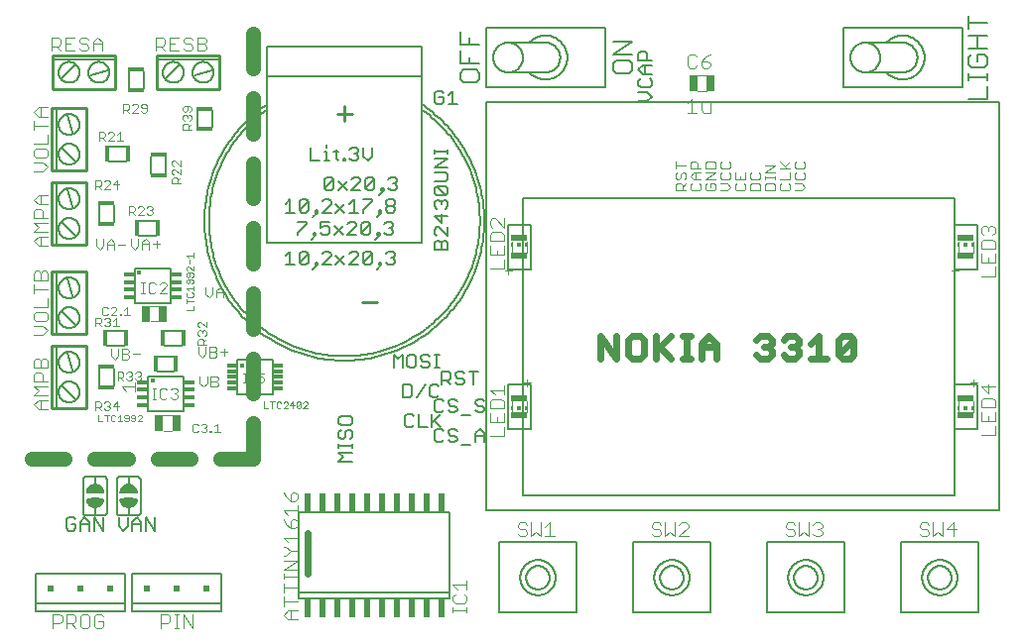
<source format=gto>
G75*
%MOIN*%
%OFA0B0*%
%FSLAX25Y25*%
%IPPOS*%
%LPD*%
%AMOC8*
5,1,8,0,0,1.08239X$1,22.5*
%
%ADD10C,0.02400*%
%ADD11C,0.00600*%
%ADD12C,0.05000*%
%ADD13C,0.00500*%
%ADD14C,0.02200*%
%ADD15C,0.00400*%
%ADD16C,0.00300*%
%ADD17R,0.00591X0.01181*%
%ADD18R,0.01181X0.01181*%
%ADD19R,0.05315X0.02362*%
%ADD20R,0.02953X0.05709*%
%ADD21C,0.01000*%
%ADD22C,0.00800*%
%ADD23C,0.01575*%
%ADD24R,0.03543X0.01181*%
%ADD25C,0.00200*%
%ADD26R,0.03740X0.01181*%
%ADD27R,0.01930X0.05984*%
%ADD28R,0.01400X0.05600*%
%ADD29R,0.05600X0.01400*%
%ADD30R,0.02000X0.02000*%
D10*
X0096800Y0023050D02*
X0096800Y0036800D01*
D11*
X0068050Y0023050D02*
X0038050Y0023050D01*
X0038050Y0013050D01*
X0038050Y0010550D01*
X0068050Y0010550D01*
X0068050Y0013050D01*
X0038050Y0013050D01*
X0035550Y0013050D02*
X0035550Y0010550D01*
X0005550Y0010550D01*
X0005550Y0013050D01*
X0005550Y0023050D01*
X0035550Y0023050D01*
X0035550Y0013050D01*
X0005550Y0013050D01*
X0022550Y0042800D02*
X0028550Y0042800D01*
X0028610Y0042802D01*
X0028671Y0042807D01*
X0028730Y0042816D01*
X0028789Y0042829D01*
X0028848Y0042845D01*
X0028905Y0042865D01*
X0028960Y0042888D01*
X0029015Y0042915D01*
X0029067Y0042944D01*
X0029118Y0042977D01*
X0029167Y0043013D01*
X0029213Y0043051D01*
X0029257Y0043093D01*
X0029299Y0043137D01*
X0029337Y0043183D01*
X0029373Y0043232D01*
X0029406Y0043283D01*
X0029435Y0043335D01*
X0029462Y0043390D01*
X0029485Y0043445D01*
X0029505Y0043502D01*
X0029521Y0043561D01*
X0029534Y0043620D01*
X0029543Y0043679D01*
X0029548Y0043740D01*
X0029550Y0043800D01*
X0029550Y0054800D01*
X0029548Y0054860D01*
X0029543Y0054921D01*
X0029534Y0054980D01*
X0029521Y0055039D01*
X0029505Y0055098D01*
X0029485Y0055155D01*
X0029462Y0055210D01*
X0029435Y0055265D01*
X0029406Y0055317D01*
X0029373Y0055368D01*
X0029337Y0055417D01*
X0029299Y0055463D01*
X0029257Y0055507D01*
X0029213Y0055549D01*
X0029167Y0055587D01*
X0029118Y0055623D01*
X0029067Y0055656D01*
X0029015Y0055685D01*
X0028960Y0055712D01*
X0028905Y0055735D01*
X0028848Y0055755D01*
X0028789Y0055771D01*
X0028730Y0055784D01*
X0028671Y0055793D01*
X0028610Y0055798D01*
X0028550Y0055800D01*
X0022550Y0055800D01*
X0022490Y0055798D01*
X0022429Y0055793D01*
X0022370Y0055784D01*
X0022311Y0055771D01*
X0022252Y0055755D01*
X0022195Y0055735D01*
X0022140Y0055712D01*
X0022085Y0055685D01*
X0022033Y0055656D01*
X0021982Y0055623D01*
X0021933Y0055587D01*
X0021887Y0055549D01*
X0021843Y0055507D01*
X0021801Y0055463D01*
X0021763Y0055417D01*
X0021727Y0055368D01*
X0021694Y0055317D01*
X0021665Y0055265D01*
X0021638Y0055210D01*
X0021615Y0055155D01*
X0021595Y0055098D01*
X0021579Y0055039D01*
X0021566Y0054980D01*
X0021557Y0054921D01*
X0021552Y0054860D01*
X0021550Y0054800D01*
X0021550Y0043800D01*
X0021552Y0043740D01*
X0021557Y0043679D01*
X0021566Y0043620D01*
X0021579Y0043561D01*
X0021595Y0043502D01*
X0021615Y0043445D01*
X0021638Y0043390D01*
X0021665Y0043335D01*
X0021694Y0043283D01*
X0021727Y0043232D01*
X0021763Y0043183D01*
X0021801Y0043137D01*
X0021843Y0043093D01*
X0021887Y0043051D01*
X0021933Y0043013D01*
X0021982Y0042977D01*
X0022033Y0042944D01*
X0022085Y0042915D01*
X0022140Y0042888D01*
X0022195Y0042865D01*
X0022252Y0042845D01*
X0022311Y0042829D01*
X0022370Y0042816D01*
X0022429Y0042807D01*
X0022490Y0042802D01*
X0022550Y0042800D01*
X0025550Y0043300D02*
X0025550Y0045300D01*
X0032800Y0043800D02*
X0032800Y0054800D01*
X0032802Y0054860D01*
X0032807Y0054921D01*
X0032816Y0054980D01*
X0032829Y0055039D01*
X0032845Y0055098D01*
X0032865Y0055155D01*
X0032888Y0055210D01*
X0032915Y0055265D01*
X0032944Y0055317D01*
X0032977Y0055368D01*
X0033013Y0055417D01*
X0033051Y0055463D01*
X0033093Y0055507D01*
X0033137Y0055549D01*
X0033183Y0055587D01*
X0033232Y0055623D01*
X0033283Y0055656D01*
X0033335Y0055685D01*
X0033390Y0055712D01*
X0033445Y0055735D01*
X0033502Y0055755D01*
X0033561Y0055771D01*
X0033620Y0055784D01*
X0033679Y0055793D01*
X0033740Y0055798D01*
X0033800Y0055800D01*
X0039800Y0055800D01*
X0039860Y0055798D01*
X0039921Y0055793D01*
X0039980Y0055784D01*
X0040039Y0055771D01*
X0040098Y0055755D01*
X0040155Y0055735D01*
X0040210Y0055712D01*
X0040265Y0055685D01*
X0040317Y0055656D01*
X0040368Y0055623D01*
X0040417Y0055587D01*
X0040463Y0055549D01*
X0040507Y0055507D01*
X0040549Y0055463D01*
X0040587Y0055417D01*
X0040623Y0055368D01*
X0040656Y0055317D01*
X0040685Y0055265D01*
X0040712Y0055210D01*
X0040735Y0055155D01*
X0040755Y0055098D01*
X0040771Y0055039D01*
X0040784Y0054980D01*
X0040793Y0054921D01*
X0040798Y0054860D01*
X0040800Y0054800D01*
X0040800Y0043800D01*
X0040798Y0043740D01*
X0040793Y0043679D01*
X0040784Y0043620D01*
X0040771Y0043561D01*
X0040755Y0043502D01*
X0040735Y0043445D01*
X0040712Y0043390D01*
X0040685Y0043335D01*
X0040656Y0043283D01*
X0040623Y0043232D01*
X0040587Y0043183D01*
X0040549Y0043137D01*
X0040507Y0043093D01*
X0040463Y0043051D01*
X0040417Y0043013D01*
X0040368Y0042977D01*
X0040317Y0042944D01*
X0040265Y0042915D01*
X0040210Y0042888D01*
X0040155Y0042865D01*
X0040098Y0042845D01*
X0040039Y0042829D01*
X0039980Y0042816D01*
X0039921Y0042807D01*
X0039860Y0042802D01*
X0039800Y0042800D01*
X0033800Y0042800D01*
X0033740Y0042802D01*
X0033679Y0042807D01*
X0033620Y0042816D01*
X0033561Y0042829D01*
X0033502Y0042845D01*
X0033445Y0042865D01*
X0033390Y0042888D01*
X0033335Y0042915D01*
X0033283Y0042944D01*
X0033232Y0042977D01*
X0033183Y0043013D01*
X0033137Y0043051D01*
X0033093Y0043093D01*
X0033051Y0043137D01*
X0033013Y0043183D01*
X0032977Y0043232D01*
X0032944Y0043283D01*
X0032915Y0043335D01*
X0032888Y0043390D01*
X0032865Y0043445D01*
X0032845Y0043502D01*
X0032829Y0043561D01*
X0032816Y0043620D01*
X0032807Y0043679D01*
X0032802Y0043740D01*
X0032800Y0043800D01*
X0036800Y0043300D02*
X0036800Y0045300D01*
X0036800Y0053300D02*
X0036800Y0055300D01*
X0025550Y0055300D02*
X0025550Y0053300D01*
X0012469Y0079221D02*
X0012469Y0099379D01*
X0016300Y0097300D02*
X0017800Y0091300D01*
X0013300Y0094300D02*
X0013302Y0094418D01*
X0013308Y0094536D01*
X0013318Y0094654D01*
X0013332Y0094771D01*
X0013350Y0094888D01*
X0013372Y0095005D01*
X0013397Y0095120D01*
X0013427Y0095234D01*
X0013461Y0095348D01*
X0013498Y0095460D01*
X0013539Y0095571D01*
X0013584Y0095680D01*
X0013632Y0095788D01*
X0013684Y0095894D01*
X0013740Y0095999D01*
X0013799Y0096101D01*
X0013861Y0096201D01*
X0013927Y0096299D01*
X0013996Y0096395D01*
X0014069Y0096489D01*
X0014144Y0096580D01*
X0014223Y0096668D01*
X0014304Y0096754D01*
X0014389Y0096837D01*
X0014476Y0096917D01*
X0014565Y0096994D01*
X0014658Y0097068D01*
X0014752Y0097138D01*
X0014849Y0097206D01*
X0014949Y0097270D01*
X0015050Y0097331D01*
X0015153Y0097388D01*
X0015259Y0097442D01*
X0015366Y0097493D01*
X0015474Y0097539D01*
X0015584Y0097582D01*
X0015696Y0097621D01*
X0015809Y0097657D01*
X0015923Y0097688D01*
X0016038Y0097716D01*
X0016153Y0097740D01*
X0016270Y0097760D01*
X0016387Y0097776D01*
X0016505Y0097788D01*
X0016623Y0097796D01*
X0016741Y0097800D01*
X0016859Y0097800D01*
X0016977Y0097796D01*
X0017095Y0097788D01*
X0017213Y0097776D01*
X0017330Y0097760D01*
X0017447Y0097740D01*
X0017562Y0097716D01*
X0017677Y0097688D01*
X0017791Y0097657D01*
X0017904Y0097621D01*
X0018016Y0097582D01*
X0018126Y0097539D01*
X0018234Y0097493D01*
X0018341Y0097442D01*
X0018447Y0097388D01*
X0018550Y0097331D01*
X0018651Y0097270D01*
X0018751Y0097206D01*
X0018848Y0097138D01*
X0018942Y0097068D01*
X0019035Y0096994D01*
X0019124Y0096917D01*
X0019211Y0096837D01*
X0019296Y0096754D01*
X0019377Y0096668D01*
X0019456Y0096580D01*
X0019531Y0096489D01*
X0019604Y0096395D01*
X0019673Y0096299D01*
X0019739Y0096201D01*
X0019801Y0096101D01*
X0019860Y0095999D01*
X0019916Y0095894D01*
X0019968Y0095788D01*
X0020016Y0095680D01*
X0020061Y0095571D01*
X0020102Y0095460D01*
X0020139Y0095348D01*
X0020173Y0095234D01*
X0020203Y0095120D01*
X0020228Y0095005D01*
X0020250Y0094888D01*
X0020268Y0094771D01*
X0020282Y0094654D01*
X0020292Y0094536D01*
X0020298Y0094418D01*
X0020300Y0094300D01*
X0020298Y0094182D01*
X0020292Y0094064D01*
X0020282Y0093946D01*
X0020268Y0093829D01*
X0020250Y0093712D01*
X0020228Y0093595D01*
X0020203Y0093480D01*
X0020173Y0093366D01*
X0020139Y0093252D01*
X0020102Y0093140D01*
X0020061Y0093029D01*
X0020016Y0092920D01*
X0019968Y0092812D01*
X0019916Y0092706D01*
X0019860Y0092601D01*
X0019801Y0092499D01*
X0019739Y0092399D01*
X0019673Y0092301D01*
X0019604Y0092205D01*
X0019531Y0092111D01*
X0019456Y0092020D01*
X0019377Y0091932D01*
X0019296Y0091846D01*
X0019211Y0091763D01*
X0019124Y0091683D01*
X0019035Y0091606D01*
X0018942Y0091532D01*
X0018848Y0091462D01*
X0018751Y0091394D01*
X0018651Y0091330D01*
X0018550Y0091269D01*
X0018447Y0091212D01*
X0018341Y0091158D01*
X0018234Y0091107D01*
X0018126Y0091061D01*
X0018016Y0091018D01*
X0017904Y0090979D01*
X0017791Y0090943D01*
X0017677Y0090912D01*
X0017562Y0090884D01*
X0017447Y0090860D01*
X0017330Y0090840D01*
X0017213Y0090824D01*
X0017095Y0090812D01*
X0016977Y0090804D01*
X0016859Y0090800D01*
X0016741Y0090800D01*
X0016623Y0090804D01*
X0016505Y0090812D01*
X0016387Y0090824D01*
X0016270Y0090840D01*
X0016153Y0090860D01*
X0016038Y0090884D01*
X0015923Y0090912D01*
X0015809Y0090943D01*
X0015696Y0090979D01*
X0015584Y0091018D01*
X0015474Y0091061D01*
X0015366Y0091107D01*
X0015259Y0091158D01*
X0015153Y0091212D01*
X0015050Y0091269D01*
X0014949Y0091330D01*
X0014849Y0091394D01*
X0014752Y0091462D01*
X0014658Y0091532D01*
X0014565Y0091606D01*
X0014476Y0091683D01*
X0014389Y0091763D01*
X0014304Y0091846D01*
X0014223Y0091932D01*
X0014144Y0092020D01*
X0014069Y0092111D01*
X0013996Y0092205D01*
X0013927Y0092301D01*
X0013861Y0092399D01*
X0013799Y0092499D01*
X0013740Y0092601D01*
X0013684Y0092706D01*
X0013632Y0092812D01*
X0013584Y0092920D01*
X0013539Y0093029D01*
X0013498Y0093140D01*
X0013461Y0093252D01*
X0013427Y0093366D01*
X0013397Y0093480D01*
X0013372Y0093595D01*
X0013350Y0093712D01*
X0013332Y0093829D01*
X0013318Y0093946D01*
X0013308Y0094064D01*
X0013302Y0094182D01*
X0013300Y0094300D01*
X0014300Y0086300D02*
X0018800Y0081800D01*
X0013300Y0084300D02*
X0013302Y0084418D01*
X0013308Y0084536D01*
X0013318Y0084654D01*
X0013332Y0084771D01*
X0013350Y0084888D01*
X0013372Y0085005D01*
X0013397Y0085120D01*
X0013427Y0085234D01*
X0013461Y0085348D01*
X0013498Y0085460D01*
X0013539Y0085571D01*
X0013584Y0085680D01*
X0013632Y0085788D01*
X0013684Y0085894D01*
X0013740Y0085999D01*
X0013799Y0086101D01*
X0013861Y0086201D01*
X0013927Y0086299D01*
X0013996Y0086395D01*
X0014069Y0086489D01*
X0014144Y0086580D01*
X0014223Y0086668D01*
X0014304Y0086754D01*
X0014389Y0086837D01*
X0014476Y0086917D01*
X0014565Y0086994D01*
X0014658Y0087068D01*
X0014752Y0087138D01*
X0014849Y0087206D01*
X0014949Y0087270D01*
X0015050Y0087331D01*
X0015153Y0087388D01*
X0015259Y0087442D01*
X0015366Y0087493D01*
X0015474Y0087539D01*
X0015584Y0087582D01*
X0015696Y0087621D01*
X0015809Y0087657D01*
X0015923Y0087688D01*
X0016038Y0087716D01*
X0016153Y0087740D01*
X0016270Y0087760D01*
X0016387Y0087776D01*
X0016505Y0087788D01*
X0016623Y0087796D01*
X0016741Y0087800D01*
X0016859Y0087800D01*
X0016977Y0087796D01*
X0017095Y0087788D01*
X0017213Y0087776D01*
X0017330Y0087760D01*
X0017447Y0087740D01*
X0017562Y0087716D01*
X0017677Y0087688D01*
X0017791Y0087657D01*
X0017904Y0087621D01*
X0018016Y0087582D01*
X0018126Y0087539D01*
X0018234Y0087493D01*
X0018341Y0087442D01*
X0018447Y0087388D01*
X0018550Y0087331D01*
X0018651Y0087270D01*
X0018751Y0087206D01*
X0018848Y0087138D01*
X0018942Y0087068D01*
X0019035Y0086994D01*
X0019124Y0086917D01*
X0019211Y0086837D01*
X0019296Y0086754D01*
X0019377Y0086668D01*
X0019456Y0086580D01*
X0019531Y0086489D01*
X0019604Y0086395D01*
X0019673Y0086299D01*
X0019739Y0086201D01*
X0019801Y0086101D01*
X0019860Y0085999D01*
X0019916Y0085894D01*
X0019968Y0085788D01*
X0020016Y0085680D01*
X0020061Y0085571D01*
X0020102Y0085460D01*
X0020139Y0085348D01*
X0020173Y0085234D01*
X0020203Y0085120D01*
X0020228Y0085005D01*
X0020250Y0084888D01*
X0020268Y0084771D01*
X0020282Y0084654D01*
X0020292Y0084536D01*
X0020298Y0084418D01*
X0020300Y0084300D01*
X0020298Y0084182D01*
X0020292Y0084064D01*
X0020282Y0083946D01*
X0020268Y0083829D01*
X0020250Y0083712D01*
X0020228Y0083595D01*
X0020203Y0083480D01*
X0020173Y0083366D01*
X0020139Y0083252D01*
X0020102Y0083140D01*
X0020061Y0083029D01*
X0020016Y0082920D01*
X0019968Y0082812D01*
X0019916Y0082706D01*
X0019860Y0082601D01*
X0019801Y0082499D01*
X0019739Y0082399D01*
X0019673Y0082301D01*
X0019604Y0082205D01*
X0019531Y0082111D01*
X0019456Y0082020D01*
X0019377Y0081932D01*
X0019296Y0081846D01*
X0019211Y0081763D01*
X0019124Y0081683D01*
X0019035Y0081606D01*
X0018942Y0081532D01*
X0018848Y0081462D01*
X0018751Y0081394D01*
X0018651Y0081330D01*
X0018550Y0081269D01*
X0018447Y0081212D01*
X0018341Y0081158D01*
X0018234Y0081107D01*
X0018126Y0081061D01*
X0018016Y0081018D01*
X0017904Y0080979D01*
X0017791Y0080943D01*
X0017677Y0080912D01*
X0017562Y0080884D01*
X0017447Y0080860D01*
X0017330Y0080840D01*
X0017213Y0080824D01*
X0017095Y0080812D01*
X0016977Y0080804D01*
X0016859Y0080800D01*
X0016741Y0080800D01*
X0016623Y0080804D01*
X0016505Y0080812D01*
X0016387Y0080824D01*
X0016270Y0080840D01*
X0016153Y0080860D01*
X0016038Y0080884D01*
X0015923Y0080912D01*
X0015809Y0080943D01*
X0015696Y0080979D01*
X0015584Y0081018D01*
X0015474Y0081061D01*
X0015366Y0081107D01*
X0015259Y0081158D01*
X0015153Y0081212D01*
X0015050Y0081269D01*
X0014949Y0081330D01*
X0014849Y0081394D01*
X0014752Y0081462D01*
X0014658Y0081532D01*
X0014565Y0081606D01*
X0014476Y0081683D01*
X0014389Y0081763D01*
X0014304Y0081846D01*
X0014223Y0081932D01*
X0014144Y0082020D01*
X0014069Y0082111D01*
X0013996Y0082205D01*
X0013927Y0082301D01*
X0013861Y0082399D01*
X0013799Y0082499D01*
X0013740Y0082601D01*
X0013684Y0082706D01*
X0013632Y0082812D01*
X0013584Y0082920D01*
X0013539Y0083029D01*
X0013498Y0083140D01*
X0013461Y0083252D01*
X0013427Y0083366D01*
X0013397Y0083480D01*
X0013372Y0083595D01*
X0013350Y0083712D01*
X0013332Y0083829D01*
X0013318Y0083946D01*
X0013308Y0084064D01*
X0013302Y0084182D01*
X0013300Y0084300D01*
X0026800Y0086500D02*
X0026800Y0092100D01*
X0031800Y0092100D02*
X0031800Y0086500D01*
X0046500Y0091175D02*
X0052100Y0091175D01*
X0052100Y0096175D02*
X0046500Y0096175D01*
X0049000Y0099925D02*
X0054600Y0099925D01*
X0054600Y0104925D02*
X0049000Y0104925D01*
X0035225Y0104925D02*
X0029625Y0104925D01*
X0029625Y0099925D02*
X0035225Y0099925D01*
X0018800Y0106800D02*
X0014300Y0111300D01*
X0013300Y0109300D02*
X0013302Y0109418D01*
X0013308Y0109536D01*
X0013318Y0109654D01*
X0013332Y0109771D01*
X0013350Y0109888D01*
X0013372Y0110005D01*
X0013397Y0110120D01*
X0013427Y0110234D01*
X0013461Y0110348D01*
X0013498Y0110460D01*
X0013539Y0110571D01*
X0013584Y0110680D01*
X0013632Y0110788D01*
X0013684Y0110894D01*
X0013740Y0110999D01*
X0013799Y0111101D01*
X0013861Y0111201D01*
X0013927Y0111299D01*
X0013996Y0111395D01*
X0014069Y0111489D01*
X0014144Y0111580D01*
X0014223Y0111668D01*
X0014304Y0111754D01*
X0014389Y0111837D01*
X0014476Y0111917D01*
X0014565Y0111994D01*
X0014658Y0112068D01*
X0014752Y0112138D01*
X0014849Y0112206D01*
X0014949Y0112270D01*
X0015050Y0112331D01*
X0015153Y0112388D01*
X0015259Y0112442D01*
X0015366Y0112493D01*
X0015474Y0112539D01*
X0015584Y0112582D01*
X0015696Y0112621D01*
X0015809Y0112657D01*
X0015923Y0112688D01*
X0016038Y0112716D01*
X0016153Y0112740D01*
X0016270Y0112760D01*
X0016387Y0112776D01*
X0016505Y0112788D01*
X0016623Y0112796D01*
X0016741Y0112800D01*
X0016859Y0112800D01*
X0016977Y0112796D01*
X0017095Y0112788D01*
X0017213Y0112776D01*
X0017330Y0112760D01*
X0017447Y0112740D01*
X0017562Y0112716D01*
X0017677Y0112688D01*
X0017791Y0112657D01*
X0017904Y0112621D01*
X0018016Y0112582D01*
X0018126Y0112539D01*
X0018234Y0112493D01*
X0018341Y0112442D01*
X0018447Y0112388D01*
X0018550Y0112331D01*
X0018651Y0112270D01*
X0018751Y0112206D01*
X0018848Y0112138D01*
X0018942Y0112068D01*
X0019035Y0111994D01*
X0019124Y0111917D01*
X0019211Y0111837D01*
X0019296Y0111754D01*
X0019377Y0111668D01*
X0019456Y0111580D01*
X0019531Y0111489D01*
X0019604Y0111395D01*
X0019673Y0111299D01*
X0019739Y0111201D01*
X0019801Y0111101D01*
X0019860Y0110999D01*
X0019916Y0110894D01*
X0019968Y0110788D01*
X0020016Y0110680D01*
X0020061Y0110571D01*
X0020102Y0110460D01*
X0020139Y0110348D01*
X0020173Y0110234D01*
X0020203Y0110120D01*
X0020228Y0110005D01*
X0020250Y0109888D01*
X0020268Y0109771D01*
X0020282Y0109654D01*
X0020292Y0109536D01*
X0020298Y0109418D01*
X0020300Y0109300D01*
X0020298Y0109182D01*
X0020292Y0109064D01*
X0020282Y0108946D01*
X0020268Y0108829D01*
X0020250Y0108712D01*
X0020228Y0108595D01*
X0020203Y0108480D01*
X0020173Y0108366D01*
X0020139Y0108252D01*
X0020102Y0108140D01*
X0020061Y0108029D01*
X0020016Y0107920D01*
X0019968Y0107812D01*
X0019916Y0107706D01*
X0019860Y0107601D01*
X0019801Y0107499D01*
X0019739Y0107399D01*
X0019673Y0107301D01*
X0019604Y0107205D01*
X0019531Y0107111D01*
X0019456Y0107020D01*
X0019377Y0106932D01*
X0019296Y0106846D01*
X0019211Y0106763D01*
X0019124Y0106683D01*
X0019035Y0106606D01*
X0018942Y0106532D01*
X0018848Y0106462D01*
X0018751Y0106394D01*
X0018651Y0106330D01*
X0018550Y0106269D01*
X0018447Y0106212D01*
X0018341Y0106158D01*
X0018234Y0106107D01*
X0018126Y0106061D01*
X0018016Y0106018D01*
X0017904Y0105979D01*
X0017791Y0105943D01*
X0017677Y0105912D01*
X0017562Y0105884D01*
X0017447Y0105860D01*
X0017330Y0105840D01*
X0017213Y0105824D01*
X0017095Y0105812D01*
X0016977Y0105804D01*
X0016859Y0105800D01*
X0016741Y0105800D01*
X0016623Y0105804D01*
X0016505Y0105812D01*
X0016387Y0105824D01*
X0016270Y0105840D01*
X0016153Y0105860D01*
X0016038Y0105884D01*
X0015923Y0105912D01*
X0015809Y0105943D01*
X0015696Y0105979D01*
X0015584Y0106018D01*
X0015474Y0106061D01*
X0015366Y0106107D01*
X0015259Y0106158D01*
X0015153Y0106212D01*
X0015050Y0106269D01*
X0014949Y0106330D01*
X0014849Y0106394D01*
X0014752Y0106462D01*
X0014658Y0106532D01*
X0014565Y0106606D01*
X0014476Y0106683D01*
X0014389Y0106763D01*
X0014304Y0106846D01*
X0014223Y0106932D01*
X0014144Y0107020D01*
X0014069Y0107111D01*
X0013996Y0107205D01*
X0013927Y0107301D01*
X0013861Y0107399D01*
X0013799Y0107499D01*
X0013740Y0107601D01*
X0013684Y0107706D01*
X0013632Y0107812D01*
X0013584Y0107920D01*
X0013539Y0108029D01*
X0013498Y0108140D01*
X0013461Y0108252D01*
X0013427Y0108366D01*
X0013397Y0108480D01*
X0013372Y0108595D01*
X0013350Y0108712D01*
X0013332Y0108829D01*
X0013318Y0108946D01*
X0013308Y0109064D01*
X0013302Y0109182D01*
X0013300Y0109300D01*
X0012469Y0104221D02*
X0012469Y0124379D01*
X0016300Y0122300D02*
X0017800Y0116300D01*
X0013300Y0119300D02*
X0013302Y0119418D01*
X0013308Y0119536D01*
X0013318Y0119654D01*
X0013332Y0119771D01*
X0013350Y0119888D01*
X0013372Y0120005D01*
X0013397Y0120120D01*
X0013427Y0120234D01*
X0013461Y0120348D01*
X0013498Y0120460D01*
X0013539Y0120571D01*
X0013584Y0120680D01*
X0013632Y0120788D01*
X0013684Y0120894D01*
X0013740Y0120999D01*
X0013799Y0121101D01*
X0013861Y0121201D01*
X0013927Y0121299D01*
X0013996Y0121395D01*
X0014069Y0121489D01*
X0014144Y0121580D01*
X0014223Y0121668D01*
X0014304Y0121754D01*
X0014389Y0121837D01*
X0014476Y0121917D01*
X0014565Y0121994D01*
X0014658Y0122068D01*
X0014752Y0122138D01*
X0014849Y0122206D01*
X0014949Y0122270D01*
X0015050Y0122331D01*
X0015153Y0122388D01*
X0015259Y0122442D01*
X0015366Y0122493D01*
X0015474Y0122539D01*
X0015584Y0122582D01*
X0015696Y0122621D01*
X0015809Y0122657D01*
X0015923Y0122688D01*
X0016038Y0122716D01*
X0016153Y0122740D01*
X0016270Y0122760D01*
X0016387Y0122776D01*
X0016505Y0122788D01*
X0016623Y0122796D01*
X0016741Y0122800D01*
X0016859Y0122800D01*
X0016977Y0122796D01*
X0017095Y0122788D01*
X0017213Y0122776D01*
X0017330Y0122760D01*
X0017447Y0122740D01*
X0017562Y0122716D01*
X0017677Y0122688D01*
X0017791Y0122657D01*
X0017904Y0122621D01*
X0018016Y0122582D01*
X0018126Y0122539D01*
X0018234Y0122493D01*
X0018341Y0122442D01*
X0018447Y0122388D01*
X0018550Y0122331D01*
X0018651Y0122270D01*
X0018751Y0122206D01*
X0018848Y0122138D01*
X0018942Y0122068D01*
X0019035Y0121994D01*
X0019124Y0121917D01*
X0019211Y0121837D01*
X0019296Y0121754D01*
X0019377Y0121668D01*
X0019456Y0121580D01*
X0019531Y0121489D01*
X0019604Y0121395D01*
X0019673Y0121299D01*
X0019739Y0121201D01*
X0019801Y0121101D01*
X0019860Y0120999D01*
X0019916Y0120894D01*
X0019968Y0120788D01*
X0020016Y0120680D01*
X0020061Y0120571D01*
X0020102Y0120460D01*
X0020139Y0120348D01*
X0020173Y0120234D01*
X0020203Y0120120D01*
X0020228Y0120005D01*
X0020250Y0119888D01*
X0020268Y0119771D01*
X0020282Y0119654D01*
X0020292Y0119536D01*
X0020298Y0119418D01*
X0020300Y0119300D01*
X0020298Y0119182D01*
X0020292Y0119064D01*
X0020282Y0118946D01*
X0020268Y0118829D01*
X0020250Y0118712D01*
X0020228Y0118595D01*
X0020203Y0118480D01*
X0020173Y0118366D01*
X0020139Y0118252D01*
X0020102Y0118140D01*
X0020061Y0118029D01*
X0020016Y0117920D01*
X0019968Y0117812D01*
X0019916Y0117706D01*
X0019860Y0117601D01*
X0019801Y0117499D01*
X0019739Y0117399D01*
X0019673Y0117301D01*
X0019604Y0117205D01*
X0019531Y0117111D01*
X0019456Y0117020D01*
X0019377Y0116932D01*
X0019296Y0116846D01*
X0019211Y0116763D01*
X0019124Y0116683D01*
X0019035Y0116606D01*
X0018942Y0116532D01*
X0018848Y0116462D01*
X0018751Y0116394D01*
X0018651Y0116330D01*
X0018550Y0116269D01*
X0018447Y0116212D01*
X0018341Y0116158D01*
X0018234Y0116107D01*
X0018126Y0116061D01*
X0018016Y0116018D01*
X0017904Y0115979D01*
X0017791Y0115943D01*
X0017677Y0115912D01*
X0017562Y0115884D01*
X0017447Y0115860D01*
X0017330Y0115840D01*
X0017213Y0115824D01*
X0017095Y0115812D01*
X0016977Y0115804D01*
X0016859Y0115800D01*
X0016741Y0115800D01*
X0016623Y0115804D01*
X0016505Y0115812D01*
X0016387Y0115824D01*
X0016270Y0115840D01*
X0016153Y0115860D01*
X0016038Y0115884D01*
X0015923Y0115912D01*
X0015809Y0115943D01*
X0015696Y0115979D01*
X0015584Y0116018D01*
X0015474Y0116061D01*
X0015366Y0116107D01*
X0015259Y0116158D01*
X0015153Y0116212D01*
X0015050Y0116269D01*
X0014949Y0116330D01*
X0014849Y0116394D01*
X0014752Y0116462D01*
X0014658Y0116532D01*
X0014565Y0116606D01*
X0014476Y0116683D01*
X0014389Y0116763D01*
X0014304Y0116846D01*
X0014223Y0116932D01*
X0014144Y0117020D01*
X0014069Y0117111D01*
X0013996Y0117205D01*
X0013927Y0117301D01*
X0013861Y0117399D01*
X0013799Y0117499D01*
X0013740Y0117601D01*
X0013684Y0117706D01*
X0013632Y0117812D01*
X0013584Y0117920D01*
X0013539Y0118029D01*
X0013498Y0118140D01*
X0013461Y0118252D01*
X0013427Y0118366D01*
X0013397Y0118480D01*
X0013372Y0118595D01*
X0013350Y0118712D01*
X0013332Y0118829D01*
X0013318Y0118946D01*
X0013308Y0119064D01*
X0013302Y0119182D01*
X0013300Y0119300D01*
X0012469Y0134221D02*
X0012469Y0154379D01*
X0016300Y0152300D02*
X0017800Y0146300D01*
X0013300Y0149300D02*
X0013302Y0149418D01*
X0013308Y0149536D01*
X0013318Y0149654D01*
X0013332Y0149771D01*
X0013350Y0149888D01*
X0013372Y0150005D01*
X0013397Y0150120D01*
X0013427Y0150234D01*
X0013461Y0150348D01*
X0013498Y0150460D01*
X0013539Y0150571D01*
X0013584Y0150680D01*
X0013632Y0150788D01*
X0013684Y0150894D01*
X0013740Y0150999D01*
X0013799Y0151101D01*
X0013861Y0151201D01*
X0013927Y0151299D01*
X0013996Y0151395D01*
X0014069Y0151489D01*
X0014144Y0151580D01*
X0014223Y0151668D01*
X0014304Y0151754D01*
X0014389Y0151837D01*
X0014476Y0151917D01*
X0014565Y0151994D01*
X0014658Y0152068D01*
X0014752Y0152138D01*
X0014849Y0152206D01*
X0014949Y0152270D01*
X0015050Y0152331D01*
X0015153Y0152388D01*
X0015259Y0152442D01*
X0015366Y0152493D01*
X0015474Y0152539D01*
X0015584Y0152582D01*
X0015696Y0152621D01*
X0015809Y0152657D01*
X0015923Y0152688D01*
X0016038Y0152716D01*
X0016153Y0152740D01*
X0016270Y0152760D01*
X0016387Y0152776D01*
X0016505Y0152788D01*
X0016623Y0152796D01*
X0016741Y0152800D01*
X0016859Y0152800D01*
X0016977Y0152796D01*
X0017095Y0152788D01*
X0017213Y0152776D01*
X0017330Y0152760D01*
X0017447Y0152740D01*
X0017562Y0152716D01*
X0017677Y0152688D01*
X0017791Y0152657D01*
X0017904Y0152621D01*
X0018016Y0152582D01*
X0018126Y0152539D01*
X0018234Y0152493D01*
X0018341Y0152442D01*
X0018447Y0152388D01*
X0018550Y0152331D01*
X0018651Y0152270D01*
X0018751Y0152206D01*
X0018848Y0152138D01*
X0018942Y0152068D01*
X0019035Y0151994D01*
X0019124Y0151917D01*
X0019211Y0151837D01*
X0019296Y0151754D01*
X0019377Y0151668D01*
X0019456Y0151580D01*
X0019531Y0151489D01*
X0019604Y0151395D01*
X0019673Y0151299D01*
X0019739Y0151201D01*
X0019801Y0151101D01*
X0019860Y0150999D01*
X0019916Y0150894D01*
X0019968Y0150788D01*
X0020016Y0150680D01*
X0020061Y0150571D01*
X0020102Y0150460D01*
X0020139Y0150348D01*
X0020173Y0150234D01*
X0020203Y0150120D01*
X0020228Y0150005D01*
X0020250Y0149888D01*
X0020268Y0149771D01*
X0020282Y0149654D01*
X0020292Y0149536D01*
X0020298Y0149418D01*
X0020300Y0149300D01*
X0020298Y0149182D01*
X0020292Y0149064D01*
X0020282Y0148946D01*
X0020268Y0148829D01*
X0020250Y0148712D01*
X0020228Y0148595D01*
X0020203Y0148480D01*
X0020173Y0148366D01*
X0020139Y0148252D01*
X0020102Y0148140D01*
X0020061Y0148029D01*
X0020016Y0147920D01*
X0019968Y0147812D01*
X0019916Y0147706D01*
X0019860Y0147601D01*
X0019801Y0147499D01*
X0019739Y0147399D01*
X0019673Y0147301D01*
X0019604Y0147205D01*
X0019531Y0147111D01*
X0019456Y0147020D01*
X0019377Y0146932D01*
X0019296Y0146846D01*
X0019211Y0146763D01*
X0019124Y0146683D01*
X0019035Y0146606D01*
X0018942Y0146532D01*
X0018848Y0146462D01*
X0018751Y0146394D01*
X0018651Y0146330D01*
X0018550Y0146269D01*
X0018447Y0146212D01*
X0018341Y0146158D01*
X0018234Y0146107D01*
X0018126Y0146061D01*
X0018016Y0146018D01*
X0017904Y0145979D01*
X0017791Y0145943D01*
X0017677Y0145912D01*
X0017562Y0145884D01*
X0017447Y0145860D01*
X0017330Y0145840D01*
X0017213Y0145824D01*
X0017095Y0145812D01*
X0016977Y0145804D01*
X0016859Y0145800D01*
X0016741Y0145800D01*
X0016623Y0145804D01*
X0016505Y0145812D01*
X0016387Y0145824D01*
X0016270Y0145840D01*
X0016153Y0145860D01*
X0016038Y0145884D01*
X0015923Y0145912D01*
X0015809Y0145943D01*
X0015696Y0145979D01*
X0015584Y0146018D01*
X0015474Y0146061D01*
X0015366Y0146107D01*
X0015259Y0146158D01*
X0015153Y0146212D01*
X0015050Y0146269D01*
X0014949Y0146330D01*
X0014849Y0146394D01*
X0014752Y0146462D01*
X0014658Y0146532D01*
X0014565Y0146606D01*
X0014476Y0146683D01*
X0014389Y0146763D01*
X0014304Y0146846D01*
X0014223Y0146932D01*
X0014144Y0147020D01*
X0014069Y0147111D01*
X0013996Y0147205D01*
X0013927Y0147301D01*
X0013861Y0147399D01*
X0013799Y0147499D01*
X0013740Y0147601D01*
X0013684Y0147706D01*
X0013632Y0147812D01*
X0013584Y0147920D01*
X0013539Y0148029D01*
X0013498Y0148140D01*
X0013461Y0148252D01*
X0013427Y0148366D01*
X0013397Y0148480D01*
X0013372Y0148595D01*
X0013350Y0148712D01*
X0013332Y0148829D01*
X0013318Y0148946D01*
X0013308Y0149064D01*
X0013302Y0149182D01*
X0013300Y0149300D01*
X0014300Y0141300D02*
X0018800Y0136800D01*
X0013300Y0139300D02*
X0013302Y0139418D01*
X0013308Y0139536D01*
X0013318Y0139654D01*
X0013332Y0139771D01*
X0013350Y0139888D01*
X0013372Y0140005D01*
X0013397Y0140120D01*
X0013427Y0140234D01*
X0013461Y0140348D01*
X0013498Y0140460D01*
X0013539Y0140571D01*
X0013584Y0140680D01*
X0013632Y0140788D01*
X0013684Y0140894D01*
X0013740Y0140999D01*
X0013799Y0141101D01*
X0013861Y0141201D01*
X0013927Y0141299D01*
X0013996Y0141395D01*
X0014069Y0141489D01*
X0014144Y0141580D01*
X0014223Y0141668D01*
X0014304Y0141754D01*
X0014389Y0141837D01*
X0014476Y0141917D01*
X0014565Y0141994D01*
X0014658Y0142068D01*
X0014752Y0142138D01*
X0014849Y0142206D01*
X0014949Y0142270D01*
X0015050Y0142331D01*
X0015153Y0142388D01*
X0015259Y0142442D01*
X0015366Y0142493D01*
X0015474Y0142539D01*
X0015584Y0142582D01*
X0015696Y0142621D01*
X0015809Y0142657D01*
X0015923Y0142688D01*
X0016038Y0142716D01*
X0016153Y0142740D01*
X0016270Y0142760D01*
X0016387Y0142776D01*
X0016505Y0142788D01*
X0016623Y0142796D01*
X0016741Y0142800D01*
X0016859Y0142800D01*
X0016977Y0142796D01*
X0017095Y0142788D01*
X0017213Y0142776D01*
X0017330Y0142760D01*
X0017447Y0142740D01*
X0017562Y0142716D01*
X0017677Y0142688D01*
X0017791Y0142657D01*
X0017904Y0142621D01*
X0018016Y0142582D01*
X0018126Y0142539D01*
X0018234Y0142493D01*
X0018341Y0142442D01*
X0018447Y0142388D01*
X0018550Y0142331D01*
X0018651Y0142270D01*
X0018751Y0142206D01*
X0018848Y0142138D01*
X0018942Y0142068D01*
X0019035Y0141994D01*
X0019124Y0141917D01*
X0019211Y0141837D01*
X0019296Y0141754D01*
X0019377Y0141668D01*
X0019456Y0141580D01*
X0019531Y0141489D01*
X0019604Y0141395D01*
X0019673Y0141299D01*
X0019739Y0141201D01*
X0019801Y0141101D01*
X0019860Y0140999D01*
X0019916Y0140894D01*
X0019968Y0140788D01*
X0020016Y0140680D01*
X0020061Y0140571D01*
X0020102Y0140460D01*
X0020139Y0140348D01*
X0020173Y0140234D01*
X0020203Y0140120D01*
X0020228Y0140005D01*
X0020250Y0139888D01*
X0020268Y0139771D01*
X0020282Y0139654D01*
X0020292Y0139536D01*
X0020298Y0139418D01*
X0020300Y0139300D01*
X0020298Y0139182D01*
X0020292Y0139064D01*
X0020282Y0138946D01*
X0020268Y0138829D01*
X0020250Y0138712D01*
X0020228Y0138595D01*
X0020203Y0138480D01*
X0020173Y0138366D01*
X0020139Y0138252D01*
X0020102Y0138140D01*
X0020061Y0138029D01*
X0020016Y0137920D01*
X0019968Y0137812D01*
X0019916Y0137706D01*
X0019860Y0137601D01*
X0019801Y0137499D01*
X0019739Y0137399D01*
X0019673Y0137301D01*
X0019604Y0137205D01*
X0019531Y0137111D01*
X0019456Y0137020D01*
X0019377Y0136932D01*
X0019296Y0136846D01*
X0019211Y0136763D01*
X0019124Y0136683D01*
X0019035Y0136606D01*
X0018942Y0136532D01*
X0018848Y0136462D01*
X0018751Y0136394D01*
X0018651Y0136330D01*
X0018550Y0136269D01*
X0018447Y0136212D01*
X0018341Y0136158D01*
X0018234Y0136107D01*
X0018126Y0136061D01*
X0018016Y0136018D01*
X0017904Y0135979D01*
X0017791Y0135943D01*
X0017677Y0135912D01*
X0017562Y0135884D01*
X0017447Y0135860D01*
X0017330Y0135840D01*
X0017213Y0135824D01*
X0017095Y0135812D01*
X0016977Y0135804D01*
X0016859Y0135800D01*
X0016741Y0135800D01*
X0016623Y0135804D01*
X0016505Y0135812D01*
X0016387Y0135824D01*
X0016270Y0135840D01*
X0016153Y0135860D01*
X0016038Y0135884D01*
X0015923Y0135912D01*
X0015809Y0135943D01*
X0015696Y0135979D01*
X0015584Y0136018D01*
X0015474Y0136061D01*
X0015366Y0136107D01*
X0015259Y0136158D01*
X0015153Y0136212D01*
X0015050Y0136269D01*
X0014949Y0136330D01*
X0014849Y0136394D01*
X0014752Y0136462D01*
X0014658Y0136532D01*
X0014565Y0136606D01*
X0014476Y0136683D01*
X0014389Y0136763D01*
X0014304Y0136846D01*
X0014223Y0136932D01*
X0014144Y0137020D01*
X0014069Y0137111D01*
X0013996Y0137205D01*
X0013927Y0137301D01*
X0013861Y0137399D01*
X0013799Y0137499D01*
X0013740Y0137601D01*
X0013684Y0137706D01*
X0013632Y0137812D01*
X0013584Y0137920D01*
X0013539Y0138029D01*
X0013498Y0138140D01*
X0013461Y0138252D01*
X0013427Y0138366D01*
X0013397Y0138480D01*
X0013372Y0138595D01*
X0013350Y0138712D01*
X0013332Y0138829D01*
X0013318Y0138946D01*
X0013308Y0139064D01*
X0013302Y0139182D01*
X0013300Y0139300D01*
X0026800Y0141500D02*
X0026800Y0147100D01*
X0031800Y0147100D02*
X0031800Y0141500D01*
X0040250Y0141800D02*
X0045850Y0141800D01*
X0045850Y0136800D02*
X0040250Y0136800D01*
X0044300Y0157750D02*
X0044300Y0163350D01*
X0049300Y0163350D02*
X0049300Y0157750D01*
X0035850Y0161800D02*
X0030250Y0161800D01*
X0030250Y0166800D02*
X0035850Y0166800D01*
X0018800Y0161800D02*
X0014300Y0166300D01*
X0013300Y0164300D02*
X0013302Y0164418D01*
X0013308Y0164536D01*
X0013318Y0164654D01*
X0013332Y0164771D01*
X0013350Y0164888D01*
X0013372Y0165005D01*
X0013397Y0165120D01*
X0013427Y0165234D01*
X0013461Y0165348D01*
X0013498Y0165460D01*
X0013539Y0165571D01*
X0013584Y0165680D01*
X0013632Y0165788D01*
X0013684Y0165894D01*
X0013740Y0165999D01*
X0013799Y0166101D01*
X0013861Y0166201D01*
X0013927Y0166299D01*
X0013996Y0166395D01*
X0014069Y0166489D01*
X0014144Y0166580D01*
X0014223Y0166668D01*
X0014304Y0166754D01*
X0014389Y0166837D01*
X0014476Y0166917D01*
X0014565Y0166994D01*
X0014658Y0167068D01*
X0014752Y0167138D01*
X0014849Y0167206D01*
X0014949Y0167270D01*
X0015050Y0167331D01*
X0015153Y0167388D01*
X0015259Y0167442D01*
X0015366Y0167493D01*
X0015474Y0167539D01*
X0015584Y0167582D01*
X0015696Y0167621D01*
X0015809Y0167657D01*
X0015923Y0167688D01*
X0016038Y0167716D01*
X0016153Y0167740D01*
X0016270Y0167760D01*
X0016387Y0167776D01*
X0016505Y0167788D01*
X0016623Y0167796D01*
X0016741Y0167800D01*
X0016859Y0167800D01*
X0016977Y0167796D01*
X0017095Y0167788D01*
X0017213Y0167776D01*
X0017330Y0167760D01*
X0017447Y0167740D01*
X0017562Y0167716D01*
X0017677Y0167688D01*
X0017791Y0167657D01*
X0017904Y0167621D01*
X0018016Y0167582D01*
X0018126Y0167539D01*
X0018234Y0167493D01*
X0018341Y0167442D01*
X0018447Y0167388D01*
X0018550Y0167331D01*
X0018651Y0167270D01*
X0018751Y0167206D01*
X0018848Y0167138D01*
X0018942Y0167068D01*
X0019035Y0166994D01*
X0019124Y0166917D01*
X0019211Y0166837D01*
X0019296Y0166754D01*
X0019377Y0166668D01*
X0019456Y0166580D01*
X0019531Y0166489D01*
X0019604Y0166395D01*
X0019673Y0166299D01*
X0019739Y0166201D01*
X0019801Y0166101D01*
X0019860Y0165999D01*
X0019916Y0165894D01*
X0019968Y0165788D01*
X0020016Y0165680D01*
X0020061Y0165571D01*
X0020102Y0165460D01*
X0020139Y0165348D01*
X0020173Y0165234D01*
X0020203Y0165120D01*
X0020228Y0165005D01*
X0020250Y0164888D01*
X0020268Y0164771D01*
X0020282Y0164654D01*
X0020292Y0164536D01*
X0020298Y0164418D01*
X0020300Y0164300D01*
X0020298Y0164182D01*
X0020292Y0164064D01*
X0020282Y0163946D01*
X0020268Y0163829D01*
X0020250Y0163712D01*
X0020228Y0163595D01*
X0020203Y0163480D01*
X0020173Y0163366D01*
X0020139Y0163252D01*
X0020102Y0163140D01*
X0020061Y0163029D01*
X0020016Y0162920D01*
X0019968Y0162812D01*
X0019916Y0162706D01*
X0019860Y0162601D01*
X0019801Y0162499D01*
X0019739Y0162399D01*
X0019673Y0162301D01*
X0019604Y0162205D01*
X0019531Y0162111D01*
X0019456Y0162020D01*
X0019377Y0161932D01*
X0019296Y0161846D01*
X0019211Y0161763D01*
X0019124Y0161683D01*
X0019035Y0161606D01*
X0018942Y0161532D01*
X0018848Y0161462D01*
X0018751Y0161394D01*
X0018651Y0161330D01*
X0018550Y0161269D01*
X0018447Y0161212D01*
X0018341Y0161158D01*
X0018234Y0161107D01*
X0018126Y0161061D01*
X0018016Y0161018D01*
X0017904Y0160979D01*
X0017791Y0160943D01*
X0017677Y0160912D01*
X0017562Y0160884D01*
X0017447Y0160860D01*
X0017330Y0160840D01*
X0017213Y0160824D01*
X0017095Y0160812D01*
X0016977Y0160804D01*
X0016859Y0160800D01*
X0016741Y0160800D01*
X0016623Y0160804D01*
X0016505Y0160812D01*
X0016387Y0160824D01*
X0016270Y0160840D01*
X0016153Y0160860D01*
X0016038Y0160884D01*
X0015923Y0160912D01*
X0015809Y0160943D01*
X0015696Y0160979D01*
X0015584Y0161018D01*
X0015474Y0161061D01*
X0015366Y0161107D01*
X0015259Y0161158D01*
X0015153Y0161212D01*
X0015050Y0161269D01*
X0014949Y0161330D01*
X0014849Y0161394D01*
X0014752Y0161462D01*
X0014658Y0161532D01*
X0014565Y0161606D01*
X0014476Y0161683D01*
X0014389Y0161763D01*
X0014304Y0161846D01*
X0014223Y0161932D01*
X0014144Y0162020D01*
X0014069Y0162111D01*
X0013996Y0162205D01*
X0013927Y0162301D01*
X0013861Y0162399D01*
X0013799Y0162499D01*
X0013740Y0162601D01*
X0013684Y0162706D01*
X0013632Y0162812D01*
X0013584Y0162920D01*
X0013539Y0163029D01*
X0013498Y0163140D01*
X0013461Y0163252D01*
X0013427Y0163366D01*
X0013397Y0163480D01*
X0013372Y0163595D01*
X0013350Y0163712D01*
X0013332Y0163829D01*
X0013318Y0163946D01*
X0013308Y0164064D01*
X0013302Y0164182D01*
X0013300Y0164300D01*
X0012469Y0159221D02*
X0012469Y0179379D01*
X0016300Y0177300D02*
X0017800Y0171300D01*
X0013300Y0174300D02*
X0013302Y0174418D01*
X0013308Y0174536D01*
X0013318Y0174654D01*
X0013332Y0174771D01*
X0013350Y0174888D01*
X0013372Y0175005D01*
X0013397Y0175120D01*
X0013427Y0175234D01*
X0013461Y0175348D01*
X0013498Y0175460D01*
X0013539Y0175571D01*
X0013584Y0175680D01*
X0013632Y0175788D01*
X0013684Y0175894D01*
X0013740Y0175999D01*
X0013799Y0176101D01*
X0013861Y0176201D01*
X0013927Y0176299D01*
X0013996Y0176395D01*
X0014069Y0176489D01*
X0014144Y0176580D01*
X0014223Y0176668D01*
X0014304Y0176754D01*
X0014389Y0176837D01*
X0014476Y0176917D01*
X0014565Y0176994D01*
X0014658Y0177068D01*
X0014752Y0177138D01*
X0014849Y0177206D01*
X0014949Y0177270D01*
X0015050Y0177331D01*
X0015153Y0177388D01*
X0015259Y0177442D01*
X0015366Y0177493D01*
X0015474Y0177539D01*
X0015584Y0177582D01*
X0015696Y0177621D01*
X0015809Y0177657D01*
X0015923Y0177688D01*
X0016038Y0177716D01*
X0016153Y0177740D01*
X0016270Y0177760D01*
X0016387Y0177776D01*
X0016505Y0177788D01*
X0016623Y0177796D01*
X0016741Y0177800D01*
X0016859Y0177800D01*
X0016977Y0177796D01*
X0017095Y0177788D01*
X0017213Y0177776D01*
X0017330Y0177760D01*
X0017447Y0177740D01*
X0017562Y0177716D01*
X0017677Y0177688D01*
X0017791Y0177657D01*
X0017904Y0177621D01*
X0018016Y0177582D01*
X0018126Y0177539D01*
X0018234Y0177493D01*
X0018341Y0177442D01*
X0018447Y0177388D01*
X0018550Y0177331D01*
X0018651Y0177270D01*
X0018751Y0177206D01*
X0018848Y0177138D01*
X0018942Y0177068D01*
X0019035Y0176994D01*
X0019124Y0176917D01*
X0019211Y0176837D01*
X0019296Y0176754D01*
X0019377Y0176668D01*
X0019456Y0176580D01*
X0019531Y0176489D01*
X0019604Y0176395D01*
X0019673Y0176299D01*
X0019739Y0176201D01*
X0019801Y0176101D01*
X0019860Y0175999D01*
X0019916Y0175894D01*
X0019968Y0175788D01*
X0020016Y0175680D01*
X0020061Y0175571D01*
X0020102Y0175460D01*
X0020139Y0175348D01*
X0020173Y0175234D01*
X0020203Y0175120D01*
X0020228Y0175005D01*
X0020250Y0174888D01*
X0020268Y0174771D01*
X0020282Y0174654D01*
X0020292Y0174536D01*
X0020298Y0174418D01*
X0020300Y0174300D01*
X0020298Y0174182D01*
X0020292Y0174064D01*
X0020282Y0173946D01*
X0020268Y0173829D01*
X0020250Y0173712D01*
X0020228Y0173595D01*
X0020203Y0173480D01*
X0020173Y0173366D01*
X0020139Y0173252D01*
X0020102Y0173140D01*
X0020061Y0173029D01*
X0020016Y0172920D01*
X0019968Y0172812D01*
X0019916Y0172706D01*
X0019860Y0172601D01*
X0019801Y0172499D01*
X0019739Y0172399D01*
X0019673Y0172301D01*
X0019604Y0172205D01*
X0019531Y0172111D01*
X0019456Y0172020D01*
X0019377Y0171932D01*
X0019296Y0171846D01*
X0019211Y0171763D01*
X0019124Y0171683D01*
X0019035Y0171606D01*
X0018942Y0171532D01*
X0018848Y0171462D01*
X0018751Y0171394D01*
X0018651Y0171330D01*
X0018550Y0171269D01*
X0018447Y0171212D01*
X0018341Y0171158D01*
X0018234Y0171107D01*
X0018126Y0171061D01*
X0018016Y0171018D01*
X0017904Y0170979D01*
X0017791Y0170943D01*
X0017677Y0170912D01*
X0017562Y0170884D01*
X0017447Y0170860D01*
X0017330Y0170840D01*
X0017213Y0170824D01*
X0017095Y0170812D01*
X0016977Y0170804D01*
X0016859Y0170800D01*
X0016741Y0170800D01*
X0016623Y0170804D01*
X0016505Y0170812D01*
X0016387Y0170824D01*
X0016270Y0170840D01*
X0016153Y0170860D01*
X0016038Y0170884D01*
X0015923Y0170912D01*
X0015809Y0170943D01*
X0015696Y0170979D01*
X0015584Y0171018D01*
X0015474Y0171061D01*
X0015366Y0171107D01*
X0015259Y0171158D01*
X0015153Y0171212D01*
X0015050Y0171269D01*
X0014949Y0171330D01*
X0014849Y0171394D01*
X0014752Y0171462D01*
X0014658Y0171532D01*
X0014565Y0171606D01*
X0014476Y0171683D01*
X0014389Y0171763D01*
X0014304Y0171846D01*
X0014223Y0171932D01*
X0014144Y0172020D01*
X0014069Y0172111D01*
X0013996Y0172205D01*
X0013927Y0172301D01*
X0013861Y0172399D01*
X0013799Y0172499D01*
X0013740Y0172601D01*
X0013684Y0172706D01*
X0013632Y0172812D01*
X0013584Y0172920D01*
X0013539Y0173029D01*
X0013498Y0173140D01*
X0013461Y0173252D01*
X0013427Y0173366D01*
X0013397Y0173480D01*
X0013372Y0173595D01*
X0013350Y0173712D01*
X0013332Y0173829D01*
X0013318Y0173946D01*
X0013308Y0174064D01*
X0013302Y0174182D01*
X0013300Y0174300D01*
X0014300Y0189800D02*
X0018800Y0194300D01*
X0013300Y0191800D02*
X0013302Y0191918D01*
X0013308Y0192036D01*
X0013318Y0192154D01*
X0013332Y0192271D01*
X0013350Y0192388D01*
X0013372Y0192505D01*
X0013397Y0192620D01*
X0013427Y0192734D01*
X0013461Y0192848D01*
X0013498Y0192960D01*
X0013539Y0193071D01*
X0013584Y0193180D01*
X0013632Y0193288D01*
X0013684Y0193394D01*
X0013740Y0193499D01*
X0013799Y0193601D01*
X0013861Y0193701D01*
X0013927Y0193799D01*
X0013996Y0193895D01*
X0014069Y0193989D01*
X0014144Y0194080D01*
X0014223Y0194168D01*
X0014304Y0194254D01*
X0014389Y0194337D01*
X0014476Y0194417D01*
X0014565Y0194494D01*
X0014658Y0194568D01*
X0014752Y0194638D01*
X0014849Y0194706D01*
X0014949Y0194770D01*
X0015050Y0194831D01*
X0015153Y0194888D01*
X0015259Y0194942D01*
X0015366Y0194993D01*
X0015474Y0195039D01*
X0015584Y0195082D01*
X0015696Y0195121D01*
X0015809Y0195157D01*
X0015923Y0195188D01*
X0016038Y0195216D01*
X0016153Y0195240D01*
X0016270Y0195260D01*
X0016387Y0195276D01*
X0016505Y0195288D01*
X0016623Y0195296D01*
X0016741Y0195300D01*
X0016859Y0195300D01*
X0016977Y0195296D01*
X0017095Y0195288D01*
X0017213Y0195276D01*
X0017330Y0195260D01*
X0017447Y0195240D01*
X0017562Y0195216D01*
X0017677Y0195188D01*
X0017791Y0195157D01*
X0017904Y0195121D01*
X0018016Y0195082D01*
X0018126Y0195039D01*
X0018234Y0194993D01*
X0018341Y0194942D01*
X0018447Y0194888D01*
X0018550Y0194831D01*
X0018651Y0194770D01*
X0018751Y0194706D01*
X0018848Y0194638D01*
X0018942Y0194568D01*
X0019035Y0194494D01*
X0019124Y0194417D01*
X0019211Y0194337D01*
X0019296Y0194254D01*
X0019377Y0194168D01*
X0019456Y0194080D01*
X0019531Y0193989D01*
X0019604Y0193895D01*
X0019673Y0193799D01*
X0019739Y0193701D01*
X0019801Y0193601D01*
X0019860Y0193499D01*
X0019916Y0193394D01*
X0019968Y0193288D01*
X0020016Y0193180D01*
X0020061Y0193071D01*
X0020102Y0192960D01*
X0020139Y0192848D01*
X0020173Y0192734D01*
X0020203Y0192620D01*
X0020228Y0192505D01*
X0020250Y0192388D01*
X0020268Y0192271D01*
X0020282Y0192154D01*
X0020292Y0192036D01*
X0020298Y0191918D01*
X0020300Y0191800D01*
X0020298Y0191682D01*
X0020292Y0191564D01*
X0020282Y0191446D01*
X0020268Y0191329D01*
X0020250Y0191212D01*
X0020228Y0191095D01*
X0020203Y0190980D01*
X0020173Y0190866D01*
X0020139Y0190752D01*
X0020102Y0190640D01*
X0020061Y0190529D01*
X0020016Y0190420D01*
X0019968Y0190312D01*
X0019916Y0190206D01*
X0019860Y0190101D01*
X0019801Y0189999D01*
X0019739Y0189899D01*
X0019673Y0189801D01*
X0019604Y0189705D01*
X0019531Y0189611D01*
X0019456Y0189520D01*
X0019377Y0189432D01*
X0019296Y0189346D01*
X0019211Y0189263D01*
X0019124Y0189183D01*
X0019035Y0189106D01*
X0018942Y0189032D01*
X0018848Y0188962D01*
X0018751Y0188894D01*
X0018651Y0188830D01*
X0018550Y0188769D01*
X0018447Y0188712D01*
X0018341Y0188658D01*
X0018234Y0188607D01*
X0018126Y0188561D01*
X0018016Y0188518D01*
X0017904Y0188479D01*
X0017791Y0188443D01*
X0017677Y0188412D01*
X0017562Y0188384D01*
X0017447Y0188360D01*
X0017330Y0188340D01*
X0017213Y0188324D01*
X0017095Y0188312D01*
X0016977Y0188304D01*
X0016859Y0188300D01*
X0016741Y0188300D01*
X0016623Y0188304D01*
X0016505Y0188312D01*
X0016387Y0188324D01*
X0016270Y0188340D01*
X0016153Y0188360D01*
X0016038Y0188384D01*
X0015923Y0188412D01*
X0015809Y0188443D01*
X0015696Y0188479D01*
X0015584Y0188518D01*
X0015474Y0188561D01*
X0015366Y0188607D01*
X0015259Y0188658D01*
X0015153Y0188712D01*
X0015050Y0188769D01*
X0014949Y0188830D01*
X0014849Y0188894D01*
X0014752Y0188962D01*
X0014658Y0189032D01*
X0014565Y0189106D01*
X0014476Y0189183D01*
X0014389Y0189263D01*
X0014304Y0189346D01*
X0014223Y0189432D01*
X0014144Y0189520D01*
X0014069Y0189611D01*
X0013996Y0189705D01*
X0013927Y0189801D01*
X0013861Y0189899D01*
X0013799Y0189999D01*
X0013740Y0190101D01*
X0013684Y0190206D01*
X0013632Y0190312D01*
X0013584Y0190420D01*
X0013539Y0190529D01*
X0013498Y0190640D01*
X0013461Y0190752D01*
X0013427Y0190866D01*
X0013397Y0190980D01*
X0013372Y0191095D01*
X0013350Y0191212D01*
X0013332Y0191329D01*
X0013318Y0191446D01*
X0013308Y0191564D01*
X0013302Y0191682D01*
X0013300Y0191800D01*
X0011721Y0196131D02*
X0031879Y0196131D01*
X0029800Y0192300D02*
X0023800Y0190800D01*
X0023300Y0191800D02*
X0023302Y0191918D01*
X0023308Y0192036D01*
X0023318Y0192154D01*
X0023332Y0192271D01*
X0023350Y0192388D01*
X0023372Y0192505D01*
X0023397Y0192620D01*
X0023427Y0192734D01*
X0023461Y0192848D01*
X0023498Y0192960D01*
X0023539Y0193071D01*
X0023584Y0193180D01*
X0023632Y0193288D01*
X0023684Y0193394D01*
X0023740Y0193499D01*
X0023799Y0193601D01*
X0023861Y0193701D01*
X0023927Y0193799D01*
X0023996Y0193895D01*
X0024069Y0193989D01*
X0024144Y0194080D01*
X0024223Y0194168D01*
X0024304Y0194254D01*
X0024389Y0194337D01*
X0024476Y0194417D01*
X0024565Y0194494D01*
X0024658Y0194568D01*
X0024752Y0194638D01*
X0024849Y0194706D01*
X0024949Y0194770D01*
X0025050Y0194831D01*
X0025153Y0194888D01*
X0025259Y0194942D01*
X0025366Y0194993D01*
X0025474Y0195039D01*
X0025584Y0195082D01*
X0025696Y0195121D01*
X0025809Y0195157D01*
X0025923Y0195188D01*
X0026038Y0195216D01*
X0026153Y0195240D01*
X0026270Y0195260D01*
X0026387Y0195276D01*
X0026505Y0195288D01*
X0026623Y0195296D01*
X0026741Y0195300D01*
X0026859Y0195300D01*
X0026977Y0195296D01*
X0027095Y0195288D01*
X0027213Y0195276D01*
X0027330Y0195260D01*
X0027447Y0195240D01*
X0027562Y0195216D01*
X0027677Y0195188D01*
X0027791Y0195157D01*
X0027904Y0195121D01*
X0028016Y0195082D01*
X0028126Y0195039D01*
X0028234Y0194993D01*
X0028341Y0194942D01*
X0028447Y0194888D01*
X0028550Y0194831D01*
X0028651Y0194770D01*
X0028751Y0194706D01*
X0028848Y0194638D01*
X0028942Y0194568D01*
X0029035Y0194494D01*
X0029124Y0194417D01*
X0029211Y0194337D01*
X0029296Y0194254D01*
X0029377Y0194168D01*
X0029456Y0194080D01*
X0029531Y0193989D01*
X0029604Y0193895D01*
X0029673Y0193799D01*
X0029739Y0193701D01*
X0029801Y0193601D01*
X0029860Y0193499D01*
X0029916Y0193394D01*
X0029968Y0193288D01*
X0030016Y0193180D01*
X0030061Y0193071D01*
X0030102Y0192960D01*
X0030139Y0192848D01*
X0030173Y0192734D01*
X0030203Y0192620D01*
X0030228Y0192505D01*
X0030250Y0192388D01*
X0030268Y0192271D01*
X0030282Y0192154D01*
X0030292Y0192036D01*
X0030298Y0191918D01*
X0030300Y0191800D01*
X0030298Y0191682D01*
X0030292Y0191564D01*
X0030282Y0191446D01*
X0030268Y0191329D01*
X0030250Y0191212D01*
X0030228Y0191095D01*
X0030203Y0190980D01*
X0030173Y0190866D01*
X0030139Y0190752D01*
X0030102Y0190640D01*
X0030061Y0190529D01*
X0030016Y0190420D01*
X0029968Y0190312D01*
X0029916Y0190206D01*
X0029860Y0190101D01*
X0029801Y0189999D01*
X0029739Y0189899D01*
X0029673Y0189801D01*
X0029604Y0189705D01*
X0029531Y0189611D01*
X0029456Y0189520D01*
X0029377Y0189432D01*
X0029296Y0189346D01*
X0029211Y0189263D01*
X0029124Y0189183D01*
X0029035Y0189106D01*
X0028942Y0189032D01*
X0028848Y0188962D01*
X0028751Y0188894D01*
X0028651Y0188830D01*
X0028550Y0188769D01*
X0028447Y0188712D01*
X0028341Y0188658D01*
X0028234Y0188607D01*
X0028126Y0188561D01*
X0028016Y0188518D01*
X0027904Y0188479D01*
X0027791Y0188443D01*
X0027677Y0188412D01*
X0027562Y0188384D01*
X0027447Y0188360D01*
X0027330Y0188340D01*
X0027213Y0188324D01*
X0027095Y0188312D01*
X0026977Y0188304D01*
X0026859Y0188300D01*
X0026741Y0188300D01*
X0026623Y0188304D01*
X0026505Y0188312D01*
X0026387Y0188324D01*
X0026270Y0188340D01*
X0026153Y0188360D01*
X0026038Y0188384D01*
X0025923Y0188412D01*
X0025809Y0188443D01*
X0025696Y0188479D01*
X0025584Y0188518D01*
X0025474Y0188561D01*
X0025366Y0188607D01*
X0025259Y0188658D01*
X0025153Y0188712D01*
X0025050Y0188769D01*
X0024949Y0188830D01*
X0024849Y0188894D01*
X0024752Y0188962D01*
X0024658Y0189032D01*
X0024565Y0189106D01*
X0024476Y0189183D01*
X0024389Y0189263D01*
X0024304Y0189346D01*
X0024223Y0189432D01*
X0024144Y0189520D01*
X0024069Y0189611D01*
X0023996Y0189705D01*
X0023927Y0189801D01*
X0023861Y0189899D01*
X0023799Y0189999D01*
X0023740Y0190101D01*
X0023684Y0190206D01*
X0023632Y0190312D01*
X0023584Y0190420D01*
X0023539Y0190529D01*
X0023498Y0190640D01*
X0023461Y0190752D01*
X0023427Y0190866D01*
X0023397Y0190980D01*
X0023372Y0191095D01*
X0023350Y0191212D01*
X0023332Y0191329D01*
X0023318Y0191446D01*
X0023308Y0191564D01*
X0023302Y0191682D01*
X0023300Y0191800D01*
X0036800Y0192100D02*
X0036800Y0186500D01*
X0041800Y0186500D02*
X0041800Y0192100D01*
X0046721Y0196131D02*
X0066879Y0196131D01*
X0064800Y0192300D02*
X0058800Y0190800D01*
X0058300Y0191800D02*
X0058302Y0191918D01*
X0058308Y0192036D01*
X0058318Y0192154D01*
X0058332Y0192271D01*
X0058350Y0192388D01*
X0058372Y0192505D01*
X0058397Y0192620D01*
X0058427Y0192734D01*
X0058461Y0192848D01*
X0058498Y0192960D01*
X0058539Y0193071D01*
X0058584Y0193180D01*
X0058632Y0193288D01*
X0058684Y0193394D01*
X0058740Y0193499D01*
X0058799Y0193601D01*
X0058861Y0193701D01*
X0058927Y0193799D01*
X0058996Y0193895D01*
X0059069Y0193989D01*
X0059144Y0194080D01*
X0059223Y0194168D01*
X0059304Y0194254D01*
X0059389Y0194337D01*
X0059476Y0194417D01*
X0059565Y0194494D01*
X0059658Y0194568D01*
X0059752Y0194638D01*
X0059849Y0194706D01*
X0059949Y0194770D01*
X0060050Y0194831D01*
X0060153Y0194888D01*
X0060259Y0194942D01*
X0060366Y0194993D01*
X0060474Y0195039D01*
X0060584Y0195082D01*
X0060696Y0195121D01*
X0060809Y0195157D01*
X0060923Y0195188D01*
X0061038Y0195216D01*
X0061153Y0195240D01*
X0061270Y0195260D01*
X0061387Y0195276D01*
X0061505Y0195288D01*
X0061623Y0195296D01*
X0061741Y0195300D01*
X0061859Y0195300D01*
X0061977Y0195296D01*
X0062095Y0195288D01*
X0062213Y0195276D01*
X0062330Y0195260D01*
X0062447Y0195240D01*
X0062562Y0195216D01*
X0062677Y0195188D01*
X0062791Y0195157D01*
X0062904Y0195121D01*
X0063016Y0195082D01*
X0063126Y0195039D01*
X0063234Y0194993D01*
X0063341Y0194942D01*
X0063447Y0194888D01*
X0063550Y0194831D01*
X0063651Y0194770D01*
X0063751Y0194706D01*
X0063848Y0194638D01*
X0063942Y0194568D01*
X0064035Y0194494D01*
X0064124Y0194417D01*
X0064211Y0194337D01*
X0064296Y0194254D01*
X0064377Y0194168D01*
X0064456Y0194080D01*
X0064531Y0193989D01*
X0064604Y0193895D01*
X0064673Y0193799D01*
X0064739Y0193701D01*
X0064801Y0193601D01*
X0064860Y0193499D01*
X0064916Y0193394D01*
X0064968Y0193288D01*
X0065016Y0193180D01*
X0065061Y0193071D01*
X0065102Y0192960D01*
X0065139Y0192848D01*
X0065173Y0192734D01*
X0065203Y0192620D01*
X0065228Y0192505D01*
X0065250Y0192388D01*
X0065268Y0192271D01*
X0065282Y0192154D01*
X0065292Y0192036D01*
X0065298Y0191918D01*
X0065300Y0191800D01*
X0065298Y0191682D01*
X0065292Y0191564D01*
X0065282Y0191446D01*
X0065268Y0191329D01*
X0065250Y0191212D01*
X0065228Y0191095D01*
X0065203Y0190980D01*
X0065173Y0190866D01*
X0065139Y0190752D01*
X0065102Y0190640D01*
X0065061Y0190529D01*
X0065016Y0190420D01*
X0064968Y0190312D01*
X0064916Y0190206D01*
X0064860Y0190101D01*
X0064801Y0189999D01*
X0064739Y0189899D01*
X0064673Y0189801D01*
X0064604Y0189705D01*
X0064531Y0189611D01*
X0064456Y0189520D01*
X0064377Y0189432D01*
X0064296Y0189346D01*
X0064211Y0189263D01*
X0064124Y0189183D01*
X0064035Y0189106D01*
X0063942Y0189032D01*
X0063848Y0188962D01*
X0063751Y0188894D01*
X0063651Y0188830D01*
X0063550Y0188769D01*
X0063447Y0188712D01*
X0063341Y0188658D01*
X0063234Y0188607D01*
X0063126Y0188561D01*
X0063016Y0188518D01*
X0062904Y0188479D01*
X0062791Y0188443D01*
X0062677Y0188412D01*
X0062562Y0188384D01*
X0062447Y0188360D01*
X0062330Y0188340D01*
X0062213Y0188324D01*
X0062095Y0188312D01*
X0061977Y0188304D01*
X0061859Y0188300D01*
X0061741Y0188300D01*
X0061623Y0188304D01*
X0061505Y0188312D01*
X0061387Y0188324D01*
X0061270Y0188340D01*
X0061153Y0188360D01*
X0061038Y0188384D01*
X0060923Y0188412D01*
X0060809Y0188443D01*
X0060696Y0188479D01*
X0060584Y0188518D01*
X0060474Y0188561D01*
X0060366Y0188607D01*
X0060259Y0188658D01*
X0060153Y0188712D01*
X0060050Y0188769D01*
X0059949Y0188830D01*
X0059849Y0188894D01*
X0059752Y0188962D01*
X0059658Y0189032D01*
X0059565Y0189106D01*
X0059476Y0189183D01*
X0059389Y0189263D01*
X0059304Y0189346D01*
X0059223Y0189432D01*
X0059144Y0189520D01*
X0059069Y0189611D01*
X0058996Y0189705D01*
X0058927Y0189801D01*
X0058861Y0189899D01*
X0058799Y0189999D01*
X0058740Y0190101D01*
X0058684Y0190206D01*
X0058632Y0190312D01*
X0058584Y0190420D01*
X0058539Y0190529D01*
X0058498Y0190640D01*
X0058461Y0190752D01*
X0058427Y0190866D01*
X0058397Y0190980D01*
X0058372Y0191095D01*
X0058350Y0191212D01*
X0058332Y0191329D01*
X0058318Y0191446D01*
X0058308Y0191564D01*
X0058302Y0191682D01*
X0058300Y0191800D01*
X0053800Y0194300D02*
X0049300Y0189800D01*
X0048300Y0191800D02*
X0048302Y0191918D01*
X0048308Y0192036D01*
X0048318Y0192154D01*
X0048332Y0192271D01*
X0048350Y0192388D01*
X0048372Y0192505D01*
X0048397Y0192620D01*
X0048427Y0192734D01*
X0048461Y0192848D01*
X0048498Y0192960D01*
X0048539Y0193071D01*
X0048584Y0193180D01*
X0048632Y0193288D01*
X0048684Y0193394D01*
X0048740Y0193499D01*
X0048799Y0193601D01*
X0048861Y0193701D01*
X0048927Y0193799D01*
X0048996Y0193895D01*
X0049069Y0193989D01*
X0049144Y0194080D01*
X0049223Y0194168D01*
X0049304Y0194254D01*
X0049389Y0194337D01*
X0049476Y0194417D01*
X0049565Y0194494D01*
X0049658Y0194568D01*
X0049752Y0194638D01*
X0049849Y0194706D01*
X0049949Y0194770D01*
X0050050Y0194831D01*
X0050153Y0194888D01*
X0050259Y0194942D01*
X0050366Y0194993D01*
X0050474Y0195039D01*
X0050584Y0195082D01*
X0050696Y0195121D01*
X0050809Y0195157D01*
X0050923Y0195188D01*
X0051038Y0195216D01*
X0051153Y0195240D01*
X0051270Y0195260D01*
X0051387Y0195276D01*
X0051505Y0195288D01*
X0051623Y0195296D01*
X0051741Y0195300D01*
X0051859Y0195300D01*
X0051977Y0195296D01*
X0052095Y0195288D01*
X0052213Y0195276D01*
X0052330Y0195260D01*
X0052447Y0195240D01*
X0052562Y0195216D01*
X0052677Y0195188D01*
X0052791Y0195157D01*
X0052904Y0195121D01*
X0053016Y0195082D01*
X0053126Y0195039D01*
X0053234Y0194993D01*
X0053341Y0194942D01*
X0053447Y0194888D01*
X0053550Y0194831D01*
X0053651Y0194770D01*
X0053751Y0194706D01*
X0053848Y0194638D01*
X0053942Y0194568D01*
X0054035Y0194494D01*
X0054124Y0194417D01*
X0054211Y0194337D01*
X0054296Y0194254D01*
X0054377Y0194168D01*
X0054456Y0194080D01*
X0054531Y0193989D01*
X0054604Y0193895D01*
X0054673Y0193799D01*
X0054739Y0193701D01*
X0054801Y0193601D01*
X0054860Y0193499D01*
X0054916Y0193394D01*
X0054968Y0193288D01*
X0055016Y0193180D01*
X0055061Y0193071D01*
X0055102Y0192960D01*
X0055139Y0192848D01*
X0055173Y0192734D01*
X0055203Y0192620D01*
X0055228Y0192505D01*
X0055250Y0192388D01*
X0055268Y0192271D01*
X0055282Y0192154D01*
X0055292Y0192036D01*
X0055298Y0191918D01*
X0055300Y0191800D01*
X0055298Y0191682D01*
X0055292Y0191564D01*
X0055282Y0191446D01*
X0055268Y0191329D01*
X0055250Y0191212D01*
X0055228Y0191095D01*
X0055203Y0190980D01*
X0055173Y0190866D01*
X0055139Y0190752D01*
X0055102Y0190640D01*
X0055061Y0190529D01*
X0055016Y0190420D01*
X0054968Y0190312D01*
X0054916Y0190206D01*
X0054860Y0190101D01*
X0054801Y0189999D01*
X0054739Y0189899D01*
X0054673Y0189801D01*
X0054604Y0189705D01*
X0054531Y0189611D01*
X0054456Y0189520D01*
X0054377Y0189432D01*
X0054296Y0189346D01*
X0054211Y0189263D01*
X0054124Y0189183D01*
X0054035Y0189106D01*
X0053942Y0189032D01*
X0053848Y0188962D01*
X0053751Y0188894D01*
X0053651Y0188830D01*
X0053550Y0188769D01*
X0053447Y0188712D01*
X0053341Y0188658D01*
X0053234Y0188607D01*
X0053126Y0188561D01*
X0053016Y0188518D01*
X0052904Y0188479D01*
X0052791Y0188443D01*
X0052677Y0188412D01*
X0052562Y0188384D01*
X0052447Y0188360D01*
X0052330Y0188340D01*
X0052213Y0188324D01*
X0052095Y0188312D01*
X0051977Y0188304D01*
X0051859Y0188300D01*
X0051741Y0188300D01*
X0051623Y0188304D01*
X0051505Y0188312D01*
X0051387Y0188324D01*
X0051270Y0188340D01*
X0051153Y0188360D01*
X0051038Y0188384D01*
X0050923Y0188412D01*
X0050809Y0188443D01*
X0050696Y0188479D01*
X0050584Y0188518D01*
X0050474Y0188561D01*
X0050366Y0188607D01*
X0050259Y0188658D01*
X0050153Y0188712D01*
X0050050Y0188769D01*
X0049949Y0188830D01*
X0049849Y0188894D01*
X0049752Y0188962D01*
X0049658Y0189032D01*
X0049565Y0189106D01*
X0049476Y0189183D01*
X0049389Y0189263D01*
X0049304Y0189346D01*
X0049223Y0189432D01*
X0049144Y0189520D01*
X0049069Y0189611D01*
X0048996Y0189705D01*
X0048927Y0189801D01*
X0048861Y0189899D01*
X0048799Y0189999D01*
X0048740Y0190101D01*
X0048684Y0190206D01*
X0048632Y0190312D01*
X0048584Y0190420D01*
X0048539Y0190529D01*
X0048498Y0190640D01*
X0048461Y0190752D01*
X0048427Y0190866D01*
X0048397Y0190980D01*
X0048372Y0191095D01*
X0048350Y0191212D01*
X0048332Y0191329D01*
X0048318Y0191446D01*
X0048308Y0191564D01*
X0048302Y0191682D01*
X0048300Y0191800D01*
X0059925Y0178975D02*
X0059925Y0173375D01*
X0064925Y0173375D02*
X0064925Y0178975D01*
X0083300Y0190300D02*
X0095300Y0190300D01*
X0100800Y0190300D01*
X0117800Y0190300D01*
X0123300Y0190300D01*
X0135300Y0190300D01*
X0135300Y0200300D02*
X0129800Y0200300D01*
X0118300Y0200300D01*
X0100300Y0200300D01*
X0088300Y0200300D01*
X0083300Y0200300D01*
X0083300Y0134300D01*
X0135300Y0134300D01*
X0135300Y0200300D01*
X0148220Y0201241D02*
X0148220Y0205511D01*
X0151422Y0203376D02*
X0151422Y0201241D01*
X0148220Y0201241D02*
X0154625Y0201241D01*
X0151422Y0196931D02*
X0151422Y0194795D01*
X0149287Y0192620D02*
X0148220Y0191553D01*
X0148220Y0189418D01*
X0149287Y0188350D01*
X0153557Y0188350D01*
X0154625Y0189418D01*
X0154625Y0191553D01*
X0153557Y0192620D01*
X0149287Y0192620D01*
X0148220Y0194795D02*
X0148220Y0199066D01*
X0148220Y0194795D02*
X0154625Y0194795D01*
X0199470Y0194678D02*
X0199470Y0192543D01*
X0200537Y0191475D01*
X0204807Y0191475D01*
X0205875Y0192543D01*
X0205875Y0194678D01*
X0204807Y0195745D01*
X0200537Y0195745D01*
X0199470Y0194678D01*
X0199470Y0197920D02*
X0205875Y0202191D01*
X0199470Y0202191D01*
X0199470Y0197920D02*
X0205875Y0197920D01*
X0083102Y0179001D02*
X0082219Y0178363D01*
X0081352Y0177705D01*
X0080501Y0177026D01*
X0079666Y0176327D01*
X0078849Y0175608D01*
X0078048Y0174869D01*
X0077266Y0174112D01*
X0076502Y0173336D01*
X0075757Y0172542D01*
X0075031Y0171731D01*
X0074324Y0170902D01*
X0073638Y0170057D01*
X0072972Y0169196D01*
X0072327Y0168319D01*
X0071703Y0167426D01*
X0071100Y0166519D01*
X0070520Y0165598D01*
X0069962Y0164663D01*
X0069426Y0163716D01*
X0068913Y0162755D01*
X0068423Y0161783D01*
X0067956Y0160799D01*
X0067514Y0159804D01*
X0067095Y0158799D01*
X0066700Y0157784D01*
X0066330Y0156760D01*
X0065984Y0155728D01*
X0065663Y0154687D01*
X0065367Y0153639D01*
X0065097Y0152585D01*
X0064851Y0151524D01*
X0064631Y0150458D01*
X0064437Y0149386D01*
X0064268Y0148311D01*
X0064125Y0147231D01*
X0064008Y0146149D01*
X0063917Y0145064D01*
X0063852Y0143977D01*
X0063813Y0142889D01*
X0063800Y0141800D01*
X0135238Y0180995D02*
X0136173Y0180360D01*
X0137093Y0179702D01*
X0137996Y0179023D01*
X0138883Y0178322D01*
X0139753Y0177600D01*
X0140605Y0176857D01*
X0141439Y0176094D01*
X0142255Y0175311D01*
X0143051Y0174509D01*
X0143828Y0173687D01*
X0144585Y0172848D01*
X0145322Y0171990D01*
X0146037Y0171115D01*
X0146732Y0170223D01*
X0147405Y0169314D01*
X0148055Y0168390D01*
X0148684Y0167450D01*
X0149289Y0166496D01*
X0149871Y0165527D01*
X0150430Y0164544D01*
X0150966Y0163548D01*
X0151477Y0162540D01*
X0151963Y0161519D01*
X0152425Y0160488D01*
X0152862Y0159445D01*
X0153274Y0158392D01*
X0153660Y0157330D01*
X0154021Y0156258D01*
X0154356Y0155179D01*
X0154664Y0154091D01*
X0154947Y0152996D01*
X0155203Y0151895D01*
X0155433Y0150788D01*
X0155635Y0149676D01*
X0155811Y0148559D01*
X0155961Y0147439D01*
X0156083Y0146315D01*
X0156178Y0145189D01*
X0156246Y0144060D01*
X0156286Y0142930D01*
X0156300Y0141800D01*
X0156286Y0140656D01*
X0156244Y0139512D01*
X0156175Y0138369D01*
X0156077Y0137229D01*
X0155952Y0136091D01*
X0155799Y0134957D01*
X0155619Y0133826D01*
X0155411Y0132701D01*
X0155176Y0131581D01*
X0154913Y0130467D01*
X0154624Y0129359D01*
X0154307Y0128259D01*
X0153964Y0127167D01*
X0153595Y0126084D01*
X0153199Y0125010D01*
X0152777Y0123946D01*
X0152329Y0122893D01*
X0151856Y0121851D01*
X0151358Y0120820D01*
X0150834Y0119802D01*
X0150286Y0118797D01*
X0149714Y0117806D01*
X0149118Y0116829D01*
X0148498Y0115867D01*
X0147855Y0114920D01*
X0147189Y0113989D01*
X0146500Y0113075D01*
X0145790Y0112177D01*
X0145058Y0111298D01*
X0144304Y0110436D01*
X0143530Y0109593D01*
X0142736Y0108769D01*
X0141921Y0107965D01*
X0141088Y0107180D01*
X0140235Y0106416D01*
X0139365Y0105674D01*
X0138476Y0104952D01*
X0137570Y0104253D01*
X0136647Y0103575D01*
X0135708Y0102921D01*
X0134754Y0102289D01*
X0133784Y0101681D01*
X0132800Y0101097D01*
X0131802Y0100537D01*
X0130790Y0100001D01*
X0129766Y0099490D01*
X0128730Y0099004D01*
X0127682Y0098544D01*
X0126623Y0098109D01*
X0125554Y0097700D01*
X0124475Y0097317D01*
X0123388Y0096961D01*
X0122292Y0096631D01*
X0121188Y0096328D01*
X0120077Y0096052D01*
X0118960Y0095803D01*
X0117837Y0095582D01*
X0116709Y0095388D01*
X0115577Y0095221D01*
X0114440Y0095082D01*
X0113301Y0094971D01*
X0112160Y0094887D01*
X0111017Y0094831D01*
X0109872Y0094803D01*
X0108728Y0094803D01*
X0107583Y0094831D01*
X0106440Y0094887D01*
X0105299Y0094971D01*
X0104160Y0095082D01*
X0103023Y0095221D01*
X0101891Y0095388D01*
X0100763Y0095582D01*
X0099640Y0095803D01*
X0098523Y0096052D01*
X0097412Y0096328D01*
X0096308Y0096631D01*
X0095212Y0096961D01*
X0094125Y0097317D01*
X0093046Y0097700D01*
X0091977Y0098109D01*
X0090918Y0098544D01*
X0089870Y0099004D01*
X0088834Y0099490D01*
X0087810Y0100001D01*
X0086798Y0100537D01*
X0085800Y0101097D01*
X0084816Y0101681D01*
X0083846Y0102289D01*
X0082892Y0102921D01*
X0081953Y0103575D01*
X0081030Y0104253D01*
X0080124Y0104952D01*
X0079235Y0105674D01*
X0078365Y0106416D01*
X0077512Y0107180D01*
X0076679Y0107965D01*
X0075864Y0108769D01*
X0075070Y0109593D01*
X0074296Y0110436D01*
X0073542Y0111298D01*
X0072810Y0112177D01*
X0072100Y0113075D01*
X0071411Y0113989D01*
X0070745Y0114920D01*
X0070102Y0115867D01*
X0069482Y0116829D01*
X0068886Y0117806D01*
X0068314Y0118797D01*
X0067766Y0119802D01*
X0067242Y0120820D01*
X0066744Y0121851D01*
X0066271Y0122893D01*
X0065823Y0123946D01*
X0065401Y0125010D01*
X0065005Y0126084D01*
X0064636Y0127167D01*
X0064293Y0128259D01*
X0063976Y0129359D01*
X0063687Y0130467D01*
X0063424Y0131581D01*
X0063189Y0132701D01*
X0062981Y0133826D01*
X0062801Y0134957D01*
X0062648Y0136091D01*
X0062523Y0137229D01*
X0062425Y0138369D01*
X0062356Y0139512D01*
X0062314Y0140656D01*
X0062300Y0141800D01*
X0062314Y0142927D01*
X0062354Y0144052D01*
X0062421Y0145177D01*
X0062516Y0146300D01*
X0062637Y0147420D01*
X0062785Y0148537D01*
X0062960Y0149649D01*
X0063162Y0150758D01*
X0063390Y0151861D01*
X0063644Y0152959D01*
X0063924Y0154050D01*
X0064231Y0155134D01*
X0064564Y0156210D01*
X0064922Y0157278D01*
X0065306Y0158338D01*
X0065715Y0159387D01*
X0066149Y0160427D01*
X0066607Y0161456D01*
X0067091Y0162473D01*
X0067599Y0163479D01*
X0068130Y0164472D01*
X0068685Y0165453D01*
X0069264Y0166419D01*
X0069866Y0167372D01*
X0070490Y0168310D01*
X0071136Y0169232D01*
X0071805Y0170139D01*
X0072495Y0171030D01*
X0073206Y0171903D01*
X0073938Y0172760D01*
X0074690Y0173599D01*
X0075462Y0174419D01*
X0076254Y0175221D01*
X0077064Y0176003D01*
X0077893Y0176766D01*
X0078740Y0177509D01*
X0079605Y0178231D01*
X0080487Y0178932D01*
X0081385Y0179612D01*
X0082299Y0180270D01*
X0083229Y0180906D01*
X0063800Y0141800D02*
X0063813Y0140692D01*
X0063854Y0139585D01*
X0063921Y0138479D01*
X0064016Y0137375D01*
X0064137Y0136273D01*
X0064285Y0135175D01*
X0064460Y0134081D01*
X0064661Y0132991D01*
X0064889Y0131907D01*
X0065143Y0130828D01*
X0065423Y0129756D01*
X0065729Y0128691D01*
X0066061Y0127634D01*
X0066419Y0126586D01*
X0066802Y0125546D01*
X0067211Y0124516D01*
X0067644Y0123496D01*
X0068102Y0122487D01*
X0068585Y0121490D01*
X0069091Y0120504D01*
X0069622Y0119531D01*
X0070176Y0118572D01*
X0070753Y0117626D01*
X0071353Y0116695D01*
X0071976Y0115778D01*
X0072620Y0114877D01*
X0073287Y0113992D01*
X0073975Y0113123D01*
X0074684Y0112271D01*
X0075413Y0111437D01*
X0076162Y0110621D01*
X0076931Y0109823D01*
X0077720Y0109044D01*
X0078527Y0108285D01*
X0079352Y0107546D01*
X0080195Y0106827D01*
X0081055Y0106128D01*
X0081932Y0105451D01*
X0082825Y0104795D01*
X0083734Y0104162D01*
X0084658Y0103550D01*
X0085597Y0102962D01*
X0086550Y0102396D01*
X0087516Y0101854D01*
X0088495Y0101335D01*
X0089487Y0100840D01*
X0090490Y0100370D01*
X0091505Y0099924D01*
X0092530Y0099503D01*
X0093565Y0099108D01*
X0094609Y0098737D01*
X0095662Y0098392D01*
X0096723Y0098073D01*
X0097792Y0097779D01*
X0098867Y0097512D01*
X0099948Y0097271D01*
X0101036Y0097057D01*
X0102128Y0096869D01*
X0103224Y0096708D01*
X0104324Y0096573D01*
X0105426Y0096465D01*
X0106532Y0096384D01*
X0107638Y0096330D01*
X0108746Y0096303D01*
X0109854Y0096303D01*
X0110962Y0096330D01*
X0112068Y0096384D01*
X0113174Y0096465D01*
X0114276Y0096573D01*
X0115376Y0096708D01*
X0116472Y0096869D01*
X0117564Y0097057D01*
X0118652Y0097271D01*
X0119733Y0097512D01*
X0120808Y0097779D01*
X0121877Y0098073D01*
X0122938Y0098392D01*
X0123991Y0098737D01*
X0125035Y0099108D01*
X0126070Y0099503D01*
X0127095Y0099924D01*
X0128110Y0100370D01*
X0129113Y0100840D01*
X0130105Y0101335D01*
X0131084Y0101854D01*
X0132050Y0102396D01*
X0133003Y0102962D01*
X0133942Y0103550D01*
X0134866Y0104162D01*
X0135775Y0104795D01*
X0136668Y0105451D01*
X0137545Y0106128D01*
X0138405Y0106827D01*
X0139248Y0107546D01*
X0140073Y0108285D01*
X0140880Y0109044D01*
X0141669Y0109823D01*
X0142438Y0110621D01*
X0143187Y0111437D01*
X0143916Y0112271D01*
X0144625Y0113123D01*
X0145313Y0113992D01*
X0145980Y0114877D01*
X0146624Y0115778D01*
X0147247Y0116695D01*
X0147847Y0117626D01*
X0148424Y0118572D01*
X0148978Y0119531D01*
X0149509Y0120504D01*
X0150015Y0121490D01*
X0150498Y0122487D01*
X0150956Y0123496D01*
X0151389Y0124516D01*
X0151798Y0125546D01*
X0152181Y0126586D01*
X0152539Y0127634D01*
X0152871Y0128691D01*
X0153177Y0129756D01*
X0153457Y0130828D01*
X0153711Y0131907D01*
X0153939Y0132991D01*
X0154140Y0134081D01*
X0154315Y0135175D01*
X0154463Y0136273D01*
X0154584Y0137375D01*
X0154679Y0138479D01*
X0154746Y0139585D01*
X0154787Y0140692D01*
X0154800Y0141800D01*
X0154787Y0142899D01*
X0154747Y0143998D01*
X0154680Y0145096D01*
X0154588Y0146191D01*
X0154468Y0147284D01*
X0154322Y0148374D01*
X0154150Y0149460D01*
X0153952Y0150542D01*
X0153728Y0151618D01*
X0153478Y0152689D01*
X0153201Y0153754D01*
X0152900Y0154811D01*
X0152573Y0155861D01*
X0152220Y0156902D01*
X0151843Y0157935D01*
X0151440Y0158959D01*
X0151013Y0159972D01*
X0150562Y0160975D01*
X0150087Y0161966D01*
X0149587Y0162946D01*
X0149064Y0163913D01*
X0148518Y0164868D01*
X0147950Y0165809D01*
X0147358Y0166736D01*
X0146744Y0167648D01*
X0146109Y0168545D01*
X0145452Y0169427D01*
X0144773Y0170293D01*
X0144075Y0171142D01*
X0143355Y0171973D01*
X0142616Y0172787D01*
X0141858Y0173583D01*
X0141080Y0174361D01*
X0140284Y0175119D01*
X0139470Y0175858D01*
X0138638Y0176578D01*
X0137789Y0177276D01*
X0136923Y0177954D01*
X0136041Y0178611D01*
X0135144Y0179247D01*
X0318845Y0182725D02*
X0325250Y0182725D01*
X0325250Y0186995D01*
X0325250Y0189170D02*
X0325250Y0191306D01*
X0325250Y0190238D02*
X0318845Y0190238D01*
X0318845Y0189170D02*
X0318845Y0191306D01*
X0319912Y0193467D02*
X0324182Y0193467D01*
X0325250Y0194535D01*
X0325250Y0196670D01*
X0324182Y0197738D01*
X0322047Y0197738D01*
X0322047Y0195603D01*
X0319912Y0197738D02*
X0318845Y0196670D01*
X0318845Y0194535D01*
X0319912Y0193467D01*
X0318845Y0199913D02*
X0325250Y0199913D01*
X0322047Y0199913D02*
X0322047Y0204183D01*
X0318845Y0204183D02*
X0325250Y0204183D01*
X0325250Y0208494D02*
X0318845Y0208494D01*
X0318845Y0210629D02*
X0318845Y0206358D01*
X0068050Y0023050D02*
X0068050Y0013050D01*
D12*
X0067581Y0061800D02*
X0078675Y0061800D01*
X0078675Y0073675D01*
X0078675Y0083675D02*
X0078675Y0095550D01*
X0078675Y0105550D02*
X0078675Y0117425D01*
X0078675Y0127425D02*
X0078675Y0139300D01*
X0078675Y0149300D02*
X0078675Y0161175D01*
X0078675Y0171175D02*
X0078675Y0183050D01*
X0078675Y0193050D02*
X0078675Y0204925D01*
X0057581Y0061800D02*
X0046487Y0061800D01*
X0036488Y0061800D02*
X0025394Y0061800D01*
X0015394Y0061800D02*
X0004300Y0061800D01*
D13*
X0028288Y0050549D02*
X0025550Y0050301D01*
X0025550Y0050301D01*
X0022812Y0050549D01*
X0022811Y0050550D01*
X0022823Y0050653D01*
X0022838Y0050757D01*
X0022857Y0050859D01*
X0022881Y0050961D01*
X0022908Y0051062D01*
X0022938Y0051161D01*
X0022973Y0051260D01*
X0023011Y0051357D01*
X0023053Y0051452D01*
X0023099Y0051546D01*
X0023148Y0051638D01*
X0023200Y0051729D01*
X0023256Y0051817D01*
X0023315Y0051903D01*
X0023378Y0051986D01*
X0023443Y0052067D01*
X0023512Y0052146D01*
X0023583Y0052222D01*
X0023658Y0052295D01*
X0023735Y0052366D01*
X0023814Y0052433D01*
X0023897Y0052497D01*
X0023981Y0052559D01*
X0024068Y0052616D01*
X0024157Y0052671D01*
X0024248Y0052722D01*
X0024341Y0052770D01*
X0024435Y0052814D01*
X0024531Y0052854D01*
X0024629Y0052891D01*
X0024728Y0052924D01*
X0024828Y0052954D01*
X0024929Y0052979D01*
X0025031Y0053001D01*
X0025134Y0053018D01*
X0025238Y0053032D01*
X0025341Y0053042D01*
X0025446Y0053048D01*
X0025550Y0053050D01*
X0025654Y0053048D01*
X0025759Y0053042D01*
X0025862Y0053032D01*
X0025966Y0053018D01*
X0026069Y0053001D01*
X0026171Y0052979D01*
X0026272Y0052954D01*
X0026372Y0052924D01*
X0026471Y0052891D01*
X0026569Y0052854D01*
X0026665Y0052814D01*
X0026759Y0052770D01*
X0026852Y0052722D01*
X0026943Y0052671D01*
X0027032Y0052616D01*
X0027119Y0052559D01*
X0027203Y0052497D01*
X0027286Y0052433D01*
X0027365Y0052366D01*
X0027442Y0052295D01*
X0027517Y0052222D01*
X0027588Y0052146D01*
X0027657Y0052067D01*
X0027722Y0051986D01*
X0027785Y0051903D01*
X0027844Y0051817D01*
X0027900Y0051729D01*
X0027952Y0051638D01*
X0028001Y0051546D01*
X0028047Y0051452D01*
X0028089Y0051357D01*
X0028127Y0051260D01*
X0028162Y0051161D01*
X0028192Y0051062D01*
X0028219Y0050961D01*
X0028243Y0050859D01*
X0028262Y0050757D01*
X0028277Y0050653D01*
X0028289Y0050550D01*
X0027812Y0050549D01*
X0027800Y0050644D01*
X0027784Y0050737D01*
X0027763Y0050830D01*
X0027739Y0050922D01*
X0027711Y0051013D01*
X0027680Y0051102D01*
X0027645Y0051191D01*
X0027606Y0051277D01*
X0027563Y0051362D01*
X0027517Y0051445D01*
X0027467Y0051526D01*
X0027415Y0051605D01*
X0027358Y0051682D01*
X0027299Y0051756D01*
X0027237Y0051828D01*
X0027172Y0051897D01*
X0027104Y0051963D01*
X0027033Y0052027D01*
X0026960Y0052087D01*
X0026884Y0052144D01*
X0026806Y0052198D01*
X0026725Y0052249D01*
X0026643Y0052296D01*
X0026559Y0052340D01*
X0026473Y0052381D01*
X0026385Y0052417D01*
X0026296Y0052450D01*
X0026206Y0052480D01*
X0026114Y0052505D01*
X0026022Y0052527D01*
X0025928Y0052544D01*
X0025834Y0052558D01*
X0025740Y0052568D01*
X0025645Y0052574D01*
X0025550Y0052576D01*
X0025455Y0052574D01*
X0025360Y0052568D01*
X0025266Y0052558D01*
X0025172Y0052544D01*
X0025078Y0052527D01*
X0024986Y0052505D01*
X0024894Y0052480D01*
X0024804Y0052450D01*
X0024715Y0052417D01*
X0024627Y0052381D01*
X0024541Y0052340D01*
X0024457Y0052296D01*
X0024375Y0052249D01*
X0024294Y0052198D01*
X0024216Y0052144D01*
X0024140Y0052087D01*
X0024067Y0052027D01*
X0023996Y0051963D01*
X0023928Y0051897D01*
X0023863Y0051828D01*
X0023801Y0051756D01*
X0023742Y0051682D01*
X0023685Y0051605D01*
X0023633Y0051526D01*
X0023583Y0051445D01*
X0023537Y0051362D01*
X0023494Y0051277D01*
X0023455Y0051191D01*
X0023420Y0051102D01*
X0023389Y0051013D01*
X0023361Y0050922D01*
X0023337Y0050830D01*
X0023316Y0050737D01*
X0023300Y0050644D01*
X0023288Y0050549D01*
X0023765Y0050549D01*
X0023779Y0050631D01*
X0023796Y0050713D01*
X0023817Y0050793D01*
X0023841Y0050873D01*
X0023870Y0050951D01*
X0023902Y0051028D01*
X0023937Y0051103D01*
X0023976Y0051177D01*
X0024018Y0051249D01*
X0024063Y0051319D01*
X0024112Y0051386D01*
X0024164Y0051451D01*
X0024218Y0051514D01*
X0024276Y0051574D01*
X0024336Y0051632D01*
X0024399Y0051686D01*
X0024464Y0051738D01*
X0024532Y0051787D01*
X0024601Y0051832D01*
X0024673Y0051874D01*
X0024747Y0051913D01*
X0024822Y0051948D01*
X0024899Y0051980D01*
X0024977Y0052009D01*
X0025057Y0052033D01*
X0025137Y0052054D01*
X0025219Y0052071D01*
X0025301Y0052085D01*
X0025384Y0052094D01*
X0025467Y0052100D01*
X0025550Y0052102D01*
X0025633Y0052100D01*
X0025716Y0052094D01*
X0025799Y0052085D01*
X0025881Y0052071D01*
X0025963Y0052054D01*
X0026043Y0052033D01*
X0026123Y0052009D01*
X0026201Y0051980D01*
X0026278Y0051948D01*
X0026353Y0051913D01*
X0026427Y0051874D01*
X0026499Y0051832D01*
X0026568Y0051787D01*
X0026636Y0051738D01*
X0026701Y0051686D01*
X0026764Y0051632D01*
X0026824Y0051574D01*
X0026882Y0051514D01*
X0026936Y0051451D01*
X0026988Y0051386D01*
X0027037Y0051319D01*
X0027082Y0051249D01*
X0027124Y0051177D01*
X0027163Y0051103D01*
X0027198Y0051028D01*
X0027230Y0050951D01*
X0027259Y0050873D01*
X0027283Y0050793D01*
X0027304Y0050713D01*
X0027321Y0050631D01*
X0027335Y0050549D01*
X0026855Y0050549D01*
X0026839Y0050619D01*
X0026820Y0050688D01*
X0026797Y0050756D01*
X0026771Y0050823D01*
X0026740Y0050889D01*
X0026707Y0050952D01*
X0026670Y0051014D01*
X0026629Y0051074D01*
X0026586Y0051131D01*
X0026539Y0051186D01*
X0026490Y0051238D01*
X0026438Y0051288D01*
X0026383Y0051335D01*
X0026325Y0051378D01*
X0026266Y0051419D01*
X0026204Y0051456D01*
X0026141Y0051489D01*
X0026075Y0051520D01*
X0026008Y0051546D01*
X0025940Y0051569D01*
X0025871Y0051589D01*
X0025800Y0051604D01*
X0025729Y0051616D01*
X0025658Y0051624D01*
X0025586Y0051628D01*
X0025514Y0051628D01*
X0025442Y0051624D01*
X0025371Y0051616D01*
X0025300Y0051604D01*
X0025229Y0051589D01*
X0025160Y0051569D01*
X0025092Y0051546D01*
X0025025Y0051520D01*
X0024959Y0051489D01*
X0024896Y0051456D01*
X0024834Y0051419D01*
X0024775Y0051378D01*
X0024717Y0051335D01*
X0024662Y0051288D01*
X0024610Y0051238D01*
X0024561Y0051186D01*
X0024514Y0051131D01*
X0024471Y0051074D01*
X0024430Y0051014D01*
X0024393Y0050952D01*
X0024360Y0050889D01*
X0024329Y0050823D01*
X0024303Y0050756D01*
X0024280Y0050688D01*
X0024261Y0050619D01*
X0024245Y0050549D01*
X0024732Y0050546D01*
X0024751Y0050601D01*
X0024773Y0050654D01*
X0024798Y0050705D01*
X0024827Y0050755D01*
X0024859Y0050802D01*
X0024895Y0050848D01*
X0024933Y0050891D01*
X0024974Y0050931D01*
X0025018Y0050968D01*
X0025064Y0051002D01*
X0025112Y0051033D01*
X0025163Y0051061D01*
X0025215Y0051085D01*
X0025268Y0051106D01*
X0025323Y0051123D01*
X0025379Y0051137D01*
X0025435Y0051146D01*
X0025493Y0051152D01*
X0025550Y0051154D01*
X0025607Y0051152D01*
X0025665Y0051146D01*
X0025721Y0051137D01*
X0025777Y0051123D01*
X0025832Y0051106D01*
X0025885Y0051085D01*
X0025937Y0051061D01*
X0025988Y0051033D01*
X0026036Y0051002D01*
X0026082Y0050968D01*
X0026126Y0050931D01*
X0026167Y0050891D01*
X0026205Y0050848D01*
X0026241Y0050802D01*
X0026273Y0050755D01*
X0026302Y0050705D01*
X0026327Y0050654D01*
X0026349Y0050601D01*
X0026368Y0050546D01*
X0025851Y0050532D01*
X0025827Y0050560D01*
X0025801Y0050586D01*
X0025772Y0050608D01*
X0025742Y0050628D01*
X0025709Y0050645D01*
X0025675Y0050659D01*
X0025640Y0050669D01*
X0025605Y0050676D01*
X0025568Y0050680D01*
X0025532Y0050680D01*
X0025495Y0050676D01*
X0025460Y0050669D01*
X0025425Y0050659D01*
X0025391Y0050645D01*
X0025358Y0050628D01*
X0025328Y0050608D01*
X0025299Y0050586D01*
X0025273Y0050560D01*
X0025249Y0050532D01*
X0022812Y0048051D02*
X0025550Y0048299D01*
X0025550Y0048299D01*
X0028288Y0048051D01*
X0028289Y0048050D01*
X0028277Y0047947D01*
X0028262Y0047843D01*
X0028243Y0047741D01*
X0028219Y0047639D01*
X0028192Y0047538D01*
X0028162Y0047439D01*
X0028127Y0047340D01*
X0028089Y0047243D01*
X0028047Y0047148D01*
X0028001Y0047054D01*
X0027952Y0046962D01*
X0027900Y0046871D01*
X0027844Y0046783D01*
X0027785Y0046697D01*
X0027722Y0046614D01*
X0027657Y0046533D01*
X0027588Y0046454D01*
X0027517Y0046378D01*
X0027442Y0046305D01*
X0027365Y0046234D01*
X0027286Y0046167D01*
X0027203Y0046103D01*
X0027119Y0046041D01*
X0027032Y0045984D01*
X0026943Y0045929D01*
X0026852Y0045878D01*
X0026759Y0045830D01*
X0026665Y0045786D01*
X0026569Y0045746D01*
X0026471Y0045709D01*
X0026372Y0045676D01*
X0026272Y0045646D01*
X0026171Y0045621D01*
X0026069Y0045599D01*
X0025966Y0045582D01*
X0025862Y0045568D01*
X0025759Y0045558D01*
X0025654Y0045552D01*
X0025550Y0045550D01*
X0025446Y0045552D01*
X0025341Y0045558D01*
X0025238Y0045568D01*
X0025134Y0045582D01*
X0025031Y0045599D01*
X0024929Y0045621D01*
X0024828Y0045646D01*
X0024728Y0045676D01*
X0024629Y0045709D01*
X0024531Y0045746D01*
X0024435Y0045786D01*
X0024341Y0045830D01*
X0024248Y0045878D01*
X0024157Y0045929D01*
X0024068Y0045984D01*
X0023981Y0046041D01*
X0023897Y0046103D01*
X0023814Y0046167D01*
X0023735Y0046234D01*
X0023658Y0046305D01*
X0023583Y0046378D01*
X0023512Y0046454D01*
X0023443Y0046533D01*
X0023378Y0046614D01*
X0023315Y0046697D01*
X0023256Y0046783D01*
X0023200Y0046871D01*
X0023148Y0046962D01*
X0023099Y0047054D01*
X0023053Y0047148D01*
X0023011Y0047243D01*
X0022973Y0047340D01*
X0022938Y0047439D01*
X0022908Y0047538D01*
X0022881Y0047639D01*
X0022857Y0047741D01*
X0022838Y0047843D01*
X0022823Y0047947D01*
X0022811Y0048050D01*
X0023288Y0048051D01*
X0023300Y0047956D01*
X0023316Y0047863D01*
X0023337Y0047770D01*
X0023361Y0047678D01*
X0023389Y0047587D01*
X0023420Y0047498D01*
X0023455Y0047409D01*
X0023494Y0047323D01*
X0023537Y0047238D01*
X0023583Y0047155D01*
X0023633Y0047074D01*
X0023685Y0046995D01*
X0023742Y0046918D01*
X0023801Y0046844D01*
X0023863Y0046772D01*
X0023928Y0046703D01*
X0023996Y0046637D01*
X0024067Y0046573D01*
X0024140Y0046513D01*
X0024216Y0046456D01*
X0024294Y0046402D01*
X0024375Y0046351D01*
X0024457Y0046304D01*
X0024541Y0046260D01*
X0024627Y0046219D01*
X0024715Y0046183D01*
X0024804Y0046150D01*
X0024894Y0046120D01*
X0024986Y0046095D01*
X0025078Y0046073D01*
X0025172Y0046056D01*
X0025266Y0046042D01*
X0025360Y0046032D01*
X0025455Y0046026D01*
X0025550Y0046024D01*
X0025645Y0046026D01*
X0025740Y0046032D01*
X0025834Y0046042D01*
X0025928Y0046056D01*
X0026022Y0046073D01*
X0026114Y0046095D01*
X0026206Y0046120D01*
X0026296Y0046150D01*
X0026385Y0046183D01*
X0026473Y0046219D01*
X0026559Y0046260D01*
X0026643Y0046304D01*
X0026725Y0046351D01*
X0026806Y0046402D01*
X0026884Y0046456D01*
X0026960Y0046513D01*
X0027033Y0046573D01*
X0027104Y0046637D01*
X0027172Y0046703D01*
X0027237Y0046772D01*
X0027299Y0046844D01*
X0027358Y0046918D01*
X0027415Y0046995D01*
X0027467Y0047074D01*
X0027517Y0047155D01*
X0027563Y0047238D01*
X0027606Y0047323D01*
X0027645Y0047409D01*
X0027680Y0047498D01*
X0027711Y0047587D01*
X0027739Y0047678D01*
X0027763Y0047770D01*
X0027784Y0047863D01*
X0027800Y0047956D01*
X0027812Y0048051D01*
X0027335Y0048051D01*
X0027321Y0047969D01*
X0027304Y0047887D01*
X0027283Y0047807D01*
X0027259Y0047727D01*
X0027230Y0047649D01*
X0027198Y0047572D01*
X0027163Y0047497D01*
X0027124Y0047423D01*
X0027082Y0047351D01*
X0027037Y0047281D01*
X0026988Y0047214D01*
X0026936Y0047149D01*
X0026882Y0047086D01*
X0026824Y0047026D01*
X0026764Y0046968D01*
X0026701Y0046914D01*
X0026636Y0046862D01*
X0026568Y0046813D01*
X0026499Y0046768D01*
X0026427Y0046726D01*
X0026353Y0046687D01*
X0026278Y0046652D01*
X0026201Y0046620D01*
X0026123Y0046591D01*
X0026043Y0046567D01*
X0025963Y0046546D01*
X0025881Y0046529D01*
X0025799Y0046515D01*
X0025716Y0046506D01*
X0025633Y0046500D01*
X0025550Y0046498D01*
X0025467Y0046500D01*
X0025384Y0046506D01*
X0025301Y0046515D01*
X0025219Y0046529D01*
X0025137Y0046546D01*
X0025057Y0046567D01*
X0024977Y0046591D01*
X0024899Y0046620D01*
X0024822Y0046652D01*
X0024747Y0046687D01*
X0024673Y0046726D01*
X0024601Y0046768D01*
X0024532Y0046813D01*
X0024464Y0046862D01*
X0024399Y0046914D01*
X0024336Y0046968D01*
X0024276Y0047026D01*
X0024218Y0047086D01*
X0024164Y0047149D01*
X0024112Y0047214D01*
X0024063Y0047281D01*
X0024018Y0047351D01*
X0023976Y0047423D01*
X0023937Y0047497D01*
X0023902Y0047572D01*
X0023870Y0047649D01*
X0023841Y0047727D01*
X0023817Y0047807D01*
X0023796Y0047887D01*
X0023779Y0047969D01*
X0023765Y0048051D01*
X0024245Y0048051D01*
X0024261Y0047981D01*
X0024280Y0047912D01*
X0024303Y0047844D01*
X0024329Y0047777D01*
X0024360Y0047711D01*
X0024393Y0047648D01*
X0024430Y0047586D01*
X0024471Y0047526D01*
X0024514Y0047469D01*
X0024561Y0047414D01*
X0024610Y0047362D01*
X0024662Y0047312D01*
X0024717Y0047265D01*
X0024775Y0047222D01*
X0024834Y0047181D01*
X0024896Y0047144D01*
X0024959Y0047111D01*
X0025025Y0047080D01*
X0025092Y0047054D01*
X0025160Y0047031D01*
X0025229Y0047011D01*
X0025300Y0046996D01*
X0025371Y0046984D01*
X0025442Y0046976D01*
X0025514Y0046972D01*
X0025586Y0046972D01*
X0025658Y0046976D01*
X0025729Y0046984D01*
X0025800Y0046996D01*
X0025871Y0047011D01*
X0025940Y0047031D01*
X0026008Y0047054D01*
X0026075Y0047080D01*
X0026141Y0047111D01*
X0026204Y0047144D01*
X0026266Y0047181D01*
X0026325Y0047222D01*
X0026383Y0047265D01*
X0026438Y0047312D01*
X0026490Y0047362D01*
X0026539Y0047414D01*
X0026586Y0047469D01*
X0026629Y0047526D01*
X0026670Y0047586D01*
X0026707Y0047648D01*
X0026740Y0047711D01*
X0026771Y0047777D01*
X0026797Y0047844D01*
X0026820Y0047912D01*
X0026839Y0047981D01*
X0026855Y0048051D01*
X0026368Y0048054D01*
X0026349Y0047999D01*
X0026327Y0047946D01*
X0026302Y0047895D01*
X0026273Y0047845D01*
X0026241Y0047798D01*
X0026205Y0047752D01*
X0026167Y0047709D01*
X0026126Y0047669D01*
X0026082Y0047632D01*
X0026036Y0047598D01*
X0025988Y0047567D01*
X0025937Y0047539D01*
X0025885Y0047515D01*
X0025832Y0047494D01*
X0025777Y0047477D01*
X0025721Y0047463D01*
X0025665Y0047454D01*
X0025607Y0047448D01*
X0025550Y0047446D01*
X0025493Y0047448D01*
X0025435Y0047454D01*
X0025379Y0047463D01*
X0025323Y0047477D01*
X0025268Y0047494D01*
X0025215Y0047515D01*
X0025163Y0047539D01*
X0025112Y0047567D01*
X0025064Y0047598D01*
X0025018Y0047632D01*
X0024974Y0047669D01*
X0024933Y0047709D01*
X0024895Y0047752D01*
X0024859Y0047798D01*
X0024827Y0047845D01*
X0024798Y0047895D01*
X0024773Y0047946D01*
X0024751Y0047999D01*
X0024732Y0048054D01*
X0025249Y0048068D01*
X0025273Y0048040D01*
X0025299Y0048014D01*
X0025328Y0047992D01*
X0025358Y0047972D01*
X0025391Y0047955D01*
X0025425Y0047941D01*
X0025460Y0047931D01*
X0025495Y0047924D01*
X0025532Y0047920D01*
X0025568Y0047920D01*
X0025605Y0047924D01*
X0025640Y0047931D01*
X0025675Y0047941D01*
X0025709Y0047955D01*
X0025742Y0047972D01*
X0025772Y0047992D01*
X0025801Y0048014D01*
X0025827Y0048040D01*
X0025851Y0048068D01*
X0025196Y0042054D02*
X0028199Y0037550D01*
X0028199Y0042054D01*
X0025196Y0042054D02*
X0025196Y0037550D01*
X0023595Y0037550D02*
X0023595Y0040553D01*
X0022093Y0042054D01*
X0020592Y0040553D01*
X0020592Y0037550D01*
X0018991Y0038301D02*
X0018991Y0039802D01*
X0017489Y0039802D01*
X0015988Y0041303D02*
X0015988Y0038301D01*
X0016739Y0037550D01*
X0018240Y0037550D01*
X0018991Y0038301D01*
X0020592Y0039802D02*
X0023595Y0039802D01*
X0018991Y0041303D02*
X0018240Y0042054D01*
X0016739Y0042054D01*
X0015988Y0041303D01*
X0033488Y0042054D02*
X0033488Y0039051D01*
X0034989Y0037550D01*
X0036491Y0039051D01*
X0036491Y0042054D01*
X0038092Y0040553D02*
X0039593Y0042054D01*
X0041095Y0040553D01*
X0041095Y0037550D01*
X0042696Y0037550D02*
X0042696Y0042054D01*
X0045699Y0037550D01*
X0045699Y0042054D01*
X0041095Y0039802D02*
X0038092Y0039802D01*
X0038092Y0040553D02*
X0038092Y0037550D01*
X0034062Y0048051D02*
X0036800Y0048299D01*
X0036800Y0048299D01*
X0039538Y0048051D01*
X0039539Y0048050D01*
X0039527Y0047947D01*
X0039512Y0047843D01*
X0039493Y0047741D01*
X0039469Y0047639D01*
X0039442Y0047538D01*
X0039412Y0047439D01*
X0039377Y0047340D01*
X0039339Y0047243D01*
X0039297Y0047148D01*
X0039251Y0047054D01*
X0039202Y0046962D01*
X0039150Y0046871D01*
X0039094Y0046783D01*
X0039035Y0046697D01*
X0038972Y0046614D01*
X0038907Y0046533D01*
X0038838Y0046454D01*
X0038767Y0046378D01*
X0038692Y0046305D01*
X0038615Y0046234D01*
X0038536Y0046167D01*
X0038453Y0046103D01*
X0038369Y0046041D01*
X0038282Y0045984D01*
X0038193Y0045929D01*
X0038102Y0045878D01*
X0038009Y0045830D01*
X0037915Y0045786D01*
X0037819Y0045746D01*
X0037721Y0045709D01*
X0037622Y0045676D01*
X0037522Y0045646D01*
X0037421Y0045621D01*
X0037319Y0045599D01*
X0037216Y0045582D01*
X0037112Y0045568D01*
X0037009Y0045558D01*
X0036904Y0045552D01*
X0036800Y0045550D01*
X0036696Y0045552D01*
X0036591Y0045558D01*
X0036488Y0045568D01*
X0036384Y0045582D01*
X0036281Y0045599D01*
X0036179Y0045621D01*
X0036078Y0045646D01*
X0035978Y0045676D01*
X0035879Y0045709D01*
X0035781Y0045746D01*
X0035685Y0045786D01*
X0035591Y0045830D01*
X0035498Y0045878D01*
X0035407Y0045929D01*
X0035318Y0045984D01*
X0035231Y0046041D01*
X0035147Y0046103D01*
X0035064Y0046167D01*
X0034985Y0046234D01*
X0034908Y0046305D01*
X0034833Y0046378D01*
X0034762Y0046454D01*
X0034693Y0046533D01*
X0034628Y0046614D01*
X0034565Y0046697D01*
X0034506Y0046783D01*
X0034450Y0046871D01*
X0034398Y0046962D01*
X0034349Y0047054D01*
X0034303Y0047148D01*
X0034261Y0047243D01*
X0034223Y0047340D01*
X0034188Y0047439D01*
X0034158Y0047538D01*
X0034131Y0047639D01*
X0034107Y0047741D01*
X0034088Y0047843D01*
X0034073Y0047947D01*
X0034061Y0048050D01*
X0034538Y0048051D01*
X0034550Y0047956D01*
X0034566Y0047863D01*
X0034587Y0047770D01*
X0034611Y0047678D01*
X0034639Y0047587D01*
X0034670Y0047498D01*
X0034705Y0047409D01*
X0034744Y0047323D01*
X0034787Y0047238D01*
X0034833Y0047155D01*
X0034883Y0047074D01*
X0034935Y0046995D01*
X0034992Y0046918D01*
X0035051Y0046844D01*
X0035113Y0046772D01*
X0035178Y0046703D01*
X0035246Y0046637D01*
X0035317Y0046573D01*
X0035390Y0046513D01*
X0035466Y0046456D01*
X0035544Y0046402D01*
X0035625Y0046351D01*
X0035707Y0046304D01*
X0035791Y0046260D01*
X0035877Y0046219D01*
X0035965Y0046183D01*
X0036054Y0046150D01*
X0036144Y0046120D01*
X0036236Y0046095D01*
X0036328Y0046073D01*
X0036422Y0046056D01*
X0036516Y0046042D01*
X0036610Y0046032D01*
X0036705Y0046026D01*
X0036800Y0046024D01*
X0036895Y0046026D01*
X0036990Y0046032D01*
X0037084Y0046042D01*
X0037178Y0046056D01*
X0037272Y0046073D01*
X0037364Y0046095D01*
X0037456Y0046120D01*
X0037546Y0046150D01*
X0037635Y0046183D01*
X0037723Y0046219D01*
X0037809Y0046260D01*
X0037893Y0046304D01*
X0037975Y0046351D01*
X0038056Y0046402D01*
X0038134Y0046456D01*
X0038210Y0046513D01*
X0038283Y0046573D01*
X0038354Y0046637D01*
X0038422Y0046703D01*
X0038487Y0046772D01*
X0038549Y0046844D01*
X0038608Y0046918D01*
X0038665Y0046995D01*
X0038717Y0047074D01*
X0038767Y0047155D01*
X0038813Y0047238D01*
X0038856Y0047323D01*
X0038895Y0047409D01*
X0038930Y0047498D01*
X0038961Y0047587D01*
X0038989Y0047678D01*
X0039013Y0047770D01*
X0039034Y0047863D01*
X0039050Y0047956D01*
X0039062Y0048051D01*
X0038585Y0048051D01*
X0038571Y0047969D01*
X0038554Y0047887D01*
X0038533Y0047807D01*
X0038509Y0047727D01*
X0038480Y0047649D01*
X0038448Y0047572D01*
X0038413Y0047497D01*
X0038374Y0047423D01*
X0038332Y0047351D01*
X0038287Y0047281D01*
X0038238Y0047214D01*
X0038186Y0047149D01*
X0038132Y0047086D01*
X0038074Y0047026D01*
X0038014Y0046968D01*
X0037951Y0046914D01*
X0037886Y0046862D01*
X0037818Y0046813D01*
X0037749Y0046768D01*
X0037677Y0046726D01*
X0037603Y0046687D01*
X0037528Y0046652D01*
X0037451Y0046620D01*
X0037373Y0046591D01*
X0037293Y0046567D01*
X0037213Y0046546D01*
X0037131Y0046529D01*
X0037049Y0046515D01*
X0036966Y0046506D01*
X0036883Y0046500D01*
X0036800Y0046498D01*
X0036717Y0046500D01*
X0036634Y0046506D01*
X0036551Y0046515D01*
X0036469Y0046529D01*
X0036387Y0046546D01*
X0036307Y0046567D01*
X0036227Y0046591D01*
X0036149Y0046620D01*
X0036072Y0046652D01*
X0035997Y0046687D01*
X0035923Y0046726D01*
X0035851Y0046768D01*
X0035782Y0046813D01*
X0035714Y0046862D01*
X0035649Y0046914D01*
X0035586Y0046968D01*
X0035526Y0047026D01*
X0035468Y0047086D01*
X0035414Y0047149D01*
X0035362Y0047214D01*
X0035313Y0047281D01*
X0035268Y0047351D01*
X0035226Y0047423D01*
X0035187Y0047497D01*
X0035152Y0047572D01*
X0035120Y0047649D01*
X0035091Y0047727D01*
X0035067Y0047807D01*
X0035046Y0047887D01*
X0035029Y0047969D01*
X0035015Y0048051D01*
X0035495Y0048051D01*
X0035511Y0047981D01*
X0035530Y0047912D01*
X0035553Y0047844D01*
X0035579Y0047777D01*
X0035610Y0047711D01*
X0035643Y0047648D01*
X0035680Y0047586D01*
X0035721Y0047526D01*
X0035764Y0047469D01*
X0035811Y0047414D01*
X0035860Y0047362D01*
X0035912Y0047312D01*
X0035967Y0047265D01*
X0036025Y0047222D01*
X0036084Y0047181D01*
X0036146Y0047144D01*
X0036209Y0047111D01*
X0036275Y0047080D01*
X0036342Y0047054D01*
X0036410Y0047031D01*
X0036479Y0047011D01*
X0036550Y0046996D01*
X0036621Y0046984D01*
X0036692Y0046976D01*
X0036764Y0046972D01*
X0036836Y0046972D01*
X0036908Y0046976D01*
X0036979Y0046984D01*
X0037050Y0046996D01*
X0037121Y0047011D01*
X0037190Y0047031D01*
X0037258Y0047054D01*
X0037325Y0047080D01*
X0037391Y0047111D01*
X0037454Y0047144D01*
X0037516Y0047181D01*
X0037575Y0047222D01*
X0037633Y0047265D01*
X0037688Y0047312D01*
X0037740Y0047362D01*
X0037789Y0047414D01*
X0037836Y0047469D01*
X0037879Y0047526D01*
X0037920Y0047586D01*
X0037957Y0047648D01*
X0037990Y0047711D01*
X0038021Y0047777D01*
X0038047Y0047844D01*
X0038070Y0047912D01*
X0038089Y0047981D01*
X0038105Y0048051D01*
X0037618Y0048054D01*
X0037599Y0047999D01*
X0037577Y0047946D01*
X0037552Y0047895D01*
X0037523Y0047845D01*
X0037491Y0047798D01*
X0037455Y0047752D01*
X0037417Y0047709D01*
X0037376Y0047669D01*
X0037332Y0047632D01*
X0037286Y0047598D01*
X0037238Y0047567D01*
X0037187Y0047539D01*
X0037135Y0047515D01*
X0037082Y0047494D01*
X0037027Y0047477D01*
X0036971Y0047463D01*
X0036915Y0047454D01*
X0036857Y0047448D01*
X0036800Y0047446D01*
X0036743Y0047448D01*
X0036685Y0047454D01*
X0036629Y0047463D01*
X0036573Y0047477D01*
X0036518Y0047494D01*
X0036465Y0047515D01*
X0036413Y0047539D01*
X0036362Y0047567D01*
X0036314Y0047598D01*
X0036268Y0047632D01*
X0036224Y0047669D01*
X0036183Y0047709D01*
X0036145Y0047752D01*
X0036109Y0047798D01*
X0036077Y0047845D01*
X0036048Y0047895D01*
X0036023Y0047946D01*
X0036001Y0047999D01*
X0035982Y0048054D01*
X0036499Y0048068D01*
X0036523Y0048040D01*
X0036549Y0048014D01*
X0036578Y0047992D01*
X0036608Y0047972D01*
X0036641Y0047955D01*
X0036675Y0047941D01*
X0036710Y0047931D01*
X0036745Y0047924D01*
X0036782Y0047920D01*
X0036818Y0047920D01*
X0036855Y0047924D01*
X0036890Y0047931D01*
X0036925Y0047941D01*
X0036959Y0047955D01*
X0036992Y0047972D01*
X0037022Y0047992D01*
X0037051Y0048014D01*
X0037077Y0048040D01*
X0037101Y0048068D01*
X0039538Y0050549D02*
X0036800Y0050301D01*
X0036800Y0050301D01*
X0034062Y0050549D01*
X0034061Y0050550D01*
X0034073Y0050653D01*
X0034088Y0050757D01*
X0034107Y0050859D01*
X0034131Y0050961D01*
X0034158Y0051062D01*
X0034188Y0051161D01*
X0034223Y0051260D01*
X0034261Y0051357D01*
X0034303Y0051452D01*
X0034349Y0051546D01*
X0034398Y0051638D01*
X0034450Y0051729D01*
X0034506Y0051817D01*
X0034565Y0051903D01*
X0034628Y0051986D01*
X0034693Y0052067D01*
X0034762Y0052146D01*
X0034833Y0052222D01*
X0034908Y0052295D01*
X0034985Y0052366D01*
X0035064Y0052433D01*
X0035147Y0052497D01*
X0035231Y0052559D01*
X0035318Y0052616D01*
X0035407Y0052671D01*
X0035498Y0052722D01*
X0035591Y0052770D01*
X0035685Y0052814D01*
X0035781Y0052854D01*
X0035879Y0052891D01*
X0035978Y0052924D01*
X0036078Y0052954D01*
X0036179Y0052979D01*
X0036281Y0053001D01*
X0036384Y0053018D01*
X0036488Y0053032D01*
X0036591Y0053042D01*
X0036696Y0053048D01*
X0036800Y0053050D01*
X0036904Y0053048D01*
X0037009Y0053042D01*
X0037112Y0053032D01*
X0037216Y0053018D01*
X0037319Y0053001D01*
X0037421Y0052979D01*
X0037522Y0052954D01*
X0037622Y0052924D01*
X0037721Y0052891D01*
X0037819Y0052854D01*
X0037915Y0052814D01*
X0038009Y0052770D01*
X0038102Y0052722D01*
X0038193Y0052671D01*
X0038282Y0052616D01*
X0038369Y0052559D01*
X0038453Y0052497D01*
X0038536Y0052433D01*
X0038615Y0052366D01*
X0038692Y0052295D01*
X0038767Y0052222D01*
X0038838Y0052146D01*
X0038907Y0052067D01*
X0038972Y0051986D01*
X0039035Y0051903D01*
X0039094Y0051817D01*
X0039150Y0051729D01*
X0039202Y0051638D01*
X0039251Y0051546D01*
X0039297Y0051452D01*
X0039339Y0051357D01*
X0039377Y0051260D01*
X0039412Y0051161D01*
X0039442Y0051062D01*
X0039469Y0050961D01*
X0039493Y0050859D01*
X0039512Y0050757D01*
X0039527Y0050653D01*
X0039539Y0050550D01*
X0039062Y0050549D01*
X0039050Y0050644D01*
X0039034Y0050737D01*
X0039013Y0050830D01*
X0038989Y0050922D01*
X0038961Y0051013D01*
X0038930Y0051102D01*
X0038895Y0051191D01*
X0038856Y0051277D01*
X0038813Y0051362D01*
X0038767Y0051445D01*
X0038717Y0051526D01*
X0038665Y0051605D01*
X0038608Y0051682D01*
X0038549Y0051756D01*
X0038487Y0051828D01*
X0038422Y0051897D01*
X0038354Y0051963D01*
X0038283Y0052027D01*
X0038210Y0052087D01*
X0038134Y0052144D01*
X0038056Y0052198D01*
X0037975Y0052249D01*
X0037893Y0052296D01*
X0037809Y0052340D01*
X0037723Y0052381D01*
X0037635Y0052417D01*
X0037546Y0052450D01*
X0037456Y0052480D01*
X0037364Y0052505D01*
X0037272Y0052527D01*
X0037178Y0052544D01*
X0037084Y0052558D01*
X0036990Y0052568D01*
X0036895Y0052574D01*
X0036800Y0052576D01*
X0036705Y0052574D01*
X0036610Y0052568D01*
X0036516Y0052558D01*
X0036422Y0052544D01*
X0036328Y0052527D01*
X0036236Y0052505D01*
X0036144Y0052480D01*
X0036054Y0052450D01*
X0035965Y0052417D01*
X0035877Y0052381D01*
X0035791Y0052340D01*
X0035707Y0052296D01*
X0035625Y0052249D01*
X0035544Y0052198D01*
X0035466Y0052144D01*
X0035390Y0052087D01*
X0035317Y0052027D01*
X0035246Y0051963D01*
X0035178Y0051897D01*
X0035113Y0051828D01*
X0035051Y0051756D01*
X0034992Y0051682D01*
X0034935Y0051605D01*
X0034883Y0051526D01*
X0034833Y0051445D01*
X0034787Y0051362D01*
X0034744Y0051277D01*
X0034705Y0051191D01*
X0034670Y0051102D01*
X0034639Y0051013D01*
X0034611Y0050922D01*
X0034587Y0050830D01*
X0034566Y0050737D01*
X0034550Y0050644D01*
X0034538Y0050549D01*
X0035015Y0050549D01*
X0035029Y0050631D01*
X0035046Y0050713D01*
X0035067Y0050793D01*
X0035091Y0050873D01*
X0035120Y0050951D01*
X0035152Y0051028D01*
X0035187Y0051103D01*
X0035226Y0051177D01*
X0035268Y0051249D01*
X0035313Y0051319D01*
X0035362Y0051386D01*
X0035414Y0051451D01*
X0035468Y0051514D01*
X0035526Y0051574D01*
X0035586Y0051632D01*
X0035649Y0051686D01*
X0035714Y0051738D01*
X0035782Y0051787D01*
X0035851Y0051832D01*
X0035923Y0051874D01*
X0035997Y0051913D01*
X0036072Y0051948D01*
X0036149Y0051980D01*
X0036227Y0052009D01*
X0036307Y0052033D01*
X0036387Y0052054D01*
X0036469Y0052071D01*
X0036551Y0052085D01*
X0036634Y0052094D01*
X0036717Y0052100D01*
X0036800Y0052102D01*
X0036883Y0052100D01*
X0036966Y0052094D01*
X0037049Y0052085D01*
X0037131Y0052071D01*
X0037213Y0052054D01*
X0037293Y0052033D01*
X0037373Y0052009D01*
X0037451Y0051980D01*
X0037528Y0051948D01*
X0037603Y0051913D01*
X0037677Y0051874D01*
X0037749Y0051832D01*
X0037818Y0051787D01*
X0037886Y0051738D01*
X0037951Y0051686D01*
X0038014Y0051632D01*
X0038074Y0051574D01*
X0038132Y0051514D01*
X0038186Y0051451D01*
X0038238Y0051386D01*
X0038287Y0051319D01*
X0038332Y0051249D01*
X0038374Y0051177D01*
X0038413Y0051103D01*
X0038448Y0051028D01*
X0038480Y0050951D01*
X0038509Y0050873D01*
X0038533Y0050793D01*
X0038554Y0050713D01*
X0038571Y0050631D01*
X0038585Y0050549D01*
X0038105Y0050549D01*
X0038089Y0050619D01*
X0038070Y0050688D01*
X0038047Y0050756D01*
X0038021Y0050823D01*
X0037990Y0050889D01*
X0037957Y0050952D01*
X0037920Y0051014D01*
X0037879Y0051074D01*
X0037836Y0051131D01*
X0037789Y0051186D01*
X0037740Y0051238D01*
X0037688Y0051288D01*
X0037633Y0051335D01*
X0037575Y0051378D01*
X0037516Y0051419D01*
X0037454Y0051456D01*
X0037391Y0051489D01*
X0037325Y0051520D01*
X0037258Y0051546D01*
X0037190Y0051569D01*
X0037121Y0051589D01*
X0037050Y0051604D01*
X0036979Y0051616D01*
X0036908Y0051624D01*
X0036836Y0051628D01*
X0036764Y0051628D01*
X0036692Y0051624D01*
X0036621Y0051616D01*
X0036550Y0051604D01*
X0036479Y0051589D01*
X0036410Y0051569D01*
X0036342Y0051546D01*
X0036275Y0051520D01*
X0036209Y0051489D01*
X0036146Y0051456D01*
X0036084Y0051419D01*
X0036025Y0051378D01*
X0035967Y0051335D01*
X0035912Y0051288D01*
X0035860Y0051238D01*
X0035811Y0051186D01*
X0035764Y0051131D01*
X0035721Y0051074D01*
X0035680Y0051014D01*
X0035643Y0050952D01*
X0035610Y0050889D01*
X0035579Y0050823D01*
X0035553Y0050756D01*
X0035530Y0050688D01*
X0035511Y0050619D01*
X0035495Y0050549D01*
X0035982Y0050546D01*
X0036001Y0050601D01*
X0036023Y0050654D01*
X0036048Y0050705D01*
X0036077Y0050755D01*
X0036109Y0050802D01*
X0036145Y0050848D01*
X0036183Y0050891D01*
X0036224Y0050931D01*
X0036268Y0050968D01*
X0036314Y0051002D01*
X0036362Y0051033D01*
X0036413Y0051061D01*
X0036465Y0051085D01*
X0036518Y0051106D01*
X0036573Y0051123D01*
X0036629Y0051137D01*
X0036685Y0051146D01*
X0036743Y0051152D01*
X0036800Y0051154D01*
X0036857Y0051152D01*
X0036915Y0051146D01*
X0036971Y0051137D01*
X0037027Y0051123D01*
X0037082Y0051106D01*
X0037135Y0051085D01*
X0037187Y0051061D01*
X0037238Y0051033D01*
X0037286Y0051002D01*
X0037332Y0050968D01*
X0037376Y0050931D01*
X0037417Y0050891D01*
X0037455Y0050848D01*
X0037491Y0050802D01*
X0037523Y0050755D01*
X0037552Y0050705D01*
X0037577Y0050654D01*
X0037599Y0050601D01*
X0037618Y0050546D01*
X0037101Y0050532D01*
X0037077Y0050560D01*
X0037051Y0050586D01*
X0037022Y0050608D01*
X0036992Y0050628D01*
X0036959Y0050645D01*
X0036925Y0050659D01*
X0036890Y0050669D01*
X0036855Y0050676D01*
X0036818Y0050680D01*
X0036782Y0050680D01*
X0036745Y0050676D01*
X0036710Y0050669D01*
X0036675Y0050659D01*
X0036641Y0050645D01*
X0036608Y0050628D01*
X0036578Y0050608D01*
X0036549Y0050586D01*
X0036523Y0050560D01*
X0036499Y0050532D01*
X0107421Y0060800D02*
X0108922Y0062301D01*
X0107421Y0063803D01*
X0111925Y0063803D01*
X0111925Y0065404D02*
X0111925Y0066905D01*
X0111925Y0066155D02*
X0107421Y0066155D01*
X0107421Y0066905D02*
X0107421Y0065404D01*
X0108172Y0068473D02*
X0108922Y0068473D01*
X0109673Y0069224D01*
X0109673Y0070725D01*
X0110424Y0071476D01*
X0111174Y0071476D01*
X0111925Y0070725D01*
X0111925Y0069224D01*
X0111174Y0068473D01*
X0108172Y0068473D02*
X0107421Y0069224D01*
X0107421Y0070725D01*
X0108172Y0071476D01*
X0108172Y0073077D02*
X0111174Y0073077D01*
X0111925Y0073828D01*
X0111925Y0075329D01*
X0111174Y0076080D01*
X0108172Y0076080D01*
X0107421Y0075329D01*
X0107421Y0073828D01*
X0108172Y0073077D01*
X0107421Y0060800D02*
X0111925Y0060800D01*
X0129550Y0073051D02*
X0130301Y0072300D01*
X0131802Y0072300D01*
X0132553Y0073051D01*
X0134154Y0072300D02*
X0137156Y0072300D01*
X0138758Y0072300D02*
X0138758Y0076804D01*
X0139550Y0078051D02*
X0140301Y0077300D01*
X0141802Y0077300D01*
X0142553Y0078051D01*
X0141760Y0076804D02*
X0138758Y0073801D01*
X0139508Y0074552D02*
X0141760Y0072300D01*
X0141802Y0071804D02*
X0140301Y0071804D01*
X0139550Y0071053D01*
X0139550Y0068051D01*
X0140301Y0067300D01*
X0141802Y0067300D01*
X0142553Y0068051D01*
X0144154Y0068051D02*
X0144905Y0067300D01*
X0146406Y0067300D01*
X0147156Y0068051D01*
X0147156Y0068801D01*
X0146406Y0069552D01*
X0144905Y0069552D01*
X0144154Y0070303D01*
X0144154Y0071053D01*
X0144905Y0071804D01*
X0146406Y0071804D01*
X0147156Y0071053D01*
X0142553Y0071053D02*
X0141802Y0071804D01*
X0144905Y0077300D02*
X0144154Y0078051D01*
X0144905Y0077300D02*
X0146406Y0077300D01*
X0147156Y0078051D01*
X0147156Y0078801D01*
X0146406Y0079552D01*
X0144905Y0079552D01*
X0144154Y0080303D01*
X0144154Y0081053D01*
X0144905Y0081804D01*
X0146406Y0081804D01*
X0147156Y0081053D01*
X0142553Y0081053D02*
X0141802Y0081804D01*
X0140301Y0081804D01*
X0139550Y0081053D01*
X0139550Y0078051D01*
X0134154Y0076804D02*
X0134154Y0072300D01*
X0132553Y0076053D02*
X0131802Y0076804D01*
X0130301Y0076804D01*
X0129550Y0076053D01*
X0129550Y0073051D01*
X0128863Y0082425D02*
X0131115Y0082425D01*
X0131866Y0083176D01*
X0131866Y0086178D01*
X0131115Y0086929D01*
X0128863Y0086929D01*
X0128863Y0082425D01*
X0133467Y0082425D02*
X0136470Y0086929D01*
X0138071Y0086178D02*
X0138822Y0086929D01*
X0140323Y0086929D01*
X0141074Y0086178D01*
X0142050Y0086675D02*
X0142050Y0091179D01*
X0144302Y0091179D01*
X0145053Y0090428D01*
X0145053Y0088927D01*
X0144302Y0088176D01*
X0142050Y0088176D01*
X0143551Y0088176D02*
X0145053Y0086675D01*
X0146654Y0087426D02*
X0147405Y0086675D01*
X0148906Y0086675D01*
X0149656Y0087426D01*
X0149656Y0088176D01*
X0148906Y0088927D01*
X0147405Y0088927D01*
X0146654Y0089678D01*
X0146654Y0090428D01*
X0147405Y0091179D01*
X0148906Y0091179D01*
X0149656Y0090428D01*
X0151258Y0091179D02*
X0154260Y0091179D01*
X0152759Y0091179D02*
X0152759Y0086675D01*
X0154112Y0081804D02*
X0153362Y0081053D01*
X0153362Y0080303D01*
X0154112Y0079552D01*
X0155614Y0079552D01*
X0156364Y0078801D01*
X0156364Y0078051D01*
X0155614Y0077300D01*
X0154112Y0077300D01*
X0153362Y0078051D01*
X0151760Y0076549D02*
X0148758Y0076549D01*
X0154112Y0081804D02*
X0155614Y0081804D01*
X0156364Y0081053D01*
X0164300Y0086800D02*
X0164300Y0071800D01*
X0171800Y0071800D01*
X0171800Y0086800D01*
X0164300Y0086800D01*
X0154863Y0071804D02*
X0156364Y0070303D01*
X0156364Y0067300D01*
X0156364Y0069552D02*
X0153362Y0069552D01*
X0153362Y0070303D02*
X0154863Y0071804D01*
X0153362Y0070303D02*
X0153362Y0067300D01*
X0151760Y0066549D02*
X0148758Y0066549D01*
X0140323Y0082425D02*
X0138822Y0082425D01*
X0138071Y0083176D01*
X0138071Y0086178D01*
X0141074Y0083176D02*
X0140323Y0082425D01*
X0140362Y0092300D02*
X0140362Y0096804D01*
X0139612Y0096804D02*
X0141113Y0096804D01*
X0138010Y0096053D02*
X0137260Y0096804D01*
X0135758Y0096804D01*
X0135008Y0096053D01*
X0135008Y0095303D01*
X0135758Y0094552D01*
X0137260Y0094552D01*
X0138010Y0093801D01*
X0138010Y0093051D01*
X0137260Y0092300D01*
X0135758Y0092300D01*
X0135008Y0093051D01*
X0133406Y0093051D02*
X0133406Y0096053D01*
X0132656Y0096804D01*
X0131155Y0096804D01*
X0130404Y0096053D01*
X0130404Y0093051D01*
X0131155Y0092300D01*
X0132656Y0092300D01*
X0133406Y0093051D01*
X0128803Y0092300D02*
X0128803Y0096804D01*
X0127301Y0095303D01*
X0125800Y0096804D01*
X0125800Y0092300D01*
X0139612Y0092300D02*
X0141113Y0092300D01*
X0125564Y0127050D02*
X0124063Y0127050D01*
X0123312Y0127801D01*
X0121744Y0127801D02*
X0121744Y0127050D01*
X0120993Y0127050D01*
X0120993Y0127801D01*
X0121744Y0127801D01*
X0121744Y0127050D02*
X0120243Y0125549D01*
X0118641Y0127801D02*
X0117891Y0127050D01*
X0116390Y0127050D01*
X0115639Y0127801D01*
X0118641Y0130803D01*
X0118641Y0127801D01*
X0115639Y0127801D02*
X0115639Y0130803D01*
X0116390Y0131554D01*
X0117891Y0131554D01*
X0118641Y0130803D01*
X0114038Y0130803D02*
X0113287Y0131554D01*
X0111786Y0131554D01*
X0111035Y0130803D01*
X0109434Y0130053D02*
X0106431Y0127050D01*
X0104830Y0127050D02*
X0101827Y0127050D01*
X0104830Y0130053D01*
X0104830Y0130803D01*
X0104079Y0131554D01*
X0102578Y0131554D01*
X0101827Y0130803D01*
X0100259Y0127801D02*
X0099508Y0127801D01*
X0099508Y0127050D01*
X0100259Y0127050D01*
X0100259Y0127801D01*
X0100259Y0127050D02*
X0098758Y0125549D01*
X0097156Y0127801D02*
X0096406Y0127050D01*
X0094905Y0127050D01*
X0094154Y0127801D01*
X0097156Y0130803D01*
X0097156Y0127801D01*
X0094154Y0127801D02*
X0094154Y0130803D01*
X0094905Y0131554D01*
X0096406Y0131554D01*
X0097156Y0130803D01*
X0098154Y0135549D02*
X0099655Y0137050D01*
X0098905Y0137050D01*
X0098905Y0137801D01*
X0099655Y0137801D01*
X0099655Y0137050D01*
X0101223Y0137801D02*
X0101974Y0137050D01*
X0103475Y0137050D01*
X0104226Y0137801D01*
X0104226Y0139302D01*
X0103475Y0140053D01*
X0102724Y0140053D01*
X0101223Y0139302D01*
X0101223Y0141554D01*
X0104226Y0141554D01*
X0105827Y0140053D02*
X0108830Y0137050D01*
X0110431Y0137050D02*
X0113434Y0140053D01*
X0113434Y0140803D01*
X0112683Y0141554D01*
X0111182Y0141554D01*
X0110431Y0140803D01*
X0108830Y0140053D02*
X0105827Y0137050D01*
X0110431Y0137050D02*
X0113434Y0137050D01*
X0115035Y0137801D02*
X0118038Y0140803D01*
X0118038Y0137801D01*
X0117287Y0137050D01*
X0115786Y0137050D01*
X0115035Y0137801D01*
X0115035Y0140803D01*
X0115786Y0141554D01*
X0117287Y0141554D01*
X0118038Y0140803D01*
X0120243Y0143049D02*
X0121744Y0144550D01*
X0120993Y0144550D01*
X0120993Y0145301D01*
X0121744Y0145301D01*
X0121744Y0144550D01*
X0123312Y0145301D02*
X0123312Y0146051D01*
X0124063Y0146802D01*
X0125564Y0146802D01*
X0126315Y0146051D01*
X0126315Y0145301D01*
X0125564Y0144550D01*
X0124063Y0144550D01*
X0123312Y0145301D01*
X0124063Y0146802D02*
X0123312Y0147553D01*
X0123312Y0148303D01*
X0124063Y0149054D01*
X0125564Y0149054D01*
X0126315Y0148303D01*
X0126315Y0147553D01*
X0125564Y0146802D01*
X0120966Y0150549D02*
X0122467Y0152050D01*
X0121716Y0152050D01*
X0121716Y0152801D01*
X0122467Y0152801D01*
X0122467Y0152050D01*
X0124035Y0152801D02*
X0124786Y0152050D01*
X0126287Y0152050D01*
X0127038Y0152801D01*
X0127038Y0153551D01*
X0126287Y0154302D01*
X0125536Y0154302D01*
X0126287Y0154302D02*
X0127038Y0155053D01*
X0127038Y0155803D01*
X0126287Y0156554D01*
X0124786Y0156554D01*
X0124035Y0155803D01*
X0119364Y0155803D02*
X0116362Y0152801D01*
X0117112Y0152050D01*
X0118614Y0152050D01*
X0119364Y0152801D01*
X0119364Y0155803D01*
X0118614Y0156554D01*
X0117112Y0156554D01*
X0116362Y0155803D01*
X0116362Y0152801D01*
X0114760Y0152050D02*
X0111758Y0152050D01*
X0114760Y0155053D01*
X0114760Y0155803D01*
X0114010Y0156554D01*
X0112508Y0156554D01*
X0111758Y0155803D01*
X0110156Y0155053D02*
X0107154Y0152050D01*
X0105553Y0152801D02*
X0104802Y0152050D01*
X0103301Y0152050D01*
X0102550Y0152801D01*
X0105553Y0155803D01*
X0105553Y0152801D01*
X0107154Y0155053D02*
X0110156Y0152050D01*
X0112536Y0149054D02*
X0112536Y0144550D01*
X0111035Y0144550D02*
X0114038Y0144550D01*
X0115639Y0144550D02*
X0115639Y0145301D01*
X0118641Y0148303D01*
X0118641Y0149054D01*
X0115639Y0149054D01*
X0112536Y0149054D02*
X0111035Y0147553D01*
X0109434Y0147553D02*
X0106431Y0144550D01*
X0104830Y0144550D02*
X0101827Y0144550D01*
X0104830Y0147553D01*
X0104830Y0148303D01*
X0104079Y0149054D01*
X0102578Y0149054D01*
X0101827Y0148303D01*
X0100259Y0145301D02*
X0099508Y0145301D01*
X0099508Y0144550D01*
X0100259Y0144550D01*
X0100259Y0145301D01*
X0100259Y0144550D02*
X0098758Y0143049D01*
X0096553Y0141554D02*
X0093550Y0141554D01*
X0096553Y0141554D02*
X0096553Y0140803D01*
X0093550Y0137801D01*
X0093550Y0137050D01*
X0091051Y0131554D02*
X0089550Y0130053D01*
X0091051Y0131554D02*
X0091051Y0127050D01*
X0089550Y0127050D02*
X0092553Y0127050D01*
X0106431Y0130053D02*
X0109434Y0127050D01*
X0111035Y0127050D02*
X0114038Y0130053D01*
X0114038Y0130803D01*
X0114038Y0127050D02*
X0111035Y0127050D01*
X0119639Y0135549D02*
X0121140Y0137050D01*
X0120390Y0137050D01*
X0120390Y0137801D01*
X0121140Y0137801D01*
X0121140Y0137050D01*
X0122708Y0137801D02*
X0123459Y0137050D01*
X0124960Y0137050D01*
X0125711Y0137801D01*
X0125711Y0138551D01*
X0124960Y0139302D01*
X0124209Y0139302D01*
X0124960Y0139302D02*
X0125711Y0140053D01*
X0125711Y0140803D01*
X0124960Y0141554D01*
X0123459Y0141554D01*
X0122708Y0140803D01*
X0109434Y0144550D02*
X0106431Y0147553D01*
X0102550Y0152801D02*
X0102550Y0155803D01*
X0103301Y0156554D01*
X0104802Y0156554D01*
X0105553Y0155803D01*
X0104155Y0162050D02*
X0102654Y0162050D01*
X0103405Y0162050D02*
X0103405Y0165053D01*
X0102654Y0165053D01*
X0103405Y0166554D02*
X0103405Y0167304D01*
X0105723Y0165053D02*
X0107224Y0165053D01*
X0106474Y0165803D02*
X0106474Y0162801D01*
X0107224Y0162050D01*
X0108792Y0162050D02*
X0109543Y0162050D01*
X0109543Y0162801D01*
X0108792Y0162801D01*
X0108792Y0162050D01*
X0111094Y0162801D02*
X0111845Y0162050D01*
X0113346Y0162050D01*
X0114097Y0162801D01*
X0114097Y0163551D01*
X0113346Y0164302D01*
X0112596Y0164302D01*
X0113346Y0164302D02*
X0114097Y0165053D01*
X0114097Y0165803D01*
X0113346Y0166554D01*
X0111845Y0166554D01*
X0111094Y0165803D01*
X0115698Y0166554D02*
X0115698Y0163551D01*
X0117200Y0162050D01*
X0118701Y0163551D01*
X0118701Y0166554D01*
X0101053Y0162050D02*
X0098050Y0162050D01*
X0098050Y0166554D01*
X0096406Y0149054D02*
X0094905Y0149054D01*
X0094154Y0148303D01*
X0094154Y0145301D01*
X0097156Y0148303D01*
X0097156Y0145301D01*
X0096406Y0144550D01*
X0094905Y0144550D01*
X0094154Y0145301D01*
X0092553Y0144550D02*
X0089550Y0144550D01*
X0091051Y0144550D02*
X0091051Y0149054D01*
X0089550Y0147553D01*
X0096406Y0149054D02*
X0097156Y0148303D01*
X0123312Y0130803D02*
X0124063Y0131554D01*
X0125564Y0131554D01*
X0126315Y0130803D01*
X0126315Y0130053D01*
X0125564Y0129302D01*
X0126315Y0128551D01*
X0126315Y0127801D01*
X0125564Y0127050D01*
X0125564Y0129302D02*
X0124813Y0129302D01*
X0139546Y0132050D02*
X0139546Y0134302D01*
X0140297Y0135053D01*
X0141047Y0135053D01*
X0141798Y0134302D01*
X0141798Y0132050D01*
X0144050Y0132050D02*
X0139546Y0132050D01*
X0141798Y0134302D02*
X0142549Y0135053D01*
X0143299Y0135053D01*
X0144050Y0134302D01*
X0144050Y0132050D01*
X0144050Y0136654D02*
X0141047Y0139656D01*
X0140297Y0139656D01*
X0139546Y0138906D01*
X0139546Y0137405D01*
X0140297Y0136654D01*
X0144050Y0136654D02*
X0144050Y0139656D01*
X0141798Y0141258D02*
X0141798Y0144260D01*
X0140297Y0145862D02*
X0139546Y0146612D01*
X0139546Y0148114D01*
X0140297Y0148864D01*
X0141047Y0148864D01*
X0141798Y0148114D01*
X0142549Y0148864D01*
X0143299Y0148864D01*
X0144050Y0148114D01*
X0144050Y0146612D01*
X0143299Y0145862D01*
X0141798Y0147363D02*
X0141798Y0148114D01*
X0140297Y0150466D02*
X0139546Y0151216D01*
X0139546Y0152718D01*
X0140297Y0153468D01*
X0143299Y0150466D01*
X0144050Y0151216D01*
X0144050Y0152718D01*
X0143299Y0153468D01*
X0140297Y0153468D01*
X0139546Y0155070D02*
X0143299Y0155070D01*
X0144050Y0155820D01*
X0144050Y0157322D01*
X0143299Y0158072D01*
X0139546Y0158072D01*
X0139546Y0159674D02*
X0144050Y0162676D01*
X0139546Y0162676D01*
X0139546Y0164277D02*
X0139546Y0165779D01*
X0139546Y0165028D02*
X0144050Y0165028D01*
X0144050Y0164277D02*
X0144050Y0165779D01*
X0144050Y0159674D02*
X0139546Y0159674D01*
X0140297Y0150466D02*
X0143299Y0150466D01*
X0144050Y0143510D02*
X0139546Y0143510D01*
X0141798Y0141258D01*
X0164300Y0140550D02*
X0164300Y0125550D01*
X0171800Y0125550D01*
X0171800Y0140550D01*
X0164300Y0140550D01*
X0169300Y0149300D02*
X0169300Y0049300D01*
X0314300Y0049300D01*
X0314300Y0071800D01*
X0314300Y0086800D01*
X0321800Y0086800D01*
X0321800Y0071800D01*
X0314300Y0071800D01*
X0314300Y0086800D02*
X0314300Y0125550D01*
X0314300Y0140550D01*
X0321800Y0140550D01*
X0321800Y0125550D01*
X0314300Y0125550D01*
X0314300Y0140550D02*
X0314300Y0149300D01*
X0169300Y0149300D01*
X0147156Y0181050D02*
X0144154Y0181050D01*
X0145655Y0181050D02*
X0145655Y0185554D01*
X0144154Y0184053D01*
X0142553Y0184803D02*
X0141802Y0185554D01*
X0140301Y0185554D01*
X0139550Y0184803D01*
X0139550Y0181801D01*
X0140301Y0181050D01*
X0141802Y0181050D01*
X0142553Y0181801D01*
X0142553Y0183302D01*
X0141051Y0183302D01*
X0156800Y0181800D02*
X0329300Y0181800D01*
X0329300Y0044300D01*
X0156800Y0044300D01*
X0156800Y0181800D01*
X0208046Y0182050D02*
X0211049Y0182050D01*
X0212550Y0183551D01*
X0211049Y0185053D01*
X0208046Y0185053D01*
X0208797Y0186654D02*
X0211799Y0186654D01*
X0212550Y0187405D01*
X0212550Y0188906D01*
X0211799Y0189656D01*
X0212550Y0191258D02*
X0209547Y0191258D01*
X0208046Y0192759D01*
X0209547Y0194260D01*
X0212550Y0194260D01*
X0212550Y0195862D02*
X0208046Y0195862D01*
X0208046Y0198114D01*
X0208797Y0198864D01*
X0210298Y0198864D01*
X0211049Y0198114D01*
X0211049Y0195862D01*
X0210298Y0194260D02*
X0210298Y0191258D01*
X0208797Y0189656D02*
X0208046Y0188906D01*
X0208046Y0187405D01*
X0208797Y0186654D01*
X0206308Y0033611D02*
X0232292Y0033611D01*
X0232292Y0009989D01*
X0206308Y0009989D01*
X0206308Y0033611D01*
X0215363Y0021800D02*
X0215365Y0021925D01*
X0215371Y0022050D01*
X0215381Y0022174D01*
X0215395Y0022298D01*
X0215412Y0022422D01*
X0215434Y0022545D01*
X0215460Y0022667D01*
X0215489Y0022789D01*
X0215522Y0022909D01*
X0215560Y0023028D01*
X0215600Y0023147D01*
X0215645Y0023263D01*
X0215693Y0023378D01*
X0215745Y0023492D01*
X0215801Y0023604D01*
X0215860Y0023714D01*
X0215922Y0023822D01*
X0215988Y0023929D01*
X0216057Y0024033D01*
X0216130Y0024134D01*
X0216205Y0024234D01*
X0216284Y0024331D01*
X0216366Y0024425D01*
X0216451Y0024517D01*
X0216538Y0024606D01*
X0216629Y0024692D01*
X0216722Y0024775D01*
X0216818Y0024856D01*
X0216916Y0024933D01*
X0217016Y0025007D01*
X0217119Y0025078D01*
X0217224Y0025145D01*
X0217332Y0025210D01*
X0217441Y0025270D01*
X0217552Y0025328D01*
X0217665Y0025381D01*
X0217779Y0025431D01*
X0217895Y0025478D01*
X0218012Y0025520D01*
X0218131Y0025559D01*
X0218251Y0025595D01*
X0218372Y0025626D01*
X0218494Y0025654D01*
X0218616Y0025677D01*
X0218740Y0025697D01*
X0218864Y0025713D01*
X0218988Y0025725D01*
X0219113Y0025733D01*
X0219238Y0025737D01*
X0219362Y0025737D01*
X0219487Y0025733D01*
X0219612Y0025725D01*
X0219736Y0025713D01*
X0219860Y0025697D01*
X0219984Y0025677D01*
X0220106Y0025654D01*
X0220228Y0025626D01*
X0220349Y0025595D01*
X0220469Y0025559D01*
X0220588Y0025520D01*
X0220705Y0025478D01*
X0220821Y0025431D01*
X0220935Y0025381D01*
X0221048Y0025328D01*
X0221159Y0025270D01*
X0221269Y0025210D01*
X0221376Y0025145D01*
X0221481Y0025078D01*
X0221584Y0025007D01*
X0221684Y0024933D01*
X0221782Y0024856D01*
X0221878Y0024775D01*
X0221971Y0024692D01*
X0222062Y0024606D01*
X0222149Y0024517D01*
X0222234Y0024425D01*
X0222316Y0024331D01*
X0222395Y0024234D01*
X0222470Y0024134D01*
X0222543Y0024033D01*
X0222612Y0023929D01*
X0222678Y0023822D01*
X0222740Y0023714D01*
X0222799Y0023604D01*
X0222855Y0023492D01*
X0222907Y0023378D01*
X0222955Y0023263D01*
X0223000Y0023147D01*
X0223040Y0023028D01*
X0223078Y0022909D01*
X0223111Y0022789D01*
X0223140Y0022667D01*
X0223166Y0022545D01*
X0223188Y0022422D01*
X0223205Y0022298D01*
X0223219Y0022174D01*
X0223229Y0022050D01*
X0223235Y0021925D01*
X0223237Y0021800D01*
X0223235Y0021675D01*
X0223229Y0021550D01*
X0223219Y0021426D01*
X0223205Y0021302D01*
X0223188Y0021178D01*
X0223166Y0021055D01*
X0223140Y0020933D01*
X0223111Y0020811D01*
X0223078Y0020691D01*
X0223040Y0020572D01*
X0223000Y0020453D01*
X0222955Y0020337D01*
X0222907Y0020222D01*
X0222855Y0020108D01*
X0222799Y0019996D01*
X0222740Y0019886D01*
X0222678Y0019778D01*
X0222612Y0019671D01*
X0222543Y0019567D01*
X0222470Y0019466D01*
X0222395Y0019366D01*
X0222316Y0019269D01*
X0222234Y0019175D01*
X0222149Y0019083D01*
X0222062Y0018994D01*
X0221971Y0018908D01*
X0221878Y0018825D01*
X0221782Y0018744D01*
X0221684Y0018667D01*
X0221584Y0018593D01*
X0221481Y0018522D01*
X0221376Y0018455D01*
X0221268Y0018390D01*
X0221159Y0018330D01*
X0221048Y0018272D01*
X0220935Y0018219D01*
X0220821Y0018169D01*
X0220705Y0018122D01*
X0220588Y0018080D01*
X0220469Y0018041D01*
X0220349Y0018005D01*
X0220228Y0017974D01*
X0220106Y0017946D01*
X0219984Y0017923D01*
X0219860Y0017903D01*
X0219736Y0017887D01*
X0219612Y0017875D01*
X0219487Y0017867D01*
X0219362Y0017863D01*
X0219238Y0017863D01*
X0219113Y0017867D01*
X0218988Y0017875D01*
X0218864Y0017887D01*
X0218740Y0017903D01*
X0218616Y0017923D01*
X0218494Y0017946D01*
X0218372Y0017974D01*
X0218251Y0018005D01*
X0218131Y0018041D01*
X0218012Y0018080D01*
X0217895Y0018122D01*
X0217779Y0018169D01*
X0217665Y0018219D01*
X0217552Y0018272D01*
X0217441Y0018330D01*
X0217331Y0018390D01*
X0217224Y0018455D01*
X0217119Y0018522D01*
X0217016Y0018593D01*
X0216916Y0018667D01*
X0216818Y0018744D01*
X0216722Y0018825D01*
X0216629Y0018908D01*
X0216538Y0018994D01*
X0216451Y0019083D01*
X0216366Y0019175D01*
X0216284Y0019269D01*
X0216205Y0019366D01*
X0216130Y0019466D01*
X0216057Y0019567D01*
X0215988Y0019671D01*
X0215922Y0019778D01*
X0215860Y0019886D01*
X0215801Y0019996D01*
X0215745Y0020108D01*
X0215693Y0020222D01*
X0215645Y0020337D01*
X0215600Y0020453D01*
X0215560Y0020572D01*
X0215522Y0020691D01*
X0215489Y0020811D01*
X0215460Y0020933D01*
X0215434Y0021055D01*
X0215412Y0021178D01*
X0215395Y0021302D01*
X0215381Y0021426D01*
X0215371Y0021550D01*
X0215365Y0021675D01*
X0215363Y0021800D01*
X0213381Y0021800D02*
X0213383Y0021954D01*
X0213389Y0022107D01*
X0213399Y0022261D01*
X0213413Y0022414D01*
X0213431Y0022566D01*
X0213453Y0022718D01*
X0213478Y0022870D01*
X0213508Y0023021D01*
X0213542Y0023171D01*
X0213579Y0023320D01*
X0213621Y0023468D01*
X0213666Y0023614D01*
X0213715Y0023760D01*
X0213768Y0023904D01*
X0213824Y0024047D01*
X0213884Y0024189D01*
X0213948Y0024329D01*
X0214016Y0024467D01*
X0214087Y0024603D01*
X0214161Y0024737D01*
X0214239Y0024870D01*
X0214321Y0025000D01*
X0214405Y0025128D01*
X0214493Y0025254D01*
X0214585Y0025378D01*
X0214679Y0025499D01*
X0214777Y0025618D01*
X0214877Y0025734D01*
X0214981Y0025847D01*
X0215088Y0025958D01*
X0215197Y0026066D01*
X0215309Y0026171D01*
X0215424Y0026273D01*
X0215541Y0026372D01*
X0215661Y0026468D01*
X0215784Y0026561D01*
X0215908Y0026651D01*
X0216036Y0026737D01*
X0216165Y0026821D01*
X0216296Y0026900D01*
X0216430Y0026976D01*
X0216565Y0027049D01*
X0216702Y0027118D01*
X0216841Y0027184D01*
X0216982Y0027246D01*
X0217124Y0027304D01*
X0217268Y0027359D01*
X0217413Y0027410D01*
X0217559Y0027457D01*
X0217706Y0027500D01*
X0217855Y0027540D01*
X0218004Y0027575D01*
X0218155Y0027607D01*
X0218306Y0027635D01*
X0218458Y0027659D01*
X0218610Y0027679D01*
X0218763Y0027695D01*
X0218916Y0027707D01*
X0219070Y0027715D01*
X0219223Y0027719D01*
X0219377Y0027719D01*
X0219530Y0027715D01*
X0219684Y0027707D01*
X0219837Y0027695D01*
X0219990Y0027679D01*
X0220142Y0027659D01*
X0220294Y0027635D01*
X0220445Y0027607D01*
X0220596Y0027575D01*
X0220745Y0027540D01*
X0220894Y0027500D01*
X0221041Y0027457D01*
X0221187Y0027410D01*
X0221332Y0027359D01*
X0221476Y0027304D01*
X0221618Y0027246D01*
X0221759Y0027184D01*
X0221898Y0027118D01*
X0222035Y0027049D01*
X0222170Y0026976D01*
X0222304Y0026900D01*
X0222435Y0026821D01*
X0222564Y0026737D01*
X0222692Y0026651D01*
X0222816Y0026561D01*
X0222939Y0026468D01*
X0223059Y0026372D01*
X0223176Y0026273D01*
X0223291Y0026171D01*
X0223403Y0026066D01*
X0223512Y0025958D01*
X0223619Y0025847D01*
X0223723Y0025734D01*
X0223823Y0025618D01*
X0223921Y0025499D01*
X0224015Y0025378D01*
X0224107Y0025254D01*
X0224195Y0025128D01*
X0224279Y0025000D01*
X0224361Y0024870D01*
X0224439Y0024737D01*
X0224513Y0024603D01*
X0224584Y0024467D01*
X0224652Y0024329D01*
X0224716Y0024189D01*
X0224776Y0024047D01*
X0224832Y0023904D01*
X0224885Y0023760D01*
X0224934Y0023614D01*
X0224979Y0023468D01*
X0225021Y0023320D01*
X0225058Y0023171D01*
X0225092Y0023021D01*
X0225122Y0022870D01*
X0225147Y0022718D01*
X0225169Y0022566D01*
X0225187Y0022414D01*
X0225201Y0022261D01*
X0225211Y0022107D01*
X0225217Y0021954D01*
X0225219Y0021800D01*
X0225217Y0021646D01*
X0225211Y0021493D01*
X0225201Y0021339D01*
X0225187Y0021186D01*
X0225169Y0021034D01*
X0225147Y0020882D01*
X0225122Y0020730D01*
X0225092Y0020579D01*
X0225058Y0020429D01*
X0225021Y0020280D01*
X0224979Y0020132D01*
X0224934Y0019986D01*
X0224885Y0019840D01*
X0224832Y0019696D01*
X0224776Y0019553D01*
X0224716Y0019411D01*
X0224652Y0019271D01*
X0224584Y0019133D01*
X0224513Y0018997D01*
X0224439Y0018863D01*
X0224361Y0018730D01*
X0224279Y0018600D01*
X0224195Y0018472D01*
X0224107Y0018346D01*
X0224015Y0018222D01*
X0223921Y0018101D01*
X0223823Y0017982D01*
X0223723Y0017866D01*
X0223619Y0017753D01*
X0223512Y0017642D01*
X0223403Y0017534D01*
X0223291Y0017429D01*
X0223176Y0017327D01*
X0223059Y0017228D01*
X0222939Y0017132D01*
X0222816Y0017039D01*
X0222692Y0016949D01*
X0222564Y0016863D01*
X0222435Y0016779D01*
X0222304Y0016700D01*
X0222170Y0016624D01*
X0222035Y0016551D01*
X0221898Y0016482D01*
X0221759Y0016416D01*
X0221618Y0016354D01*
X0221476Y0016296D01*
X0221332Y0016241D01*
X0221187Y0016190D01*
X0221041Y0016143D01*
X0220894Y0016100D01*
X0220745Y0016060D01*
X0220596Y0016025D01*
X0220445Y0015993D01*
X0220294Y0015965D01*
X0220142Y0015941D01*
X0219990Y0015921D01*
X0219837Y0015905D01*
X0219684Y0015893D01*
X0219530Y0015885D01*
X0219377Y0015881D01*
X0219223Y0015881D01*
X0219070Y0015885D01*
X0218916Y0015893D01*
X0218763Y0015905D01*
X0218610Y0015921D01*
X0218458Y0015941D01*
X0218306Y0015965D01*
X0218155Y0015993D01*
X0218004Y0016025D01*
X0217855Y0016060D01*
X0217706Y0016100D01*
X0217559Y0016143D01*
X0217413Y0016190D01*
X0217268Y0016241D01*
X0217124Y0016296D01*
X0216982Y0016354D01*
X0216841Y0016416D01*
X0216702Y0016482D01*
X0216565Y0016551D01*
X0216430Y0016624D01*
X0216296Y0016700D01*
X0216165Y0016779D01*
X0216036Y0016863D01*
X0215908Y0016949D01*
X0215784Y0017039D01*
X0215661Y0017132D01*
X0215541Y0017228D01*
X0215424Y0017327D01*
X0215309Y0017429D01*
X0215197Y0017534D01*
X0215088Y0017642D01*
X0214981Y0017753D01*
X0214877Y0017866D01*
X0214777Y0017982D01*
X0214679Y0018101D01*
X0214585Y0018222D01*
X0214493Y0018346D01*
X0214405Y0018472D01*
X0214321Y0018600D01*
X0214239Y0018730D01*
X0214161Y0018863D01*
X0214087Y0018997D01*
X0214016Y0019133D01*
X0213948Y0019271D01*
X0213884Y0019411D01*
X0213824Y0019553D01*
X0213768Y0019696D01*
X0213715Y0019840D01*
X0213666Y0019986D01*
X0213621Y0020132D01*
X0213579Y0020280D01*
X0213542Y0020429D01*
X0213508Y0020579D01*
X0213478Y0020730D01*
X0213453Y0020882D01*
X0213431Y0021034D01*
X0213413Y0021186D01*
X0213399Y0021339D01*
X0213389Y0021493D01*
X0213383Y0021646D01*
X0213381Y0021800D01*
X0187292Y0033611D02*
X0187292Y0009989D01*
X0161308Y0009989D01*
X0161308Y0033611D01*
X0187292Y0033611D01*
X0170363Y0021800D02*
X0170365Y0021925D01*
X0170371Y0022050D01*
X0170381Y0022174D01*
X0170395Y0022298D01*
X0170412Y0022422D01*
X0170434Y0022545D01*
X0170460Y0022667D01*
X0170489Y0022789D01*
X0170522Y0022909D01*
X0170560Y0023028D01*
X0170600Y0023147D01*
X0170645Y0023263D01*
X0170693Y0023378D01*
X0170745Y0023492D01*
X0170801Y0023604D01*
X0170860Y0023714D01*
X0170922Y0023822D01*
X0170988Y0023929D01*
X0171057Y0024033D01*
X0171130Y0024134D01*
X0171205Y0024234D01*
X0171284Y0024331D01*
X0171366Y0024425D01*
X0171451Y0024517D01*
X0171538Y0024606D01*
X0171629Y0024692D01*
X0171722Y0024775D01*
X0171818Y0024856D01*
X0171916Y0024933D01*
X0172016Y0025007D01*
X0172119Y0025078D01*
X0172224Y0025145D01*
X0172332Y0025210D01*
X0172441Y0025270D01*
X0172552Y0025328D01*
X0172665Y0025381D01*
X0172779Y0025431D01*
X0172895Y0025478D01*
X0173012Y0025520D01*
X0173131Y0025559D01*
X0173251Y0025595D01*
X0173372Y0025626D01*
X0173494Y0025654D01*
X0173616Y0025677D01*
X0173740Y0025697D01*
X0173864Y0025713D01*
X0173988Y0025725D01*
X0174113Y0025733D01*
X0174238Y0025737D01*
X0174362Y0025737D01*
X0174487Y0025733D01*
X0174612Y0025725D01*
X0174736Y0025713D01*
X0174860Y0025697D01*
X0174984Y0025677D01*
X0175106Y0025654D01*
X0175228Y0025626D01*
X0175349Y0025595D01*
X0175469Y0025559D01*
X0175588Y0025520D01*
X0175705Y0025478D01*
X0175821Y0025431D01*
X0175935Y0025381D01*
X0176048Y0025328D01*
X0176159Y0025270D01*
X0176269Y0025210D01*
X0176376Y0025145D01*
X0176481Y0025078D01*
X0176584Y0025007D01*
X0176684Y0024933D01*
X0176782Y0024856D01*
X0176878Y0024775D01*
X0176971Y0024692D01*
X0177062Y0024606D01*
X0177149Y0024517D01*
X0177234Y0024425D01*
X0177316Y0024331D01*
X0177395Y0024234D01*
X0177470Y0024134D01*
X0177543Y0024033D01*
X0177612Y0023929D01*
X0177678Y0023822D01*
X0177740Y0023714D01*
X0177799Y0023604D01*
X0177855Y0023492D01*
X0177907Y0023378D01*
X0177955Y0023263D01*
X0178000Y0023147D01*
X0178040Y0023028D01*
X0178078Y0022909D01*
X0178111Y0022789D01*
X0178140Y0022667D01*
X0178166Y0022545D01*
X0178188Y0022422D01*
X0178205Y0022298D01*
X0178219Y0022174D01*
X0178229Y0022050D01*
X0178235Y0021925D01*
X0178237Y0021800D01*
X0178235Y0021675D01*
X0178229Y0021550D01*
X0178219Y0021426D01*
X0178205Y0021302D01*
X0178188Y0021178D01*
X0178166Y0021055D01*
X0178140Y0020933D01*
X0178111Y0020811D01*
X0178078Y0020691D01*
X0178040Y0020572D01*
X0178000Y0020453D01*
X0177955Y0020337D01*
X0177907Y0020222D01*
X0177855Y0020108D01*
X0177799Y0019996D01*
X0177740Y0019886D01*
X0177678Y0019778D01*
X0177612Y0019671D01*
X0177543Y0019567D01*
X0177470Y0019466D01*
X0177395Y0019366D01*
X0177316Y0019269D01*
X0177234Y0019175D01*
X0177149Y0019083D01*
X0177062Y0018994D01*
X0176971Y0018908D01*
X0176878Y0018825D01*
X0176782Y0018744D01*
X0176684Y0018667D01*
X0176584Y0018593D01*
X0176481Y0018522D01*
X0176376Y0018455D01*
X0176268Y0018390D01*
X0176159Y0018330D01*
X0176048Y0018272D01*
X0175935Y0018219D01*
X0175821Y0018169D01*
X0175705Y0018122D01*
X0175588Y0018080D01*
X0175469Y0018041D01*
X0175349Y0018005D01*
X0175228Y0017974D01*
X0175106Y0017946D01*
X0174984Y0017923D01*
X0174860Y0017903D01*
X0174736Y0017887D01*
X0174612Y0017875D01*
X0174487Y0017867D01*
X0174362Y0017863D01*
X0174238Y0017863D01*
X0174113Y0017867D01*
X0173988Y0017875D01*
X0173864Y0017887D01*
X0173740Y0017903D01*
X0173616Y0017923D01*
X0173494Y0017946D01*
X0173372Y0017974D01*
X0173251Y0018005D01*
X0173131Y0018041D01*
X0173012Y0018080D01*
X0172895Y0018122D01*
X0172779Y0018169D01*
X0172665Y0018219D01*
X0172552Y0018272D01*
X0172441Y0018330D01*
X0172331Y0018390D01*
X0172224Y0018455D01*
X0172119Y0018522D01*
X0172016Y0018593D01*
X0171916Y0018667D01*
X0171818Y0018744D01*
X0171722Y0018825D01*
X0171629Y0018908D01*
X0171538Y0018994D01*
X0171451Y0019083D01*
X0171366Y0019175D01*
X0171284Y0019269D01*
X0171205Y0019366D01*
X0171130Y0019466D01*
X0171057Y0019567D01*
X0170988Y0019671D01*
X0170922Y0019778D01*
X0170860Y0019886D01*
X0170801Y0019996D01*
X0170745Y0020108D01*
X0170693Y0020222D01*
X0170645Y0020337D01*
X0170600Y0020453D01*
X0170560Y0020572D01*
X0170522Y0020691D01*
X0170489Y0020811D01*
X0170460Y0020933D01*
X0170434Y0021055D01*
X0170412Y0021178D01*
X0170395Y0021302D01*
X0170381Y0021426D01*
X0170371Y0021550D01*
X0170365Y0021675D01*
X0170363Y0021800D01*
X0168381Y0021800D02*
X0168383Y0021954D01*
X0168389Y0022107D01*
X0168399Y0022261D01*
X0168413Y0022414D01*
X0168431Y0022566D01*
X0168453Y0022718D01*
X0168478Y0022870D01*
X0168508Y0023021D01*
X0168542Y0023171D01*
X0168579Y0023320D01*
X0168621Y0023468D01*
X0168666Y0023614D01*
X0168715Y0023760D01*
X0168768Y0023904D01*
X0168824Y0024047D01*
X0168884Y0024189D01*
X0168948Y0024329D01*
X0169016Y0024467D01*
X0169087Y0024603D01*
X0169161Y0024737D01*
X0169239Y0024870D01*
X0169321Y0025000D01*
X0169405Y0025128D01*
X0169493Y0025254D01*
X0169585Y0025378D01*
X0169679Y0025499D01*
X0169777Y0025618D01*
X0169877Y0025734D01*
X0169981Y0025847D01*
X0170088Y0025958D01*
X0170197Y0026066D01*
X0170309Y0026171D01*
X0170424Y0026273D01*
X0170541Y0026372D01*
X0170661Y0026468D01*
X0170784Y0026561D01*
X0170908Y0026651D01*
X0171036Y0026737D01*
X0171165Y0026821D01*
X0171296Y0026900D01*
X0171430Y0026976D01*
X0171565Y0027049D01*
X0171702Y0027118D01*
X0171841Y0027184D01*
X0171982Y0027246D01*
X0172124Y0027304D01*
X0172268Y0027359D01*
X0172413Y0027410D01*
X0172559Y0027457D01*
X0172706Y0027500D01*
X0172855Y0027540D01*
X0173004Y0027575D01*
X0173155Y0027607D01*
X0173306Y0027635D01*
X0173458Y0027659D01*
X0173610Y0027679D01*
X0173763Y0027695D01*
X0173916Y0027707D01*
X0174070Y0027715D01*
X0174223Y0027719D01*
X0174377Y0027719D01*
X0174530Y0027715D01*
X0174684Y0027707D01*
X0174837Y0027695D01*
X0174990Y0027679D01*
X0175142Y0027659D01*
X0175294Y0027635D01*
X0175445Y0027607D01*
X0175596Y0027575D01*
X0175745Y0027540D01*
X0175894Y0027500D01*
X0176041Y0027457D01*
X0176187Y0027410D01*
X0176332Y0027359D01*
X0176476Y0027304D01*
X0176618Y0027246D01*
X0176759Y0027184D01*
X0176898Y0027118D01*
X0177035Y0027049D01*
X0177170Y0026976D01*
X0177304Y0026900D01*
X0177435Y0026821D01*
X0177564Y0026737D01*
X0177692Y0026651D01*
X0177816Y0026561D01*
X0177939Y0026468D01*
X0178059Y0026372D01*
X0178176Y0026273D01*
X0178291Y0026171D01*
X0178403Y0026066D01*
X0178512Y0025958D01*
X0178619Y0025847D01*
X0178723Y0025734D01*
X0178823Y0025618D01*
X0178921Y0025499D01*
X0179015Y0025378D01*
X0179107Y0025254D01*
X0179195Y0025128D01*
X0179279Y0025000D01*
X0179361Y0024870D01*
X0179439Y0024737D01*
X0179513Y0024603D01*
X0179584Y0024467D01*
X0179652Y0024329D01*
X0179716Y0024189D01*
X0179776Y0024047D01*
X0179832Y0023904D01*
X0179885Y0023760D01*
X0179934Y0023614D01*
X0179979Y0023468D01*
X0180021Y0023320D01*
X0180058Y0023171D01*
X0180092Y0023021D01*
X0180122Y0022870D01*
X0180147Y0022718D01*
X0180169Y0022566D01*
X0180187Y0022414D01*
X0180201Y0022261D01*
X0180211Y0022107D01*
X0180217Y0021954D01*
X0180219Y0021800D01*
X0180217Y0021646D01*
X0180211Y0021493D01*
X0180201Y0021339D01*
X0180187Y0021186D01*
X0180169Y0021034D01*
X0180147Y0020882D01*
X0180122Y0020730D01*
X0180092Y0020579D01*
X0180058Y0020429D01*
X0180021Y0020280D01*
X0179979Y0020132D01*
X0179934Y0019986D01*
X0179885Y0019840D01*
X0179832Y0019696D01*
X0179776Y0019553D01*
X0179716Y0019411D01*
X0179652Y0019271D01*
X0179584Y0019133D01*
X0179513Y0018997D01*
X0179439Y0018863D01*
X0179361Y0018730D01*
X0179279Y0018600D01*
X0179195Y0018472D01*
X0179107Y0018346D01*
X0179015Y0018222D01*
X0178921Y0018101D01*
X0178823Y0017982D01*
X0178723Y0017866D01*
X0178619Y0017753D01*
X0178512Y0017642D01*
X0178403Y0017534D01*
X0178291Y0017429D01*
X0178176Y0017327D01*
X0178059Y0017228D01*
X0177939Y0017132D01*
X0177816Y0017039D01*
X0177692Y0016949D01*
X0177564Y0016863D01*
X0177435Y0016779D01*
X0177304Y0016700D01*
X0177170Y0016624D01*
X0177035Y0016551D01*
X0176898Y0016482D01*
X0176759Y0016416D01*
X0176618Y0016354D01*
X0176476Y0016296D01*
X0176332Y0016241D01*
X0176187Y0016190D01*
X0176041Y0016143D01*
X0175894Y0016100D01*
X0175745Y0016060D01*
X0175596Y0016025D01*
X0175445Y0015993D01*
X0175294Y0015965D01*
X0175142Y0015941D01*
X0174990Y0015921D01*
X0174837Y0015905D01*
X0174684Y0015893D01*
X0174530Y0015885D01*
X0174377Y0015881D01*
X0174223Y0015881D01*
X0174070Y0015885D01*
X0173916Y0015893D01*
X0173763Y0015905D01*
X0173610Y0015921D01*
X0173458Y0015941D01*
X0173306Y0015965D01*
X0173155Y0015993D01*
X0173004Y0016025D01*
X0172855Y0016060D01*
X0172706Y0016100D01*
X0172559Y0016143D01*
X0172413Y0016190D01*
X0172268Y0016241D01*
X0172124Y0016296D01*
X0171982Y0016354D01*
X0171841Y0016416D01*
X0171702Y0016482D01*
X0171565Y0016551D01*
X0171430Y0016624D01*
X0171296Y0016700D01*
X0171165Y0016779D01*
X0171036Y0016863D01*
X0170908Y0016949D01*
X0170784Y0017039D01*
X0170661Y0017132D01*
X0170541Y0017228D01*
X0170424Y0017327D01*
X0170309Y0017429D01*
X0170197Y0017534D01*
X0170088Y0017642D01*
X0169981Y0017753D01*
X0169877Y0017866D01*
X0169777Y0017982D01*
X0169679Y0018101D01*
X0169585Y0018222D01*
X0169493Y0018346D01*
X0169405Y0018472D01*
X0169321Y0018600D01*
X0169239Y0018730D01*
X0169161Y0018863D01*
X0169087Y0018997D01*
X0169016Y0019133D01*
X0168948Y0019271D01*
X0168884Y0019411D01*
X0168824Y0019553D01*
X0168768Y0019696D01*
X0168715Y0019840D01*
X0168666Y0019986D01*
X0168621Y0020132D01*
X0168579Y0020280D01*
X0168542Y0020429D01*
X0168508Y0020579D01*
X0168478Y0020730D01*
X0168453Y0020882D01*
X0168431Y0021034D01*
X0168413Y0021186D01*
X0168399Y0021339D01*
X0168389Y0021493D01*
X0168383Y0021646D01*
X0168381Y0021800D01*
X0251308Y0009989D02*
X0251308Y0033611D01*
X0277292Y0033611D01*
X0277292Y0009989D01*
X0251308Y0009989D01*
X0260363Y0021800D02*
X0260365Y0021925D01*
X0260371Y0022050D01*
X0260381Y0022174D01*
X0260395Y0022298D01*
X0260412Y0022422D01*
X0260434Y0022545D01*
X0260460Y0022667D01*
X0260489Y0022789D01*
X0260522Y0022909D01*
X0260560Y0023028D01*
X0260600Y0023147D01*
X0260645Y0023263D01*
X0260693Y0023378D01*
X0260745Y0023492D01*
X0260801Y0023604D01*
X0260860Y0023714D01*
X0260922Y0023822D01*
X0260988Y0023929D01*
X0261057Y0024033D01*
X0261130Y0024134D01*
X0261205Y0024234D01*
X0261284Y0024331D01*
X0261366Y0024425D01*
X0261451Y0024517D01*
X0261538Y0024606D01*
X0261629Y0024692D01*
X0261722Y0024775D01*
X0261818Y0024856D01*
X0261916Y0024933D01*
X0262016Y0025007D01*
X0262119Y0025078D01*
X0262224Y0025145D01*
X0262332Y0025210D01*
X0262441Y0025270D01*
X0262552Y0025328D01*
X0262665Y0025381D01*
X0262779Y0025431D01*
X0262895Y0025478D01*
X0263012Y0025520D01*
X0263131Y0025559D01*
X0263251Y0025595D01*
X0263372Y0025626D01*
X0263494Y0025654D01*
X0263616Y0025677D01*
X0263740Y0025697D01*
X0263864Y0025713D01*
X0263988Y0025725D01*
X0264113Y0025733D01*
X0264238Y0025737D01*
X0264362Y0025737D01*
X0264487Y0025733D01*
X0264612Y0025725D01*
X0264736Y0025713D01*
X0264860Y0025697D01*
X0264984Y0025677D01*
X0265106Y0025654D01*
X0265228Y0025626D01*
X0265349Y0025595D01*
X0265469Y0025559D01*
X0265588Y0025520D01*
X0265705Y0025478D01*
X0265821Y0025431D01*
X0265935Y0025381D01*
X0266048Y0025328D01*
X0266159Y0025270D01*
X0266269Y0025210D01*
X0266376Y0025145D01*
X0266481Y0025078D01*
X0266584Y0025007D01*
X0266684Y0024933D01*
X0266782Y0024856D01*
X0266878Y0024775D01*
X0266971Y0024692D01*
X0267062Y0024606D01*
X0267149Y0024517D01*
X0267234Y0024425D01*
X0267316Y0024331D01*
X0267395Y0024234D01*
X0267470Y0024134D01*
X0267543Y0024033D01*
X0267612Y0023929D01*
X0267678Y0023822D01*
X0267740Y0023714D01*
X0267799Y0023604D01*
X0267855Y0023492D01*
X0267907Y0023378D01*
X0267955Y0023263D01*
X0268000Y0023147D01*
X0268040Y0023028D01*
X0268078Y0022909D01*
X0268111Y0022789D01*
X0268140Y0022667D01*
X0268166Y0022545D01*
X0268188Y0022422D01*
X0268205Y0022298D01*
X0268219Y0022174D01*
X0268229Y0022050D01*
X0268235Y0021925D01*
X0268237Y0021800D01*
X0268235Y0021675D01*
X0268229Y0021550D01*
X0268219Y0021426D01*
X0268205Y0021302D01*
X0268188Y0021178D01*
X0268166Y0021055D01*
X0268140Y0020933D01*
X0268111Y0020811D01*
X0268078Y0020691D01*
X0268040Y0020572D01*
X0268000Y0020453D01*
X0267955Y0020337D01*
X0267907Y0020222D01*
X0267855Y0020108D01*
X0267799Y0019996D01*
X0267740Y0019886D01*
X0267678Y0019778D01*
X0267612Y0019671D01*
X0267543Y0019567D01*
X0267470Y0019466D01*
X0267395Y0019366D01*
X0267316Y0019269D01*
X0267234Y0019175D01*
X0267149Y0019083D01*
X0267062Y0018994D01*
X0266971Y0018908D01*
X0266878Y0018825D01*
X0266782Y0018744D01*
X0266684Y0018667D01*
X0266584Y0018593D01*
X0266481Y0018522D01*
X0266376Y0018455D01*
X0266268Y0018390D01*
X0266159Y0018330D01*
X0266048Y0018272D01*
X0265935Y0018219D01*
X0265821Y0018169D01*
X0265705Y0018122D01*
X0265588Y0018080D01*
X0265469Y0018041D01*
X0265349Y0018005D01*
X0265228Y0017974D01*
X0265106Y0017946D01*
X0264984Y0017923D01*
X0264860Y0017903D01*
X0264736Y0017887D01*
X0264612Y0017875D01*
X0264487Y0017867D01*
X0264362Y0017863D01*
X0264238Y0017863D01*
X0264113Y0017867D01*
X0263988Y0017875D01*
X0263864Y0017887D01*
X0263740Y0017903D01*
X0263616Y0017923D01*
X0263494Y0017946D01*
X0263372Y0017974D01*
X0263251Y0018005D01*
X0263131Y0018041D01*
X0263012Y0018080D01*
X0262895Y0018122D01*
X0262779Y0018169D01*
X0262665Y0018219D01*
X0262552Y0018272D01*
X0262441Y0018330D01*
X0262331Y0018390D01*
X0262224Y0018455D01*
X0262119Y0018522D01*
X0262016Y0018593D01*
X0261916Y0018667D01*
X0261818Y0018744D01*
X0261722Y0018825D01*
X0261629Y0018908D01*
X0261538Y0018994D01*
X0261451Y0019083D01*
X0261366Y0019175D01*
X0261284Y0019269D01*
X0261205Y0019366D01*
X0261130Y0019466D01*
X0261057Y0019567D01*
X0260988Y0019671D01*
X0260922Y0019778D01*
X0260860Y0019886D01*
X0260801Y0019996D01*
X0260745Y0020108D01*
X0260693Y0020222D01*
X0260645Y0020337D01*
X0260600Y0020453D01*
X0260560Y0020572D01*
X0260522Y0020691D01*
X0260489Y0020811D01*
X0260460Y0020933D01*
X0260434Y0021055D01*
X0260412Y0021178D01*
X0260395Y0021302D01*
X0260381Y0021426D01*
X0260371Y0021550D01*
X0260365Y0021675D01*
X0260363Y0021800D01*
X0258381Y0021800D02*
X0258383Y0021954D01*
X0258389Y0022107D01*
X0258399Y0022261D01*
X0258413Y0022414D01*
X0258431Y0022566D01*
X0258453Y0022718D01*
X0258478Y0022870D01*
X0258508Y0023021D01*
X0258542Y0023171D01*
X0258579Y0023320D01*
X0258621Y0023468D01*
X0258666Y0023614D01*
X0258715Y0023760D01*
X0258768Y0023904D01*
X0258824Y0024047D01*
X0258884Y0024189D01*
X0258948Y0024329D01*
X0259016Y0024467D01*
X0259087Y0024603D01*
X0259161Y0024737D01*
X0259239Y0024870D01*
X0259321Y0025000D01*
X0259405Y0025128D01*
X0259493Y0025254D01*
X0259585Y0025378D01*
X0259679Y0025499D01*
X0259777Y0025618D01*
X0259877Y0025734D01*
X0259981Y0025847D01*
X0260088Y0025958D01*
X0260197Y0026066D01*
X0260309Y0026171D01*
X0260424Y0026273D01*
X0260541Y0026372D01*
X0260661Y0026468D01*
X0260784Y0026561D01*
X0260908Y0026651D01*
X0261036Y0026737D01*
X0261165Y0026821D01*
X0261296Y0026900D01*
X0261430Y0026976D01*
X0261565Y0027049D01*
X0261702Y0027118D01*
X0261841Y0027184D01*
X0261982Y0027246D01*
X0262124Y0027304D01*
X0262268Y0027359D01*
X0262413Y0027410D01*
X0262559Y0027457D01*
X0262706Y0027500D01*
X0262855Y0027540D01*
X0263004Y0027575D01*
X0263155Y0027607D01*
X0263306Y0027635D01*
X0263458Y0027659D01*
X0263610Y0027679D01*
X0263763Y0027695D01*
X0263916Y0027707D01*
X0264070Y0027715D01*
X0264223Y0027719D01*
X0264377Y0027719D01*
X0264530Y0027715D01*
X0264684Y0027707D01*
X0264837Y0027695D01*
X0264990Y0027679D01*
X0265142Y0027659D01*
X0265294Y0027635D01*
X0265445Y0027607D01*
X0265596Y0027575D01*
X0265745Y0027540D01*
X0265894Y0027500D01*
X0266041Y0027457D01*
X0266187Y0027410D01*
X0266332Y0027359D01*
X0266476Y0027304D01*
X0266618Y0027246D01*
X0266759Y0027184D01*
X0266898Y0027118D01*
X0267035Y0027049D01*
X0267170Y0026976D01*
X0267304Y0026900D01*
X0267435Y0026821D01*
X0267564Y0026737D01*
X0267692Y0026651D01*
X0267816Y0026561D01*
X0267939Y0026468D01*
X0268059Y0026372D01*
X0268176Y0026273D01*
X0268291Y0026171D01*
X0268403Y0026066D01*
X0268512Y0025958D01*
X0268619Y0025847D01*
X0268723Y0025734D01*
X0268823Y0025618D01*
X0268921Y0025499D01*
X0269015Y0025378D01*
X0269107Y0025254D01*
X0269195Y0025128D01*
X0269279Y0025000D01*
X0269361Y0024870D01*
X0269439Y0024737D01*
X0269513Y0024603D01*
X0269584Y0024467D01*
X0269652Y0024329D01*
X0269716Y0024189D01*
X0269776Y0024047D01*
X0269832Y0023904D01*
X0269885Y0023760D01*
X0269934Y0023614D01*
X0269979Y0023468D01*
X0270021Y0023320D01*
X0270058Y0023171D01*
X0270092Y0023021D01*
X0270122Y0022870D01*
X0270147Y0022718D01*
X0270169Y0022566D01*
X0270187Y0022414D01*
X0270201Y0022261D01*
X0270211Y0022107D01*
X0270217Y0021954D01*
X0270219Y0021800D01*
X0270217Y0021646D01*
X0270211Y0021493D01*
X0270201Y0021339D01*
X0270187Y0021186D01*
X0270169Y0021034D01*
X0270147Y0020882D01*
X0270122Y0020730D01*
X0270092Y0020579D01*
X0270058Y0020429D01*
X0270021Y0020280D01*
X0269979Y0020132D01*
X0269934Y0019986D01*
X0269885Y0019840D01*
X0269832Y0019696D01*
X0269776Y0019553D01*
X0269716Y0019411D01*
X0269652Y0019271D01*
X0269584Y0019133D01*
X0269513Y0018997D01*
X0269439Y0018863D01*
X0269361Y0018730D01*
X0269279Y0018600D01*
X0269195Y0018472D01*
X0269107Y0018346D01*
X0269015Y0018222D01*
X0268921Y0018101D01*
X0268823Y0017982D01*
X0268723Y0017866D01*
X0268619Y0017753D01*
X0268512Y0017642D01*
X0268403Y0017534D01*
X0268291Y0017429D01*
X0268176Y0017327D01*
X0268059Y0017228D01*
X0267939Y0017132D01*
X0267816Y0017039D01*
X0267692Y0016949D01*
X0267564Y0016863D01*
X0267435Y0016779D01*
X0267304Y0016700D01*
X0267170Y0016624D01*
X0267035Y0016551D01*
X0266898Y0016482D01*
X0266759Y0016416D01*
X0266618Y0016354D01*
X0266476Y0016296D01*
X0266332Y0016241D01*
X0266187Y0016190D01*
X0266041Y0016143D01*
X0265894Y0016100D01*
X0265745Y0016060D01*
X0265596Y0016025D01*
X0265445Y0015993D01*
X0265294Y0015965D01*
X0265142Y0015941D01*
X0264990Y0015921D01*
X0264837Y0015905D01*
X0264684Y0015893D01*
X0264530Y0015885D01*
X0264377Y0015881D01*
X0264223Y0015881D01*
X0264070Y0015885D01*
X0263916Y0015893D01*
X0263763Y0015905D01*
X0263610Y0015921D01*
X0263458Y0015941D01*
X0263306Y0015965D01*
X0263155Y0015993D01*
X0263004Y0016025D01*
X0262855Y0016060D01*
X0262706Y0016100D01*
X0262559Y0016143D01*
X0262413Y0016190D01*
X0262268Y0016241D01*
X0262124Y0016296D01*
X0261982Y0016354D01*
X0261841Y0016416D01*
X0261702Y0016482D01*
X0261565Y0016551D01*
X0261430Y0016624D01*
X0261296Y0016700D01*
X0261165Y0016779D01*
X0261036Y0016863D01*
X0260908Y0016949D01*
X0260784Y0017039D01*
X0260661Y0017132D01*
X0260541Y0017228D01*
X0260424Y0017327D01*
X0260309Y0017429D01*
X0260197Y0017534D01*
X0260088Y0017642D01*
X0259981Y0017753D01*
X0259877Y0017866D01*
X0259777Y0017982D01*
X0259679Y0018101D01*
X0259585Y0018222D01*
X0259493Y0018346D01*
X0259405Y0018472D01*
X0259321Y0018600D01*
X0259239Y0018730D01*
X0259161Y0018863D01*
X0259087Y0018997D01*
X0259016Y0019133D01*
X0258948Y0019271D01*
X0258884Y0019411D01*
X0258824Y0019553D01*
X0258768Y0019696D01*
X0258715Y0019840D01*
X0258666Y0019986D01*
X0258621Y0020132D01*
X0258579Y0020280D01*
X0258542Y0020429D01*
X0258508Y0020579D01*
X0258478Y0020730D01*
X0258453Y0020882D01*
X0258431Y0021034D01*
X0258413Y0021186D01*
X0258399Y0021339D01*
X0258389Y0021493D01*
X0258383Y0021646D01*
X0258381Y0021800D01*
X0296308Y0009989D02*
X0296308Y0033611D01*
X0322292Y0033611D01*
X0322292Y0009989D01*
X0296308Y0009989D01*
X0305363Y0021800D02*
X0305365Y0021925D01*
X0305371Y0022050D01*
X0305381Y0022174D01*
X0305395Y0022298D01*
X0305412Y0022422D01*
X0305434Y0022545D01*
X0305460Y0022667D01*
X0305489Y0022789D01*
X0305522Y0022909D01*
X0305560Y0023028D01*
X0305600Y0023147D01*
X0305645Y0023263D01*
X0305693Y0023378D01*
X0305745Y0023492D01*
X0305801Y0023604D01*
X0305860Y0023714D01*
X0305922Y0023822D01*
X0305988Y0023929D01*
X0306057Y0024033D01*
X0306130Y0024134D01*
X0306205Y0024234D01*
X0306284Y0024331D01*
X0306366Y0024425D01*
X0306451Y0024517D01*
X0306538Y0024606D01*
X0306629Y0024692D01*
X0306722Y0024775D01*
X0306818Y0024856D01*
X0306916Y0024933D01*
X0307016Y0025007D01*
X0307119Y0025078D01*
X0307224Y0025145D01*
X0307332Y0025210D01*
X0307441Y0025270D01*
X0307552Y0025328D01*
X0307665Y0025381D01*
X0307779Y0025431D01*
X0307895Y0025478D01*
X0308012Y0025520D01*
X0308131Y0025559D01*
X0308251Y0025595D01*
X0308372Y0025626D01*
X0308494Y0025654D01*
X0308616Y0025677D01*
X0308740Y0025697D01*
X0308864Y0025713D01*
X0308988Y0025725D01*
X0309113Y0025733D01*
X0309238Y0025737D01*
X0309362Y0025737D01*
X0309487Y0025733D01*
X0309612Y0025725D01*
X0309736Y0025713D01*
X0309860Y0025697D01*
X0309984Y0025677D01*
X0310106Y0025654D01*
X0310228Y0025626D01*
X0310349Y0025595D01*
X0310469Y0025559D01*
X0310588Y0025520D01*
X0310705Y0025478D01*
X0310821Y0025431D01*
X0310935Y0025381D01*
X0311048Y0025328D01*
X0311159Y0025270D01*
X0311269Y0025210D01*
X0311376Y0025145D01*
X0311481Y0025078D01*
X0311584Y0025007D01*
X0311684Y0024933D01*
X0311782Y0024856D01*
X0311878Y0024775D01*
X0311971Y0024692D01*
X0312062Y0024606D01*
X0312149Y0024517D01*
X0312234Y0024425D01*
X0312316Y0024331D01*
X0312395Y0024234D01*
X0312470Y0024134D01*
X0312543Y0024033D01*
X0312612Y0023929D01*
X0312678Y0023822D01*
X0312740Y0023714D01*
X0312799Y0023604D01*
X0312855Y0023492D01*
X0312907Y0023378D01*
X0312955Y0023263D01*
X0313000Y0023147D01*
X0313040Y0023028D01*
X0313078Y0022909D01*
X0313111Y0022789D01*
X0313140Y0022667D01*
X0313166Y0022545D01*
X0313188Y0022422D01*
X0313205Y0022298D01*
X0313219Y0022174D01*
X0313229Y0022050D01*
X0313235Y0021925D01*
X0313237Y0021800D01*
X0313235Y0021675D01*
X0313229Y0021550D01*
X0313219Y0021426D01*
X0313205Y0021302D01*
X0313188Y0021178D01*
X0313166Y0021055D01*
X0313140Y0020933D01*
X0313111Y0020811D01*
X0313078Y0020691D01*
X0313040Y0020572D01*
X0313000Y0020453D01*
X0312955Y0020337D01*
X0312907Y0020222D01*
X0312855Y0020108D01*
X0312799Y0019996D01*
X0312740Y0019886D01*
X0312678Y0019778D01*
X0312612Y0019671D01*
X0312543Y0019567D01*
X0312470Y0019466D01*
X0312395Y0019366D01*
X0312316Y0019269D01*
X0312234Y0019175D01*
X0312149Y0019083D01*
X0312062Y0018994D01*
X0311971Y0018908D01*
X0311878Y0018825D01*
X0311782Y0018744D01*
X0311684Y0018667D01*
X0311584Y0018593D01*
X0311481Y0018522D01*
X0311376Y0018455D01*
X0311268Y0018390D01*
X0311159Y0018330D01*
X0311048Y0018272D01*
X0310935Y0018219D01*
X0310821Y0018169D01*
X0310705Y0018122D01*
X0310588Y0018080D01*
X0310469Y0018041D01*
X0310349Y0018005D01*
X0310228Y0017974D01*
X0310106Y0017946D01*
X0309984Y0017923D01*
X0309860Y0017903D01*
X0309736Y0017887D01*
X0309612Y0017875D01*
X0309487Y0017867D01*
X0309362Y0017863D01*
X0309238Y0017863D01*
X0309113Y0017867D01*
X0308988Y0017875D01*
X0308864Y0017887D01*
X0308740Y0017903D01*
X0308616Y0017923D01*
X0308494Y0017946D01*
X0308372Y0017974D01*
X0308251Y0018005D01*
X0308131Y0018041D01*
X0308012Y0018080D01*
X0307895Y0018122D01*
X0307779Y0018169D01*
X0307665Y0018219D01*
X0307552Y0018272D01*
X0307441Y0018330D01*
X0307331Y0018390D01*
X0307224Y0018455D01*
X0307119Y0018522D01*
X0307016Y0018593D01*
X0306916Y0018667D01*
X0306818Y0018744D01*
X0306722Y0018825D01*
X0306629Y0018908D01*
X0306538Y0018994D01*
X0306451Y0019083D01*
X0306366Y0019175D01*
X0306284Y0019269D01*
X0306205Y0019366D01*
X0306130Y0019466D01*
X0306057Y0019567D01*
X0305988Y0019671D01*
X0305922Y0019778D01*
X0305860Y0019886D01*
X0305801Y0019996D01*
X0305745Y0020108D01*
X0305693Y0020222D01*
X0305645Y0020337D01*
X0305600Y0020453D01*
X0305560Y0020572D01*
X0305522Y0020691D01*
X0305489Y0020811D01*
X0305460Y0020933D01*
X0305434Y0021055D01*
X0305412Y0021178D01*
X0305395Y0021302D01*
X0305381Y0021426D01*
X0305371Y0021550D01*
X0305365Y0021675D01*
X0305363Y0021800D01*
X0303381Y0021800D02*
X0303383Y0021954D01*
X0303389Y0022107D01*
X0303399Y0022261D01*
X0303413Y0022414D01*
X0303431Y0022566D01*
X0303453Y0022718D01*
X0303478Y0022870D01*
X0303508Y0023021D01*
X0303542Y0023171D01*
X0303579Y0023320D01*
X0303621Y0023468D01*
X0303666Y0023614D01*
X0303715Y0023760D01*
X0303768Y0023904D01*
X0303824Y0024047D01*
X0303884Y0024189D01*
X0303948Y0024329D01*
X0304016Y0024467D01*
X0304087Y0024603D01*
X0304161Y0024737D01*
X0304239Y0024870D01*
X0304321Y0025000D01*
X0304405Y0025128D01*
X0304493Y0025254D01*
X0304585Y0025378D01*
X0304679Y0025499D01*
X0304777Y0025618D01*
X0304877Y0025734D01*
X0304981Y0025847D01*
X0305088Y0025958D01*
X0305197Y0026066D01*
X0305309Y0026171D01*
X0305424Y0026273D01*
X0305541Y0026372D01*
X0305661Y0026468D01*
X0305784Y0026561D01*
X0305908Y0026651D01*
X0306036Y0026737D01*
X0306165Y0026821D01*
X0306296Y0026900D01*
X0306430Y0026976D01*
X0306565Y0027049D01*
X0306702Y0027118D01*
X0306841Y0027184D01*
X0306982Y0027246D01*
X0307124Y0027304D01*
X0307268Y0027359D01*
X0307413Y0027410D01*
X0307559Y0027457D01*
X0307706Y0027500D01*
X0307855Y0027540D01*
X0308004Y0027575D01*
X0308155Y0027607D01*
X0308306Y0027635D01*
X0308458Y0027659D01*
X0308610Y0027679D01*
X0308763Y0027695D01*
X0308916Y0027707D01*
X0309070Y0027715D01*
X0309223Y0027719D01*
X0309377Y0027719D01*
X0309530Y0027715D01*
X0309684Y0027707D01*
X0309837Y0027695D01*
X0309990Y0027679D01*
X0310142Y0027659D01*
X0310294Y0027635D01*
X0310445Y0027607D01*
X0310596Y0027575D01*
X0310745Y0027540D01*
X0310894Y0027500D01*
X0311041Y0027457D01*
X0311187Y0027410D01*
X0311332Y0027359D01*
X0311476Y0027304D01*
X0311618Y0027246D01*
X0311759Y0027184D01*
X0311898Y0027118D01*
X0312035Y0027049D01*
X0312170Y0026976D01*
X0312304Y0026900D01*
X0312435Y0026821D01*
X0312564Y0026737D01*
X0312692Y0026651D01*
X0312816Y0026561D01*
X0312939Y0026468D01*
X0313059Y0026372D01*
X0313176Y0026273D01*
X0313291Y0026171D01*
X0313403Y0026066D01*
X0313512Y0025958D01*
X0313619Y0025847D01*
X0313723Y0025734D01*
X0313823Y0025618D01*
X0313921Y0025499D01*
X0314015Y0025378D01*
X0314107Y0025254D01*
X0314195Y0025128D01*
X0314279Y0025000D01*
X0314361Y0024870D01*
X0314439Y0024737D01*
X0314513Y0024603D01*
X0314584Y0024467D01*
X0314652Y0024329D01*
X0314716Y0024189D01*
X0314776Y0024047D01*
X0314832Y0023904D01*
X0314885Y0023760D01*
X0314934Y0023614D01*
X0314979Y0023468D01*
X0315021Y0023320D01*
X0315058Y0023171D01*
X0315092Y0023021D01*
X0315122Y0022870D01*
X0315147Y0022718D01*
X0315169Y0022566D01*
X0315187Y0022414D01*
X0315201Y0022261D01*
X0315211Y0022107D01*
X0315217Y0021954D01*
X0315219Y0021800D01*
X0315217Y0021646D01*
X0315211Y0021493D01*
X0315201Y0021339D01*
X0315187Y0021186D01*
X0315169Y0021034D01*
X0315147Y0020882D01*
X0315122Y0020730D01*
X0315092Y0020579D01*
X0315058Y0020429D01*
X0315021Y0020280D01*
X0314979Y0020132D01*
X0314934Y0019986D01*
X0314885Y0019840D01*
X0314832Y0019696D01*
X0314776Y0019553D01*
X0314716Y0019411D01*
X0314652Y0019271D01*
X0314584Y0019133D01*
X0314513Y0018997D01*
X0314439Y0018863D01*
X0314361Y0018730D01*
X0314279Y0018600D01*
X0314195Y0018472D01*
X0314107Y0018346D01*
X0314015Y0018222D01*
X0313921Y0018101D01*
X0313823Y0017982D01*
X0313723Y0017866D01*
X0313619Y0017753D01*
X0313512Y0017642D01*
X0313403Y0017534D01*
X0313291Y0017429D01*
X0313176Y0017327D01*
X0313059Y0017228D01*
X0312939Y0017132D01*
X0312816Y0017039D01*
X0312692Y0016949D01*
X0312564Y0016863D01*
X0312435Y0016779D01*
X0312304Y0016700D01*
X0312170Y0016624D01*
X0312035Y0016551D01*
X0311898Y0016482D01*
X0311759Y0016416D01*
X0311618Y0016354D01*
X0311476Y0016296D01*
X0311332Y0016241D01*
X0311187Y0016190D01*
X0311041Y0016143D01*
X0310894Y0016100D01*
X0310745Y0016060D01*
X0310596Y0016025D01*
X0310445Y0015993D01*
X0310294Y0015965D01*
X0310142Y0015941D01*
X0309990Y0015921D01*
X0309837Y0015905D01*
X0309684Y0015893D01*
X0309530Y0015885D01*
X0309377Y0015881D01*
X0309223Y0015881D01*
X0309070Y0015885D01*
X0308916Y0015893D01*
X0308763Y0015905D01*
X0308610Y0015921D01*
X0308458Y0015941D01*
X0308306Y0015965D01*
X0308155Y0015993D01*
X0308004Y0016025D01*
X0307855Y0016060D01*
X0307706Y0016100D01*
X0307559Y0016143D01*
X0307413Y0016190D01*
X0307268Y0016241D01*
X0307124Y0016296D01*
X0306982Y0016354D01*
X0306841Y0016416D01*
X0306702Y0016482D01*
X0306565Y0016551D01*
X0306430Y0016624D01*
X0306296Y0016700D01*
X0306165Y0016779D01*
X0306036Y0016863D01*
X0305908Y0016949D01*
X0305784Y0017039D01*
X0305661Y0017132D01*
X0305541Y0017228D01*
X0305424Y0017327D01*
X0305309Y0017429D01*
X0305197Y0017534D01*
X0305088Y0017642D01*
X0304981Y0017753D01*
X0304877Y0017866D01*
X0304777Y0017982D01*
X0304679Y0018101D01*
X0304585Y0018222D01*
X0304493Y0018346D01*
X0304405Y0018472D01*
X0304321Y0018600D01*
X0304239Y0018730D01*
X0304161Y0018863D01*
X0304087Y0018997D01*
X0304016Y0019133D01*
X0303948Y0019271D01*
X0303884Y0019411D01*
X0303824Y0019553D01*
X0303768Y0019696D01*
X0303715Y0019840D01*
X0303666Y0019986D01*
X0303621Y0020132D01*
X0303579Y0020280D01*
X0303542Y0020429D01*
X0303508Y0020579D01*
X0303478Y0020730D01*
X0303453Y0020882D01*
X0303431Y0021034D01*
X0303413Y0021186D01*
X0303399Y0021339D01*
X0303389Y0021493D01*
X0303383Y0021646D01*
X0303381Y0021800D01*
D14*
X0279105Y0095400D02*
X0276503Y0095400D01*
X0275201Y0096701D01*
X0280406Y0101906D01*
X0280406Y0096701D01*
X0279105Y0095400D01*
X0275201Y0096701D02*
X0275201Y0101906D01*
X0276503Y0103207D01*
X0279105Y0103207D01*
X0280406Y0101906D01*
X0271198Y0095400D02*
X0265994Y0095400D01*
X0268596Y0095400D02*
X0268596Y0103207D01*
X0265994Y0100604D01*
X0261990Y0100604D02*
X0260689Y0099303D01*
X0261990Y0098002D01*
X0261990Y0096701D01*
X0260689Y0095400D01*
X0258087Y0095400D01*
X0256786Y0096701D01*
X0252782Y0096701D02*
X0252782Y0098002D01*
X0251481Y0099303D01*
X0250180Y0099303D01*
X0251481Y0099303D02*
X0252782Y0100604D01*
X0252782Y0101906D01*
X0251481Y0103207D01*
X0248879Y0103207D01*
X0247578Y0101906D01*
X0247578Y0096701D02*
X0248879Y0095400D01*
X0251481Y0095400D01*
X0252782Y0096701D01*
X0259388Y0099303D02*
X0260689Y0099303D01*
X0261990Y0100604D02*
X0261990Y0101906D01*
X0260689Y0103207D01*
X0258087Y0103207D01*
X0256786Y0101906D01*
X0234367Y0100604D02*
X0234367Y0095400D01*
X0234367Y0099303D02*
X0229162Y0099303D01*
X0229162Y0100604D02*
X0231764Y0103207D01*
X0234367Y0100604D01*
X0229162Y0100604D02*
X0229162Y0095400D01*
X0225626Y0095400D02*
X0223024Y0095400D01*
X0224325Y0095400D02*
X0224325Y0103207D01*
X0223024Y0103207D02*
X0225626Y0103207D01*
X0219020Y0103207D02*
X0213816Y0098002D01*
X0215117Y0099303D02*
X0219020Y0095400D01*
X0213816Y0095400D02*
X0213816Y0103207D01*
X0209812Y0101906D02*
X0208511Y0103207D01*
X0205909Y0103207D01*
X0204608Y0101906D01*
X0204608Y0096701D01*
X0205909Y0095400D01*
X0208511Y0095400D01*
X0209812Y0096701D01*
X0209812Y0101906D01*
X0200604Y0103207D02*
X0200604Y0095400D01*
X0195400Y0103207D01*
X0195400Y0095400D01*
D15*
X0011384Y0009404D02*
X0011384Y0004800D01*
X0011384Y0006335D02*
X0013686Y0006335D01*
X0014454Y0007102D01*
X0014454Y0008637D01*
X0013686Y0009404D01*
X0011384Y0009404D01*
X0015988Y0009404D02*
X0018290Y0009404D01*
X0019057Y0008637D01*
X0019057Y0007102D01*
X0018290Y0006335D01*
X0015988Y0006335D01*
X0017523Y0006335D02*
X0019057Y0004800D01*
X0020592Y0005567D02*
X0021359Y0004800D01*
X0022894Y0004800D01*
X0023661Y0005567D01*
X0023661Y0008637D01*
X0022894Y0009404D01*
X0021359Y0009404D01*
X0020592Y0008637D01*
X0020592Y0005567D01*
X0025196Y0005567D02*
X0025963Y0004800D01*
X0027498Y0004800D01*
X0028265Y0005567D01*
X0028265Y0007102D01*
X0026731Y0007102D01*
X0028265Y0008637D02*
X0027498Y0009404D01*
X0025963Y0009404D01*
X0025196Y0008637D01*
X0025196Y0005567D01*
X0015988Y0004800D02*
X0015988Y0009404D01*
X0047523Y0009404D02*
X0047523Y0004800D01*
X0047523Y0006335D02*
X0049825Y0006335D01*
X0050592Y0007102D01*
X0050592Y0008637D01*
X0049825Y0009404D01*
X0047523Y0009404D01*
X0052127Y0009404D02*
X0053661Y0009404D01*
X0052894Y0009404D02*
X0052894Y0004800D01*
X0052127Y0004800D02*
X0053661Y0004800D01*
X0055196Y0004800D02*
X0055196Y0009404D01*
X0058265Y0004800D01*
X0058265Y0009404D01*
X0088871Y0009160D02*
X0090406Y0010694D01*
X0093475Y0010694D01*
X0091173Y0010694D02*
X0091173Y0007625D01*
X0090406Y0007625D02*
X0088871Y0009160D01*
X0090406Y0007625D02*
X0093475Y0007625D01*
X0088871Y0012229D02*
X0088871Y0015298D01*
X0088871Y0013764D02*
X0093475Y0013764D01*
X0093475Y0018367D02*
X0088871Y0018367D01*
X0088871Y0016833D02*
X0088871Y0019902D01*
X0088871Y0021437D02*
X0088871Y0022971D01*
X0088871Y0022204D02*
X0093475Y0022204D01*
X0093475Y0021437D02*
X0093475Y0022971D01*
X0093475Y0024506D02*
X0088871Y0024506D01*
X0093475Y0027575D01*
X0088871Y0027575D01*
X0088871Y0029110D02*
X0089638Y0029110D01*
X0091173Y0030645D01*
X0093475Y0030645D01*
X0091173Y0030645D02*
X0089638Y0032179D01*
X0088871Y0032179D01*
X0090406Y0033714D02*
X0088871Y0035249D01*
X0093475Y0035249D01*
X0093475Y0036783D02*
X0093475Y0033714D01*
X0092708Y0038318D02*
X0093475Y0039085D01*
X0093475Y0040620D01*
X0092708Y0041387D01*
X0091940Y0041387D01*
X0091173Y0040620D01*
X0091173Y0038318D01*
X0092708Y0038318D01*
X0091173Y0038318D02*
X0089638Y0039852D01*
X0088871Y0041387D01*
X0090406Y0042922D02*
X0088871Y0044456D01*
X0093475Y0044456D01*
X0093475Y0042922D02*
X0093475Y0045991D01*
X0092708Y0047526D02*
X0093475Y0048293D01*
X0093475Y0049828D01*
X0092708Y0050595D01*
X0091940Y0050595D01*
X0091173Y0049828D01*
X0091173Y0047526D01*
X0092708Y0047526D01*
X0091173Y0047526D02*
X0089638Y0049060D01*
X0088871Y0050595D01*
X0051425Y0071077D02*
X0048523Y0071077D01*
X0048425Y0076273D02*
X0051425Y0076273D01*
X0061951Y0086000D02*
X0063152Y0087201D01*
X0063152Y0089603D01*
X0064433Y0089603D02*
X0066235Y0089603D01*
X0066835Y0089003D01*
X0066835Y0088402D01*
X0066235Y0087802D01*
X0064433Y0087802D01*
X0064433Y0089603D02*
X0064433Y0086000D01*
X0066235Y0086000D01*
X0066835Y0086601D01*
X0066835Y0087201D01*
X0066235Y0087802D01*
X0061951Y0086000D02*
X0060750Y0087201D01*
X0060750Y0089603D01*
X0061527Y0095875D02*
X0062728Y0097076D01*
X0062728Y0099478D01*
X0064009Y0099478D02*
X0065810Y0099478D01*
X0066411Y0098878D01*
X0066411Y0098277D01*
X0065810Y0097677D01*
X0064009Y0097677D01*
X0064009Y0099478D02*
X0064009Y0095875D01*
X0065810Y0095875D01*
X0066411Y0096476D01*
X0066411Y0097076D01*
X0065810Y0097677D01*
X0067692Y0097677D02*
X0070094Y0097677D01*
X0068893Y0098878D02*
X0068893Y0096476D01*
X0061527Y0095875D02*
X0060326Y0097076D01*
X0060326Y0099478D01*
X0047050Y0107952D02*
X0044148Y0107952D01*
X0044050Y0113148D02*
X0047050Y0113148D01*
X0062625Y0117201D02*
X0063826Y0116000D01*
X0065027Y0117201D01*
X0065027Y0119603D01*
X0066308Y0118402D02*
X0067509Y0119603D01*
X0068710Y0118402D01*
X0068710Y0116000D01*
X0068710Y0117802D02*
X0066308Y0117802D01*
X0066308Y0118402D02*
X0066308Y0116000D01*
X0062625Y0117201D02*
X0062625Y0119603D01*
X0046192Y0132851D02*
X0046192Y0135253D01*
X0044991Y0134052D02*
X0047393Y0134052D01*
X0043710Y0134052D02*
X0041308Y0134052D01*
X0041308Y0134652D02*
X0042509Y0135853D01*
X0043710Y0134652D01*
X0043710Y0132250D01*
X0041308Y0132250D02*
X0041308Y0134652D01*
X0040027Y0133451D02*
X0040027Y0135853D01*
X0040027Y0133451D02*
X0038826Y0132250D01*
X0037625Y0133451D01*
X0037625Y0135853D01*
X0035719Y0133927D02*
X0033317Y0133927D01*
X0032036Y0133927D02*
X0029634Y0133927D01*
X0029634Y0134527D02*
X0030835Y0135728D01*
X0032036Y0134527D01*
X0032036Y0132125D01*
X0029634Y0132125D02*
X0029634Y0134527D01*
X0028353Y0133326D02*
X0028353Y0135728D01*
X0028353Y0133326D02*
X0027152Y0132125D01*
X0025951Y0133326D01*
X0025951Y0135728D01*
X0009600Y0136569D02*
X0006531Y0136569D01*
X0004996Y0135035D01*
X0006531Y0133500D01*
X0009600Y0133500D01*
X0007298Y0133500D02*
X0007298Y0136569D01*
X0009600Y0138104D02*
X0004996Y0138104D01*
X0006531Y0139639D01*
X0004996Y0141173D01*
X0009600Y0141173D01*
X0009600Y0142708D02*
X0004996Y0142708D01*
X0004996Y0145010D01*
X0005763Y0145777D01*
X0007298Y0145777D01*
X0008065Y0145010D01*
X0008065Y0142708D01*
X0007298Y0147312D02*
X0007298Y0150381D01*
X0006531Y0150381D02*
X0009600Y0150381D01*
X0009600Y0147312D02*
X0006531Y0147312D01*
X0004996Y0148846D01*
X0006531Y0150381D01*
X0004996Y0158500D02*
X0008065Y0158500D01*
X0009600Y0160035D01*
X0008065Y0161569D01*
X0004996Y0161569D01*
X0005763Y0163104D02*
X0008833Y0163104D01*
X0009600Y0163871D01*
X0009600Y0165406D01*
X0008833Y0166173D01*
X0005763Y0166173D01*
X0004996Y0165406D01*
X0004996Y0163871D01*
X0005763Y0163104D01*
X0004996Y0167708D02*
X0009600Y0167708D01*
X0009600Y0170777D01*
X0009600Y0173846D02*
X0004996Y0173846D01*
X0004996Y0172312D02*
X0004996Y0175381D01*
X0006531Y0176916D02*
X0004996Y0178450D01*
X0006531Y0179985D01*
X0009600Y0179985D01*
X0007298Y0179985D02*
X0007298Y0176916D01*
X0006531Y0176916D02*
X0009600Y0176916D01*
X0011000Y0199000D02*
X0011000Y0203604D01*
X0013302Y0203604D01*
X0014069Y0202837D01*
X0014069Y0201302D01*
X0013302Y0200535D01*
X0011000Y0200535D01*
X0012535Y0200535D02*
X0014069Y0199000D01*
X0015604Y0199000D02*
X0018673Y0199000D01*
X0020208Y0199767D02*
X0020975Y0199000D01*
X0022510Y0199000D01*
X0023277Y0199767D01*
X0023277Y0200535D01*
X0022510Y0201302D01*
X0020975Y0201302D01*
X0020208Y0202069D01*
X0020208Y0202837D01*
X0020975Y0203604D01*
X0022510Y0203604D01*
X0023277Y0202837D01*
X0024812Y0202069D02*
X0026346Y0203604D01*
X0027881Y0202069D01*
X0027881Y0199000D01*
X0027881Y0201302D02*
X0024812Y0201302D01*
X0024812Y0202069D02*
X0024812Y0199000D01*
X0018673Y0203604D02*
X0015604Y0203604D01*
X0015604Y0199000D01*
X0015604Y0201302D02*
X0017139Y0201302D01*
X0046000Y0200535D02*
X0048302Y0200535D01*
X0049069Y0201302D01*
X0049069Y0202837D01*
X0048302Y0203604D01*
X0046000Y0203604D01*
X0046000Y0199000D01*
X0047535Y0200535D02*
X0049069Y0199000D01*
X0050604Y0199000D02*
X0053673Y0199000D01*
X0055208Y0199767D02*
X0055975Y0199000D01*
X0057510Y0199000D01*
X0058277Y0199767D01*
X0058277Y0200535D01*
X0057510Y0201302D01*
X0055975Y0201302D01*
X0055208Y0202069D01*
X0055208Y0202837D01*
X0055975Y0203604D01*
X0057510Y0203604D01*
X0058277Y0202837D01*
X0059812Y0203604D02*
X0059812Y0199000D01*
X0062114Y0199000D01*
X0062881Y0199767D01*
X0062881Y0200535D01*
X0062114Y0201302D01*
X0059812Y0201302D01*
X0062114Y0201302D02*
X0062881Y0202069D01*
X0062881Y0202837D01*
X0062114Y0203604D01*
X0059812Y0203604D01*
X0053673Y0203604D02*
X0050604Y0203604D01*
X0050604Y0199000D01*
X0050604Y0201302D02*
X0052139Y0201302D01*
X0158246Y0141864D02*
X0158246Y0140329D01*
X0159013Y0139562D01*
X0159013Y0138027D02*
X0158246Y0137260D01*
X0158246Y0134958D01*
X0162850Y0134958D01*
X0162850Y0137260D01*
X0162083Y0138027D01*
X0159013Y0138027D01*
X0162850Y0139562D02*
X0159781Y0142631D01*
X0159013Y0142631D01*
X0158246Y0141864D01*
X0162850Y0142631D02*
X0162850Y0139562D01*
X0165589Y0134822D02*
X0165589Y0131278D01*
X0162850Y0130354D02*
X0162850Y0133423D01*
X0160548Y0131889D02*
X0160548Y0130354D01*
X0158246Y0130354D02*
X0162850Y0130354D01*
X0162850Y0128819D02*
X0162850Y0125750D01*
X0158246Y0125750D01*
X0158246Y0130354D02*
X0158246Y0133423D01*
X0170511Y0134822D02*
X0170511Y0131180D01*
X0220497Y0152000D02*
X0220497Y0153802D01*
X0221097Y0154402D01*
X0222298Y0154402D01*
X0222899Y0153802D01*
X0222899Y0152000D01*
X0224100Y0152000D02*
X0220497Y0152000D01*
X0222899Y0153201D02*
X0224100Y0154402D01*
X0223499Y0155683D02*
X0224100Y0156284D01*
X0224100Y0157485D01*
X0223499Y0158085D01*
X0222899Y0158085D01*
X0222298Y0157485D01*
X0222298Y0156284D01*
X0221698Y0155683D01*
X0221097Y0155683D01*
X0220497Y0156284D01*
X0220497Y0157485D01*
X0221097Y0158085D01*
X0220497Y0159366D02*
X0220497Y0161768D01*
X0220497Y0160567D02*
X0224100Y0160567D01*
X0225497Y0161168D02*
X0226097Y0161768D01*
X0227298Y0161768D01*
X0227899Y0161168D01*
X0227899Y0159366D01*
X0229100Y0159366D02*
X0225497Y0159366D01*
X0225497Y0161168D01*
X0226698Y0158085D02*
X0229100Y0158085D01*
X0230497Y0158085D02*
X0234100Y0158085D01*
X0230497Y0155683D01*
X0234100Y0155683D01*
X0233499Y0154402D02*
X0232298Y0154402D01*
X0232298Y0153201D01*
X0231097Y0152000D02*
X0233499Y0152000D01*
X0234100Y0152601D01*
X0234100Y0153802D01*
X0233499Y0154402D01*
X0235497Y0154402D02*
X0237899Y0154402D01*
X0239100Y0153201D01*
X0237899Y0152000D01*
X0235497Y0152000D01*
X0231097Y0152000D02*
X0230497Y0152601D01*
X0230497Y0153802D01*
X0231097Y0154402D01*
X0229100Y0153802D02*
X0229100Y0152601D01*
X0228499Y0152000D01*
X0226097Y0152000D01*
X0225497Y0152601D01*
X0225497Y0153802D01*
X0226097Y0154402D01*
X0226698Y0155683D02*
X0225497Y0156884D01*
X0226698Y0158085D01*
X0227298Y0158085D02*
X0227298Y0155683D01*
X0226698Y0155683D02*
X0229100Y0155683D01*
X0228499Y0154402D02*
X0229100Y0153802D01*
X0230497Y0159366D02*
X0230497Y0161168D01*
X0231097Y0161768D01*
X0233499Y0161768D01*
X0234100Y0161168D01*
X0234100Y0159366D01*
X0230497Y0159366D01*
X0235497Y0159967D02*
X0236097Y0159366D01*
X0238499Y0159366D01*
X0239100Y0159967D01*
X0239100Y0161168D01*
X0238499Y0161768D01*
X0236097Y0161768D02*
X0235497Y0161168D01*
X0235497Y0159967D01*
X0236097Y0158085D02*
X0235497Y0157485D01*
X0235497Y0156284D01*
X0236097Y0155683D01*
X0238499Y0155683D01*
X0239100Y0156284D01*
X0239100Y0157485D01*
X0238499Y0158085D01*
X0240497Y0158085D02*
X0240497Y0155683D01*
X0244100Y0155683D01*
X0244100Y0158085D01*
X0245497Y0157485D02*
X0245497Y0156284D01*
X0246097Y0155683D01*
X0248499Y0155683D01*
X0249100Y0156284D01*
X0249100Y0157485D01*
X0248499Y0158085D01*
X0250497Y0158139D02*
X0254100Y0160541D01*
X0250497Y0160541D01*
X0250497Y0158139D02*
X0254100Y0158139D01*
X0254100Y0156884D02*
X0254100Y0155683D01*
X0254100Y0156284D02*
X0250497Y0156284D01*
X0250497Y0156884D02*
X0250497Y0155683D01*
X0251097Y0154402D02*
X0250497Y0153802D01*
X0250497Y0152000D01*
X0254100Y0152000D01*
X0254100Y0153802D01*
X0253499Y0154402D01*
X0251097Y0154402D01*
X0249100Y0153802D02*
X0249100Y0152000D01*
X0245497Y0152000D01*
X0245497Y0153802D01*
X0246097Y0154402D01*
X0248499Y0154402D01*
X0249100Y0153802D01*
X0244100Y0153802D02*
X0244100Y0152601D01*
X0243499Y0152000D01*
X0241097Y0152000D01*
X0240497Y0152601D01*
X0240497Y0153802D01*
X0241097Y0154402D01*
X0242298Y0155683D02*
X0242298Y0156884D01*
X0243499Y0154402D02*
X0244100Y0153802D01*
X0245497Y0157485D02*
X0246097Y0158085D01*
X0255497Y0159366D02*
X0259100Y0159366D01*
X0257899Y0159366D02*
X0255497Y0161768D01*
X0257298Y0159967D02*
X0259100Y0161768D01*
X0260497Y0161168D02*
X0260497Y0159967D01*
X0261097Y0159366D01*
X0263499Y0159366D01*
X0264100Y0159967D01*
X0264100Y0161168D01*
X0263499Y0161768D01*
X0261097Y0161768D02*
X0260497Y0161168D01*
X0261097Y0158085D02*
X0260497Y0157485D01*
X0260497Y0156284D01*
X0261097Y0155683D01*
X0263499Y0155683D01*
X0264100Y0156284D01*
X0264100Y0157485D01*
X0263499Y0158085D01*
X0262899Y0154402D02*
X0260497Y0154402D01*
X0259100Y0153802D02*
X0259100Y0152601D01*
X0258499Y0152000D01*
X0256097Y0152000D01*
X0255497Y0152601D01*
X0255497Y0153802D01*
X0256097Y0154402D01*
X0255497Y0155683D02*
X0259100Y0155683D01*
X0259100Y0158085D01*
X0258499Y0154402D02*
X0259100Y0153802D01*
X0260497Y0152000D02*
X0262899Y0152000D01*
X0264100Y0153201D01*
X0262899Y0154402D01*
X0232173Y0178250D02*
X0232173Y0181319D01*
X0229104Y0181319D02*
X0229104Y0179017D01*
X0229871Y0178250D01*
X0232173Y0178250D01*
X0227569Y0178250D02*
X0224500Y0178250D01*
X0226035Y0178250D02*
X0226035Y0182854D01*
X0224500Y0181319D01*
X0227898Y0185452D02*
X0230800Y0185452D01*
X0230800Y0190648D02*
X0227800Y0190648D01*
X0226802Y0193250D02*
X0225267Y0193250D01*
X0224500Y0194017D01*
X0224500Y0197087D01*
X0225267Y0197854D01*
X0226802Y0197854D01*
X0227569Y0197087D01*
X0229104Y0195552D02*
X0231406Y0195552D01*
X0232173Y0194785D01*
X0232173Y0194017D01*
X0231406Y0193250D01*
X0229871Y0193250D01*
X0229104Y0194017D01*
X0229104Y0195552D01*
X0230639Y0197087D01*
X0232173Y0197854D01*
X0227569Y0194017D02*
X0226802Y0193250D01*
X0315589Y0134822D02*
X0315589Y0131278D01*
X0320511Y0131180D02*
X0320511Y0134822D01*
X0323246Y0134760D02*
X0323246Y0132458D01*
X0327850Y0132458D01*
X0327850Y0134760D01*
X0327083Y0135527D01*
X0324013Y0135527D01*
X0323246Y0134760D01*
X0324013Y0137062D02*
X0323246Y0137829D01*
X0323246Y0139364D01*
X0324013Y0140131D01*
X0324781Y0140131D01*
X0325548Y0139364D01*
X0326315Y0140131D01*
X0327083Y0140131D01*
X0327850Y0139364D01*
X0327850Y0137829D01*
X0327083Y0137062D01*
X0325548Y0138596D02*
X0325548Y0139364D01*
X0323246Y0130923D02*
X0323246Y0127854D01*
X0327850Y0127854D01*
X0327850Y0130923D01*
X0325548Y0129389D02*
X0325548Y0127854D01*
X0327850Y0126319D02*
X0327850Y0123250D01*
X0323246Y0123250D01*
X0325548Y0086715D02*
X0325548Y0083646D01*
X0323246Y0085948D01*
X0327850Y0085948D01*
X0327083Y0082111D02*
X0324013Y0082111D01*
X0323246Y0081344D01*
X0323246Y0079042D01*
X0327850Y0079042D01*
X0327850Y0081344D01*
X0327083Y0082111D01*
X0320511Y0081072D02*
X0320511Y0077528D01*
X0323246Y0077507D02*
X0323246Y0074438D01*
X0327850Y0074438D01*
X0327850Y0077507D01*
X0325548Y0075973D02*
X0325548Y0074438D01*
X0327850Y0072904D02*
X0327850Y0069834D01*
X0323246Y0069834D01*
X0315589Y0077528D02*
X0315589Y0081170D01*
X0314009Y0040324D02*
X0311707Y0038022D01*
X0314776Y0038022D01*
X0314009Y0035720D02*
X0314009Y0040324D01*
X0310172Y0040324D02*
X0310172Y0035720D01*
X0308638Y0037255D01*
X0307103Y0035720D01*
X0307103Y0040324D01*
X0305569Y0039557D02*
X0304801Y0040324D01*
X0303267Y0040324D01*
X0302499Y0039557D01*
X0302499Y0038790D01*
X0303267Y0038022D01*
X0304801Y0038022D01*
X0305569Y0037255D01*
X0305569Y0036488D01*
X0304801Y0035720D01*
X0303267Y0035720D01*
X0302499Y0036488D01*
X0269776Y0036488D02*
X0269009Y0035720D01*
X0267474Y0035720D01*
X0266707Y0036488D01*
X0265172Y0035720D02*
X0263638Y0037255D01*
X0262103Y0035720D01*
X0262103Y0040324D01*
X0260569Y0039557D02*
X0259801Y0040324D01*
X0258267Y0040324D01*
X0257499Y0039557D01*
X0257499Y0038790D01*
X0258267Y0038022D01*
X0259801Y0038022D01*
X0260569Y0037255D01*
X0260569Y0036488D01*
X0259801Y0035720D01*
X0258267Y0035720D01*
X0257499Y0036488D01*
X0265172Y0035720D02*
X0265172Y0040324D01*
X0266707Y0039557D02*
X0267474Y0040324D01*
X0269009Y0040324D01*
X0269776Y0039557D01*
X0269776Y0038790D01*
X0269009Y0038022D01*
X0269776Y0037255D01*
X0269776Y0036488D01*
X0269009Y0038022D02*
X0268242Y0038022D01*
X0224776Y0038790D02*
X0224776Y0039557D01*
X0224009Y0040324D01*
X0222474Y0040324D01*
X0221707Y0039557D01*
X0220172Y0040324D02*
X0220172Y0035720D01*
X0218638Y0037255D01*
X0217103Y0035720D01*
X0217103Y0040324D01*
X0215569Y0039557D02*
X0214801Y0040324D01*
X0213267Y0040324D01*
X0212499Y0039557D01*
X0212499Y0038790D01*
X0213267Y0038022D01*
X0214801Y0038022D01*
X0215569Y0037255D01*
X0215569Y0036488D01*
X0214801Y0035720D01*
X0213267Y0035720D01*
X0212499Y0036488D01*
X0221707Y0035720D02*
X0224776Y0038790D01*
X0224776Y0035720D02*
X0221707Y0035720D01*
X0179776Y0035720D02*
X0176707Y0035720D01*
X0175172Y0035720D02*
X0173638Y0037255D01*
X0172103Y0035720D01*
X0172103Y0040324D01*
X0170569Y0039557D02*
X0169801Y0040324D01*
X0168267Y0040324D01*
X0167499Y0039557D01*
X0167499Y0038790D01*
X0168267Y0038022D01*
X0169801Y0038022D01*
X0170569Y0037255D01*
X0170569Y0036488D01*
X0169801Y0035720D01*
X0168267Y0035720D01*
X0167499Y0036488D01*
X0175172Y0035720D02*
X0175172Y0040324D01*
X0176707Y0038790D02*
X0178242Y0040324D01*
X0178242Y0035720D01*
X0150350Y0020867D02*
X0150350Y0017798D01*
X0150350Y0019333D02*
X0145746Y0019333D01*
X0147281Y0017798D01*
X0146513Y0016264D02*
X0145746Y0015496D01*
X0145746Y0013962D01*
X0146513Y0013194D01*
X0149583Y0013194D01*
X0150350Y0013962D01*
X0150350Y0015496D01*
X0149583Y0016264D01*
X0150350Y0011660D02*
X0150350Y0010125D01*
X0150350Y0010892D02*
X0145746Y0010892D01*
X0145746Y0010125D02*
X0145746Y0011660D01*
X0158246Y0069500D02*
X0162850Y0069500D01*
X0162850Y0072569D01*
X0162850Y0074104D02*
X0158246Y0074104D01*
X0158246Y0077173D01*
X0158246Y0078708D02*
X0158246Y0081010D01*
X0159013Y0081777D01*
X0162083Y0081777D01*
X0162850Y0081010D01*
X0162850Y0078708D01*
X0158246Y0078708D01*
X0160548Y0075639D02*
X0160548Y0074104D01*
X0162850Y0074104D02*
X0162850Y0077173D01*
X0165589Y0077528D02*
X0165589Y0081170D01*
X0162850Y0083312D02*
X0162850Y0086381D01*
X0162850Y0084846D02*
X0158246Y0084846D01*
X0159781Y0083312D01*
X0170511Y0081072D02*
X0170511Y0077528D01*
X0040719Y0097052D02*
X0038317Y0097052D01*
X0037036Y0097652D02*
X0036435Y0097052D01*
X0034634Y0097052D01*
X0033353Y0096451D02*
X0033353Y0098853D01*
X0034634Y0098853D02*
X0036435Y0098853D01*
X0037036Y0098253D01*
X0037036Y0097652D01*
X0036435Y0097052D02*
X0037036Y0096451D01*
X0037036Y0095851D01*
X0036435Y0095250D01*
X0034634Y0095250D01*
X0034634Y0098853D01*
X0033353Y0096451D02*
X0032152Y0095250D01*
X0030951Y0096451D01*
X0030951Y0098853D01*
X0039100Y0087569D02*
X0039100Y0084500D01*
X0039100Y0086035D02*
X0034496Y0086035D01*
X0036031Y0084500D01*
X0009600Y0083104D02*
X0004996Y0083104D01*
X0006531Y0084639D01*
X0004996Y0086173D01*
X0009600Y0086173D01*
X0009600Y0087708D02*
X0004996Y0087708D01*
X0004996Y0090010D01*
X0005763Y0090777D01*
X0007298Y0090777D01*
X0008065Y0090010D01*
X0008065Y0087708D01*
X0007298Y0092312D02*
X0007298Y0094614D01*
X0008065Y0095381D01*
X0008833Y0095381D01*
X0009600Y0094614D01*
X0009600Y0092312D01*
X0004996Y0092312D01*
X0004996Y0094614D01*
X0005763Y0095381D01*
X0006531Y0095381D01*
X0007298Y0094614D01*
X0008065Y0103500D02*
X0004996Y0103500D01*
X0008065Y0103500D02*
X0009600Y0105035D01*
X0008065Y0106569D01*
X0004996Y0106569D01*
X0005763Y0108104D02*
X0008833Y0108104D01*
X0009600Y0108871D01*
X0009600Y0110406D01*
X0008833Y0111173D01*
X0005763Y0111173D01*
X0004996Y0110406D01*
X0004996Y0108871D01*
X0005763Y0108104D01*
X0004996Y0112708D02*
X0009600Y0112708D01*
X0009600Y0115777D01*
X0004996Y0117312D02*
X0004996Y0120381D01*
X0004996Y0118846D02*
X0009600Y0118846D01*
X0009600Y0121916D02*
X0004996Y0121916D01*
X0004996Y0124218D01*
X0005763Y0124985D01*
X0006531Y0124985D01*
X0007298Y0124218D01*
X0007298Y0121916D01*
X0007298Y0124218D02*
X0008065Y0124985D01*
X0008833Y0124985D01*
X0009600Y0124218D01*
X0009600Y0121916D01*
X0009600Y0081569D02*
X0006531Y0081569D01*
X0004996Y0080035D01*
X0006531Y0078500D01*
X0009600Y0078500D01*
X0007298Y0078500D02*
X0007298Y0081569D01*
D16*
X0025610Y0081027D02*
X0025610Y0078125D01*
X0025610Y0079092D02*
X0027062Y0079092D01*
X0027545Y0079576D01*
X0027545Y0080544D01*
X0027062Y0081027D01*
X0025610Y0081027D01*
X0026578Y0079092D02*
X0027545Y0078125D01*
X0028557Y0078609D02*
X0029041Y0078125D01*
X0030008Y0078125D01*
X0030492Y0078609D01*
X0030492Y0079092D01*
X0030008Y0079576D01*
X0029524Y0079576D01*
X0030008Y0079576D02*
X0030492Y0080060D01*
X0030492Y0080544D01*
X0030008Y0081027D01*
X0029041Y0081027D01*
X0028557Y0080544D01*
X0031503Y0079576D02*
X0033438Y0079576D01*
X0032955Y0078125D02*
X0032955Y0081027D01*
X0031503Y0079576D01*
X0033110Y0088125D02*
X0033110Y0091027D01*
X0034562Y0091027D01*
X0035045Y0090544D01*
X0035045Y0089576D01*
X0034562Y0089092D01*
X0033110Y0089092D01*
X0034078Y0089092D02*
X0035045Y0088125D01*
X0036057Y0088609D02*
X0036541Y0088125D01*
X0037508Y0088125D01*
X0037992Y0088609D01*
X0037992Y0089092D01*
X0037508Y0089576D01*
X0037024Y0089576D01*
X0037508Y0089576D02*
X0037992Y0090060D01*
X0037992Y0090544D01*
X0037508Y0091027D01*
X0036541Y0091027D01*
X0036057Y0090544D01*
X0039003Y0090544D02*
X0039487Y0091027D01*
X0040455Y0091027D01*
X0040938Y0090544D01*
X0040938Y0090060D01*
X0040455Y0089576D01*
X0040938Y0089092D01*
X0040938Y0088609D01*
X0040455Y0088125D01*
X0039487Y0088125D01*
X0039003Y0088609D01*
X0039971Y0089576D02*
X0040455Y0089576D01*
X0044779Y0085566D02*
X0046013Y0085566D01*
X0045396Y0085566D02*
X0045396Y0081862D01*
X0044779Y0081862D02*
X0046013Y0081862D01*
X0047234Y0082480D02*
X0047851Y0081862D01*
X0049086Y0081862D01*
X0049703Y0082480D01*
X0050917Y0082480D02*
X0051534Y0081862D01*
X0052769Y0081862D01*
X0053386Y0082480D01*
X0053386Y0083097D01*
X0052769Y0083714D01*
X0052152Y0083714D01*
X0052769Y0083714D02*
X0053386Y0084331D01*
X0053386Y0084948D01*
X0052769Y0085566D01*
X0051534Y0085566D01*
X0050917Y0084948D01*
X0049703Y0084948D02*
X0049086Y0085566D01*
X0047851Y0085566D01*
X0047234Y0084948D01*
X0047234Y0082480D01*
X0058200Y0073119D02*
X0058684Y0073602D01*
X0059651Y0073602D01*
X0060135Y0073119D01*
X0061147Y0073119D02*
X0061630Y0073602D01*
X0062598Y0073602D01*
X0063081Y0073119D01*
X0063081Y0072635D01*
X0062598Y0072151D01*
X0063081Y0071667D01*
X0063081Y0071184D01*
X0062598Y0070700D01*
X0061630Y0070700D01*
X0061147Y0071184D01*
X0060135Y0071184D02*
X0059651Y0070700D01*
X0058684Y0070700D01*
X0058200Y0071184D01*
X0058200Y0073119D01*
X0062114Y0072151D02*
X0062598Y0072151D01*
X0064093Y0071184D02*
X0064577Y0071184D01*
X0064577Y0070700D01*
X0064093Y0070700D01*
X0064093Y0071184D01*
X0065566Y0070700D02*
X0067501Y0070700D01*
X0066534Y0070700D02*
X0066534Y0073602D01*
X0065566Y0072635D01*
X0075404Y0087487D02*
X0076371Y0087487D01*
X0075887Y0087487D02*
X0075887Y0090390D01*
X0075404Y0090390D02*
X0076371Y0090390D01*
X0077368Y0089906D02*
X0077368Y0087971D01*
X0077852Y0087487D01*
X0078819Y0087487D01*
X0079303Y0087971D01*
X0080315Y0087971D02*
X0080798Y0087487D01*
X0081766Y0087487D01*
X0082250Y0087971D01*
X0082250Y0088939D01*
X0081766Y0089422D01*
X0081282Y0089422D01*
X0080315Y0088939D01*
X0080315Y0090390D01*
X0082250Y0090390D01*
X0079303Y0089906D02*
X0078819Y0090390D01*
X0077852Y0090390D01*
X0077368Y0089906D01*
X0062900Y0100075D02*
X0059998Y0100075D01*
X0059998Y0101526D01*
X0060481Y0102010D01*
X0061449Y0102010D01*
X0061933Y0101526D01*
X0061933Y0100075D01*
X0061933Y0101042D02*
X0062900Y0102010D01*
X0062416Y0103022D02*
X0062900Y0103505D01*
X0062900Y0104473D01*
X0062416Y0104956D01*
X0061933Y0104956D01*
X0061449Y0104473D01*
X0061449Y0103989D01*
X0061449Y0104473D02*
X0060965Y0104956D01*
X0060481Y0104956D01*
X0059998Y0104473D01*
X0059998Y0103505D01*
X0060481Y0103022D01*
X0060481Y0105968D02*
X0059998Y0106452D01*
X0059998Y0107419D01*
X0060481Y0107903D01*
X0060965Y0107903D01*
X0062900Y0105968D01*
X0062900Y0107903D01*
X0049636Y0117487D02*
X0047167Y0117487D01*
X0049636Y0119956D01*
X0049636Y0120573D01*
X0049019Y0121191D01*
X0047784Y0121191D01*
X0047167Y0120573D01*
X0045953Y0120573D02*
X0045336Y0121191D01*
X0044101Y0121191D01*
X0043484Y0120573D01*
X0043484Y0118105D01*
X0044101Y0117487D01*
X0045336Y0117487D01*
X0045953Y0118105D01*
X0042263Y0117487D02*
X0041029Y0117487D01*
X0041646Y0117487D02*
X0041646Y0121191D01*
X0041029Y0121191D02*
X0042263Y0121191D01*
X0036221Y0112902D02*
X0036221Y0110000D01*
X0037188Y0110000D02*
X0035253Y0110000D01*
X0034264Y0110000D02*
X0033780Y0110000D01*
X0033780Y0110484D01*
X0034264Y0110484D01*
X0034264Y0110000D01*
X0032769Y0110000D02*
X0030834Y0110000D01*
X0032769Y0111935D01*
X0032769Y0112419D01*
X0032285Y0112902D01*
X0031317Y0112902D01*
X0030834Y0112419D01*
X0029822Y0112419D02*
X0029338Y0112902D01*
X0028371Y0112902D01*
X0027887Y0112419D01*
X0027887Y0110484D01*
X0028371Y0110000D01*
X0029338Y0110000D01*
X0029822Y0110484D01*
X0030098Y0109227D02*
X0029130Y0109227D01*
X0028647Y0108744D01*
X0027635Y0108744D02*
X0027635Y0107776D01*
X0027151Y0107292D01*
X0025700Y0107292D01*
X0025700Y0106325D02*
X0025700Y0109227D01*
X0027151Y0109227D01*
X0027635Y0108744D01*
X0026667Y0107292D02*
X0027635Y0106325D01*
X0028647Y0106809D02*
X0029130Y0106325D01*
X0030098Y0106325D01*
X0030581Y0106809D01*
X0030581Y0107292D01*
X0030098Y0107776D01*
X0029614Y0107776D01*
X0030098Y0107776D02*
X0030581Y0108260D01*
X0030581Y0108744D01*
X0030098Y0109227D01*
X0031593Y0108260D02*
X0032561Y0109227D01*
X0032561Y0106325D01*
X0033528Y0106325D02*
X0031593Y0106325D01*
X0035253Y0111935D02*
X0036221Y0112902D01*
X0036950Y0143825D02*
X0036950Y0146727D01*
X0038401Y0146727D01*
X0038885Y0146244D01*
X0038885Y0145276D01*
X0038401Y0144792D01*
X0036950Y0144792D01*
X0037917Y0144792D02*
X0038885Y0143825D01*
X0039897Y0143825D02*
X0041831Y0145760D01*
X0041831Y0146244D01*
X0041348Y0146727D01*
X0040380Y0146727D01*
X0039897Y0146244D01*
X0039897Y0143825D02*
X0041831Y0143825D01*
X0042843Y0144309D02*
X0043327Y0143825D01*
X0044294Y0143825D01*
X0044778Y0144309D01*
X0044778Y0144792D01*
X0044294Y0145276D01*
X0043811Y0145276D01*
X0044294Y0145276D02*
X0044778Y0145760D01*
X0044778Y0146244D01*
X0044294Y0146727D01*
X0043327Y0146727D01*
X0042843Y0146244D01*
X0033044Y0152575D02*
X0033044Y0155477D01*
X0031593Y0154026D01*
X0033528Y0154026D01*
X0030581Y0154510D02*
X0030581Y0154994D01*
X0030098Y0155477D01*
X0029130Y0155477D01*
X0028647Y0154994D01*
X0027635Y0154994D02*
X0027635Y0154026D01*
X0027151Y0153542D01*
X0025700Y0153542D01*
X0025700Y0152575D02*
X0025700Y0155477D01*
X0027151Y0155477D01*
X0027635Y0154994D01*
X0026667Y0153542D02*
X0027635Y0152575D01*
X0028647Y0152575D02*
X0030581Y0154510D01*
X0030581Y0152575D02*
X0028647Y0152575D01*
X0051323Y0154360D02*
X0051323Y0155812D01*
X0051806Y0156295D01*
X0052774Y0156295D01*
X0053258Y0155812D01*
X0053258Y0154360D01*
X0054225Y0154360D02*
X0051323Y0154360D01*
X0053258Y0155328D02*
X0054225Y0156295D01*
X0054225Y0157307D02*
X0052290Y0159242D01*
X0051806Y0159242D01*
X0051323Y0158758D01*
X0051323Y0157791D01*
X0051806Y0157307D01*
X0054225Y0157307D02*
X0054225Y0159242D01*
X0054225Y0160253D02*
X0052290Y0162188D01*
X0051806Y0162188D01*
X0051323Y0161705D01*
X0051323Y0160737D01*
X0051806Y0160253D01*
X0054225Y0160253D02*
X0054225Y0162188D01*
X0054998Y0172575D02*
X0054998Y0174026D01*
X0055481Y0174510D01*
X0056449Y0174510D01*
X0056933Y0174026D01*
X0056933Y0172575D01*
X0057900Y0172575D02*
X0054998Y0172575D01*
X0056933Y0173542D02*
X0057900Y0174510D01*
X0057416Y0175522D02*
X0057900Y0176005D01*
X0057900Y0176973D01*
X0057416Y0177456D01*
X0056933Y0177456D01*
X0056449Y0176973D01*
X0056449Y0176489D01*
X0056449Y0176973D02*
X0055965Y0177456D01*
X0055481Y0177456D01*
X0054998Y0176973D01*
X0054998Y0176005D01*
X0055481Y0175522D01*
X0055481Y0178468D02*
X0055965Y0178468D01*
X0056449Y0178952D01*
X0056449Y0180403D01*
X0057416Y0180403D02*
X0055481Y0180403D01*
X0054998Y0179919D01*
X0054998Y0178952D01*
X0055481Y0178468D01*
X0057416Y0178468D02*
X0057900Y0178952D01*
X0057900Y0179919D01*
X0057416Y0180403D01*
X0042903Y0180619D02*
X0042903Y0178684D01*
X0042419Y0178200D01*
X0041452Y0178200D01*
X0040968Y0178684D01*
X0041452Y0179651D02*
X0042903Y0179651D01*
X0042903Y0180619D02*
X0042419Y0181102D01*
X0041452Y0181102D01*
X0040968Y0180619D01*
X0040968Y0180135D01*
X0041452Y0179651D01*
X0039956Y0180135D02*
X0039956Y0180619D01*
X0039473Y0181102D01*
X0038505Y0181102D01*
X0038022Y0180619D01*
X0037010Y0180619D02*
X0037010Y0179651D01*
X0036526Y0179167D01*
X0035075Y0179167D01*
X0035075Y0178200D02*
X0035075Y0181102D01*
X0036526Y0181102D01*
X0037010Y0180619D01*
X0036042Y0179167D02*
X0037010Y0178200D01*
X0038022Y0178200D02*
X0039956Y0180135D01*
X0039956Y0178200D02*
X0038022Y0178200D01*
X0033811Y0171727D02*
X0032843Y0170760D01*
X0031831Y0170760D02*
X0031831Y0171244D01*
X0031348Y0171727D01*
X0030380Y0171727D01*
X0029897Y0171244D01*
X0028885Y0171244D02*
X0028885Y0170276D01*
X0028401Y0169792D01*
X0026950Y0169792D01*
X0026950Y0168825D02*
X0026950Y0171727D01*
X0028401Y0171727D01*
X0028885Y0171244D01*
X0027917Y0169792D02*
X0028885Y0168825D01*
X0029897Y0168825D02*
X0031831Y0170760D01*
X0031831Y0168825D02*
X0029897Y0168825D01*
X0032843Y0168825D02*
X0034778Y0168825D01*
X0033811Y0168825D02*
X0033811Y0171727D01*
X0163200Y0125052D02*
X0165669Y0125052D01*
X0164434Y0126286D02*
X0164434Y0123817D01*
X0170751Y0088536D02*
X0170751Y0086067D01*
X0169517Y0087302D02*
X0171986Y0087302D01*
X0313200Y0125052D02*
X0315669Y0125052D01*
X0314434Y0126286D02*
X0314434Y0123817D01*
X0320751Y0088536D02*
X0320751Y0086067D01*
X0319517Y0087302D02*
X0321986Y0087302D01*
D17*
X0320412Y0078709D03*
X0315688Y0078709D03*
X0315688Y0133641D03*
X0320412Y0133641D03*
X0170412Y0133641D03*
X0165688Y0133641D03*
X0165688Y0078709D03*
X0170412Y0078709D03*
D18*
X0168050Y0078709D03*
X0168050Y0133641D03*
X0318050Y0133641D03*
X0318050Y0078709D03*
D19*
X0318050Y0076347D03*
X0318050Y0082253D03*
X0318050Y0130097D03*
X0318050Y0136003D03*
X0168050Y0136003D03*
X0168050Y0130097D03*
X0168050Y0082253D03*
X0168050Y0076347D03*
D20*
X0052802Y0073680D03*
X0047102Y0073680D03*
X0048427Y0110555D03*
X0042727Y0110555D03*
X0226477Y0188055D03*
X0232177Y0188055D03*
D21*
X0120300Y0114300D02*
X0115300Y0114300D01*
X0022509Y0103788D02*
X0011091Y0103788D01*
X0011091Y0124812D01*
X0022509Y0124812D01*
X0022509Y0103788D01*
X0022509Y0099812D02*
X0011091Y0099812D01*
X0011091Y0078788D01*
X0022509Y0078788D01*
X0022509Y0099812D01*
X0022509Y0133788D02*
X0011091Y0133788D01*
X0011091Y0154812D01*
X0022509Y0154812D01*
X0022509Y0133788D01*
X0022509Y0158788D02*
X0011091Y0158788D01*
X0011091Y0179812D01*
X0022509Y0179812D01*
X0022509Y0158788D01*
X0032312Y0186091D02*
X0011288Y0186091D01*
X0011288Y0197509D01*
X0032312Y0197509D01*
X0032312Y0186091D01*
X0046288Y0186091D02*
X0046288Y0197509D01*
X0067312Y0197509D01*
X0067312Y0186091D01*
X0046288Y0186091D01*
X0106800Y0177800D02*
X0111800Y0177800D01*
X0109300Y0180300D02*
X0109300Y0175300D01*
D22*
X0156800Y0186800D02*
X0156800Y0206800D01*
X0196800Y0206800D01*
X0196800Y0186800D01*
X0156800Y0186800D01*
X0164300Y0191800D02*
X0176800Y0191800D01*
X0176940Y0191802D01*
X0177080Y0191808D01*
X0177220Y0191818D01*
X0177360Y0191831D01*
X0177499Y0191849D01*
X0177638Y0191871D01*
X0177775Y0191896D01*
X0177913Y0191925D01*
X0178049Y0191958D01*
X0178184Y0191995D01*
X0178318Y0192036D01*
X0178451Y0192081D01*
X0178583Y0192129D01*
X0178713Y0192181D01*
X0178842Y0192236D01*
X0178969Y0192295D01*
X0179095Y0192358D01*
X0179219Y0192424D01*
X0179340Y0192493D01*
X0179460Y0192566D01*
X0179578Y0192643D01*
X0179693Y0192722D01*
X0179807Y0192805D01*
X0179917Y0192891D01*
X0180026Y0192980D01*
X0180132Y0193072D01*
X0180235Y0193167D01*
X0180336Y0193264D01*
X0180433Y0193365D01*
X0180528Y0193468D01*
X0180620Y0193574D01*
X0180709Y0193683D01*
X0180795Y0193793D01*
X0180878Y0193907D01*
X0180957Y0194022D01*
X0181034Y0194140D01*
X0181107Y0194260D01*
X0181176Y0194381D01*
X0181242Y0194505D01*
X0181305Y0194631D01*
X0181364Y0194758D01*
X0181419Y0194887D01*
X0181471Y0195017D01*
X0181519Y0195149D01*
X0181564Y0195282D01*
X0181605Y0195416D01*
X0181642Y0195551D01*
X0181675Y0195687D01*
X0181704Y0195825D01*
X0181729Y0195962D01*
X0181751Y0196101D01*
X0181769Y0196240D01*
X0181782Y0196380D01*
X0181792Y0196520D01*
X0181798Y0196660D01*
X0181800Y0196800D01*
X0181798Y0196940D01*
X0181792Y0197080D01*
X0181782Y0197220D01*
X0181769Y0197360D01*
X0181751Y0197499D01*
X0181729Y0197638D01*
X0181704Y0197775D01*
X0181675Y0197913D01*
X0181642Y0198049D01*
X0181605Y0198184D01*
X0181564Y0198318D01*
X0181519Y0198451D01*
X0181471Y0198583D01*
X0181419Y0198713D01*
X0181364Y0198842D01*
X0181305Y0198969D01*
X0181242Y0199095D01*
X0181176Y0199219D01*
X0181107Y0199340D01*
X0181034Y0199460D01*
X0180957Y0199578D01*
X0180878Y0199693D01*
X0180795Y0199807D01*
X0180709Y0199917D01*
X0180620Y0200026D01*
X0180528Y0200132D01*
X0180433Y0200235D01*
X0180336Y0200336D01*
X0180235Y0200433D01*
X0180132Y0200528D01*
X0180026Y0200620D01*
X0179917Y0200709D01*
X0179807Y0200795D01*
X0179693Y0200878D01*
X0179578Y0200957D01*
X0179460Y0201034D01*
X0179340Y0201107D01*
X0179219Y0201176D01*
X0179095Y0201242D01*
X0178969Y0201305D01*
X0178842Y0201364D01*
X0178713Y0201419D01*
X0178583Y0201471D01*
X0178451Y0201519D01*
X0178318Y0201564D01*
X0178184Y0201605D01*
X0178049Y0201642D01*
X0177913Y0201675D01*
X0177775Y0201704D01*
X0177638Y0201729D01*
X0177499Y0201751D01*
X0177360Y0201769D01*
X0177220Y0201782D01*
X0177080Y0201792D01*
X0176940Y0201798D01*
X0176800Y0201800D01*
X0164300Y0201800D01*
X0159300Y0196800D02*
X0159302Y0196941D01*
X0159308Y0197082D01*
X0159318Y0197222D01*
X0159332Y0197362D01*
X0159350Y0197502D01*
X0159371Y0197641D01*
X0159397Y0197780D01*
X0159426Y0197918D01*
X0159460Y0198054D01*
X0159497Y0198190D01*
X0159538Y0198325D01*
X0159583Y0198459D01*
X0159632Y0198591D01*
X0159684Y0198722D01*
X0159740Y0198851D01*
X0159800Y0198978D01*
X0159863Y0199104D01*
X0159929Y0199228D01*
X0160000Y0199351D01*
X0160073Y0199471D01*
X0160150Y0199589D01*
X0160230Y0199705D01*
X0160314Y0199818D01*
X0160400Y0199929D01*
X0160490Y0200038D01*
X0160583Y0200144D01*
X0160678Y0200247D01*
X0160777Y0200348D01*
X0160878Y0200446D01*
X0160982Y0200541D01*
X0161089Y0200633D01*
X0161198Y0200722D01*
X0161310Y0200807D01*
X0161424Y0200890D01*
X0161540Y0200970D01*
X0161659Y0201046D01*
X0161780Y0201118D01*
X0161902Y0201188D01*
X0162027Y0201253D01*
X0162153Y0201316D01*
X0162281Y0201374D01*
X0162411Y0201429D01*
X0162542Y0201481D01*
X0162675Y0201528D01*
X0162809Y0201572D01*
X0162944Y0201613D01*
X0163080Y0201649D01*
X0163217Y0201681D01*
X0163355Y0201710D01*
X0163493Y0201735D01*
X0163633Y0201755D01*
X0163773Y0201772D01*
X0163913Y0201785D01*
X0164054Y0201794D01*
X0164194Y0201799D01*
X0164335Y0201800D01*
X0164476Y0201797D01*
X0164617Y0201790D01*
X0164757Y0201779D01*
X0164897Y0201764D01*
X0165037Y0201745D01*
X0165176Y0201723D01*
X0165314Y0201696D01*
X0165452Y0201666D01*
X0165588Y0201631D01*
X0165724Y0201593D01*
X0165858Y0201551D01*
X0165992Y0201505D01*
X0166124Y0201456D01*
X0166254Y0201402D01*
X0166383Y0201345D01*
X0166510Y0201285D01*
X0166636Y0201221D01*
X0166759Y0201153D01*
X0166881Y0201082D01*
X0167001Y0201008D01*
X0167118Y0200930D01*
X0167233Y0200849D01*
X0167346Y0200765D01*
X0167457Y0200678D01*
X0167565Y0200587D01*
X0167670Y0200494D01*
X0167773Y0200397D01*
X0167873Y0200298D01*
X0167970Y0200196D01*
X0168064Y0200091D01*
X0168155Y0199984D01*
X0168243Y0199874D01*
X0168328Y0199762D01*
X0168410Y0199647D01*
X0168489Y0199530D01*
X0168564Y0199411D01*
X0168636Y0199290D01*
X0168704Y0199167D01*
X0168769Y0199042D01*
X0168831Y0198915D01*
X0168888Y0198786D01*
X0168943Y0198656D01*
X0168993Y0198525D01*
X0169040Y0198392D01*
X0169083Y0198258D01*
X0169122Y0198122D01*
X0169157Y0197986D01*
X0169189Y0197849D01*
X0169216Y0197711D01*
X0169240Y0197572D01*
X0169260Y0197432D01*
X0169276Y0197292D01*
X0169288Y0197152D01*
X0169296Y0197011D01*
X0169300Y0196870D01*
X0169300Y0196730D01*
X0169296Y0196589D01*
X0169288Y0196448D01*
X0169276Y0196308D01*
X0169260Y0196168D01*
X0169240Y0196028D01*
X0169216Y0195889D01*
X0169189Y0195751D01*
X0169157Y0195614D01*
X0169122Y0195478D01*
X0169083Y0195342D01*
X0169040Y0195208D01*
X0168993Y0195075D01*
X0168943Y0194944D01*
X0168888Y0194814D01*
X0168831Y0194685D01*
X0168769Y0194558D01*
X0168704Y0194433D01*
X0168636Y0194310D01*
X0168564Y0194189D01*
X0168489Y0194070D01*
X0168410Y0193953D01*
X0168328Y0193838D01*
X0168243Y0193726D01*
X0168155Y0193616D01*
X0168064Y0193509D01*
X0167970Y0193404D01*
X0167873Y0193302D01*
X0167773Y0193203D01*
X0167670Y0193106D01*
X0167565Y0193013D01*
X0167457Y0192922D01*
X0167346Y0192835D01*
X0167233Y0192751D01*
X0167118Y0192670D01*
X0167001Y0192592D01*
X0166881Y0192518D01*
X0166759Y0192447D01*
X0166636Y0192379D01*
X0166510Y0192315D01*
X0166383Y0192255D01*
X0166254Y0192198D01*
X0166124Y0192144D01*
X0165992Y0192095D01*
X0165858Y0192049D01*
X0165724Y0192007D01*
X0165588Y0191969D01*
X0165452Y0191934D01*
X0165314Y0191904D01*
X0165176Y0191877D01*
X0165037Y0191855D01*
X0164897Y0191836D01*
X0164757Y0191821D01*
X0164617Y0191810D01*
X0164476Y0191803D01*
X0164335Y0191800D01*
X0164194Y0191801D01*
X0164054Y0191806D01*
X0163913Y0191815D01*
X0163773Y0191828D01*
X0163633Y0191845D01*
X0163493Y0191865D01*
X0163355Y0191890D01*
X0163217Y0191919D01*
X0163080Y0191951D01*
X0162944Y0191987D01*
X0162809Y0192028D01*
X0162675Y0192072D01*
X0162542Y0192119D01*
X0162411Y0192171D01*
X0162281Y0192226D01*
X0162153Y0192284D01*
X0162027Y0192347D01*
X0161902Y0192412D01*
X0161780Y0192482D01*
X0161659Y0192554D01*
X0161540Y0192630D01*
X0161424Y0192710D01*
X0161310Y0192793D01*
X0161198Y0192878D01*
X0161089Y0192967D01*
X0160982Y0193059D01*
X0160878Y0193154D01*
X0160777Y0193252D01*
X0160678Y0193353D01*
X0160583Y0193456D01*
X0160490Y0193562D01*
X0160400Y0193671D01*
X0160314Y0193782D01*
X0160230Y0193895D01*
X0160150Y0194011D01*
X0160073Y0194129D01*
X0160000Y0194249D01*
X0159929Y0194372D01*
X0159863Y0194496D01*
X0159800Y0194622D01*
X0159740Y0194749D01*
X0159684Y0194878D01*
X0159632Y0195009D01*
X0159583Y0195141D01*
X0159538Y0195275D01*
X0159497Y0195410D01*
X0159460Y0195546D01*
X0159426Y0195682D01*
X0159397Y0195820D01*
X0159371Y0195959D01*
X0159350Y0196098D01*
X0159332Y0196238D01*
X0159318Y0196378D01*
X0159308Y0196518D01*
X0159302Y0196659D01*
X0159300Y0196800D01*
X0171386Y0201820D02*
X0171511Y0201951D01*
X0171638Y0202079D01*
X0171769Y0202203D01*
X0171902Y0202325D01*
X0172039Y0202443D01*
X0172178Y0202558D01*
X0172320Y0202669D01*
X0172465Y0202777D01*
X0172612Y0202881D01*
X0172762Y0202982D01*
X0172915Y0203079D01*
X0173069Y0203172D01*
X0173226Y0203261D01*
X0173385Y0203346D01*
X0173546Y0203428D01*
X0173709Y0203506D01*
X0173874Y0203579D01*
X0174040Y0203649D01*
X0174209Y0203714D01*
X0174378Y0203775D01*
X0174550Y0203833D01*
X0174722Y0203886D01*
X0174896Y0203934D01*
X0175071Y0203979D01*
X0175247Y0204019D01*
X0175424Y0204055D01*
X0175602Y0204086D01*
X0175780Y0204113D01*
X0175959Y0204136D01*
X0176139Y0204154D01*
X0176319Y0204168D01*
X0176499Y0204178D01*
X0176679Y0204183D01*
X0176860Y0204184D01*
X0177040Y0204180D01*
X0177221Y0204172D01*
X0177401Y0204160D01*
X0177580Y0204143D01*
X0177760Y0204121D01*
X0177938Y0204096D01*
X0178116Y0204066D01*
X0178294Y0204031D01*
X0178470Y0203993D01*
X0178645Y0203950D01*
X0178819Y0203902D01*
X0178992Y0203851D01*
X0179164Y0203795D01*
X0179334Y0203735D01*
X0179503Y0203671D01*
X0179670Y0203603D01*
X0179836Y0203531D01*
X0179999Y0203455D01*
X0180161Y0203374D01*
X0180321Y0203290D01*
X0180478Y0203202D01*
X0180634Y0203110D01*
X0180787Y0203015D01*
X0180938Y0202915D01*
X0181086Y0202812D01*
X0181231Y0202706D01*
X0181374Y0202596D01*
X0181515Y0202482D01*
X0181652Y0202365D01*
X0181787Y0202245D01*
X0181918Y0202121D01*
X0182047Y0201994D01*
X0182172Y0201864D01*
X0182294Y0201732D01*
X0182413Y0201596D01*
X0182529Y0201457D01*
X0182641Y0201316D01*
X0182749Y0201171D01*
X0182855Y0201025D01*
X0182956Y0200875D01*
X0183054Y0200724D01*
X0183148Y0200569D01*
X0183238Y0200413D01*
X0183324Y0200255D01*
X0183407Y0200094D01*
X0183485Y0199931D01*
X0183560Y0199767D01*
X0183630Y0199601D01*
X0183697Y0199433D01*
X0183759Y0199264D01*
X0183817Y0199093D01*
X0183871Y0198920D01*
X0183920Y0198747D01*
X0183966Y0198572D01*
X0184007Y0198396D01*
X0184044Y0198220D01*
X0184076Y0198042D01*
X0184104Y0197864D01*
X0184128Y0197685D01*
X0184148Y0197505D01*
X0184162Y0197326D01*
X0184173Y0197145D01*
X0184179Y0196965D01*
X0184181Y0196784D01*
X0184178Y0196604D01*
X0184171Y0196424D01*
X0184160Y0196243D01*
X0184144Y0196064D01*
X0184124Y0195884D01*
X0184099Y0195705D01*
X0184070Y0195527D01*
X0184037Y0195350D01*
X0183999Y0195173D01*
X0183957Y0194998D01*
X0183911Y0194823D01*
X0183860Y0194650D01*
X0183805Y0194478D01*
X0183746Y0194307D01*
X0183683Y0194138D01*
X0183616Y0193971D01*
X0183545Y0193805D01*
X0183469Y0193641D01*
X0183390Y0193479D01*
X0183307Y0193319D01*
X0183220Y0193161D01*
X0183129Y0193005D01*
X0183034Y0192851D01*
X0182935Y0192700D01*
X0182833Y0192551D01*
X0182727Y0192405D01*
X0182618Y0192261D01*
X0182505Y0192120D01*
X0182389Y0191982D01*
X0182269Y0191847D01*
X0182147Y0191715D01*
X0182021Y0191585D01*
X0181891Y0191459D01*
X0181759Y0191336D01*
X0181624Y0191217D01*
X0181486Y0191100D01*
X0181345Y0190987D01*
X0181202Y0190878D01*
X0181055Y0190772D01*
X0180907Y0190670D01*
X0180755Y0190571D01*
X0180602Y0190476D01*
X0180446Y0190385D01*
X0180288Y0190298D01*
X0180128Y0190215D01*
X0179966Y0190135D01*
X0179802Y0190060D01*
X0179636Y0189989D01*
X0179469Y0189921D01*
X0179299Y0189858D01*
X0179129Y0189799D01*
X0178957Y0189744D01*
X0178784Y0189694D01*
X0178609Y0189647D01*
X0178434Y0189605D01*
X0178257Y0189567D01*
X0178080Y0189534D01*
X0177902Y0189505D01*
X0177723Y0189480D01*
X0177543Y0189460D01*
X0177364Y0189444D01*
X0177184Y0189432D01*
X0177003Y0189425D01*
X0176823Y0189422D01*
X0176642Y0189424D01*
X0176462Y0189430D01*
X0176282Y0189440D01*
X0176102Y0189455D01*
X0175922Y0189474D01*
X0175743Y0189498D01*
X0175565Y0189526D01*
X0175387Y0189558D01*
X0175211Y0189595D01*
X0175035Y0189636D01*
X0174860Y0189681D01*
X0174687Y0189731D01*
X0174514Y0189785D01*
X0174343Y0189843D01*
X0174174Y0189905D01*
X0174006Y0189971D01*
X0173840Y0190042D01*
X0173675Y0190116D01*
X0173513Y0190194D01*
X0173352Y0190277D01*
X0173193Y0190363D01*
X0173037Y0190453D01*
X0172883Y0190547D01*
X0172731Y0190645D01*
X0172582Y0190746D01*
X0172435Y0190851D01*
X0172291Y0190960D01*
X0172149Y0191072D01*
X0172010Y0191187D01*
X0171874Y0191306D01*
X0171742Y0191428D01*
X0171612Y0191553D01*
X0171485Y0191682D01*
X0276800Y0186800D02*
X0276800Y0206800D01*
X0316800Y0206800D01*
X0316800Y0186800D01*
X0276800Y0186800D01*
X0284300Y0191800D02*
X0296800Y0191800D01*
X0296940Y0191802D01*
X0297080Y0191808D01*
X0297220Y0191818D01*
X0297360Y0191831D01*
X0297499Y0191849D01*
X0297638Y0191871D01*
X0297775Y0191896D01*
X0297913Y0191925D01*
X0298049Y0191958D01*
X0298184Y0191995D01*
X0298318Y0192036D01*
X0298451Y0192081D01*
X0298583Y0192129D01*
X0298713Y0192181D01*
X0298842Y0192236D01*
X0298969Y0192295D01*
X0299095Y0192358D01*
X0299219Y0192424D01*
X0299340Y0192493D01*
X0299460Y0192566D01*
X0299578Y0192643D01*
X0299693Y0192722D01*
X0299807Y0192805D01*
X0299917Y0192891D01*
X0300026Y0192980D01*
X0300132Y0193072D01*
X0300235Y0193167D01*
X0300336Y0193264D01*
X0300433Y0193365D01*
X0300528Y0193468D01*
X0300620Y0193574D01*
X0300709Y0193683D01*
X0300795Y0193793D01*
X0300878Y0193907D01*
X0300957Y0194022D01*
X0301034Y0194140D01*
X0301107Y0194260D01*
X0301176Y0194381D01*
X0301242Y0194505D01*
X0301305Y0194631D01*
X0301364Y0194758D01*
X0301419Y0194887D01*
X0301471Y0195017D01*
X0301519Y0195149D01*
X0301564Y0195282D01*
X0301605Y0195416D01*
X0301642Y0195551D01*
X0301675Y0195687D01*
X0301704Y0195825D01*
X0301729Y0195962D01*
X0301751Y0196101D01*
X0301769Y0196240D01*
X0301782Y0196380D01*
X0301792Y0196520D01*
X0301798Y0196660D01*
X0301800Y0196800D01*
X0301798Y0196940D01*
X0301792Y0197080D01*
X0301782Y0197220D01*
X0301769Y0197360D01*
X0301751Y0197499D01*
X0301729Y0197638D01*
X0301704Y0197775D01*
X0301675Y0197913D01*
X0301642Y0198049D01*
X0301605Y0198184D01*
X0301564Y0198318D01*
X0301519Y0198451D01*
X0301471Y0198583D01*
X0301419Y0198713D01*
X0301364Y0198842D01*
X0301305Y0198969D01*
X0301242Y0199095D01*
X0301176Y0199219D01*
X0301107Y0199340D01*
X0301034Y0199460D01*
X0300957Y0199578D01*
X0300878Y0199693D01*
X0300795Y0199807D01*
X0300709Y0199917D01*
X0300620Y0200026D01*
X0300528Y0200132D01*
X0300433Y0200235D01*
X0300336Y0200336D01*
X0300235Y0200433D01*
X0300132Y0200528D01*
X0300026Y0200620D01*
X0299917Y0200709D01*
X0299807Y0200795D01*
X0299693Y0200878D01*
X0299578Y0200957D01*
X0299460Y0201034D01*
X0299340Y0201107D01*
X0299219Y0201176D01*
X0299095Y0201242D01*
X0298969Y0201305D01*
X0298842Y0201364D01*
X0298713Y0201419D01*
X0298583Y0201471D01*
X0298451Y0201519D01*
X0298318Y0201564D01*
X0298184Y0201605D01*
X0298049Y0201642D01*
X0297913Y0201675D01*
X0297775Y0201704D01*
X0297638Y0201729D01*
X0297499Y0201751D01*
X0297360Y0201769D01*
X0297220Y0201782D01*
X0297080Y0201792D01*
X0296940Y0201798D01*
X0296800Y0201800D01*
X0284300Y0201800D01*
X0279300Y0196800D02*
X0279302Y0196941D01*
X0279308Y0197082D01*
X0279318Y0197222D01*
X0279332Y0197362D01*
X0279350Y0197502D01*
X0279371Y0197641D01*
X0279397Y0197780D01*
X0279426Y0197918D01*
X0279460Y0198054D01*
X0279497Y0198190D01*
X0279538Y0198325D01*
X0279583Y0198459D01*
X0279632Y0198591D01*
X0279684Y0198722D01*
X0279740Y0198851D01*
X0279800Y0198978D01*
X0279863Y0199104D01*
X0279929Y0199228D01*
X0280000Y0199351D01*
X0280073Y0199471D01*
X0280150Y0199589D01*
X0280230Y0199705D01*
X0280314Y0199818D01*
X0280400Y0199929D01*
X0280490Y0200038D01*
X0280583Y0200144D01*
X0280678Y0200247D01*
X0280777Y0200348D01*
X0280878Y0200446D01*
X0280982Y0200541D01*
X0281089Y0200633D01*
X0281198Y0200722D01*
X0281310Y0200807D01*
X0281424Y0200890D01*
X0281540Y0200970D01*
X0281659Y0201046D01*
X0281780Y0201118D01*
X0281902Y0201188D01*
X0282027Y0201253D01*
X0282153Y0201316D01*
X0282281Y0201374D01*
X0282411Y0201429D01*
X0282542Y0201481D01*
X0282675Y0201528D01*
X0282809Y0201572D01*
X0282944Y0201613D01*
X0283080Y0201649D01*
X0283217Y0201681D01*
X0283355Y0201710D01*
X0283493Y0201735D01*
X0283633Y0201755D01*
X0283773Y0201772D01*
X0283913Y0201785D01*
X0284054Y0201794D01*
X0284194Y0201799D01*
X0284335Y0201800D01*
X0284476Y0201797D01*
X0284617Y0201790D01*
X0284757Y0201779D01*
X0284897Y0201764D01*
X0285037Y0201745D01*
X0285176Y0201723D01*
X0285314Y0201696D01*
X0285452Y0201666D01*
X0285588Y0201631D01*
X0285724Y0201593D01*
X0285858Y0201551D01*
X0285992Y0201505D01*
X0286124Y0201456D01*
X0286254Y0201402D01*
X0286383Y0201345D01*
X0286510Y0201285D01*
X0286636Y0201221D01*
X0286759Y0201153D01*
X0286881Y0201082D01*
X0287001Y0201008D01*
X0287118Y0200930D01*
X0287233Y0200849D01*
X0287346Y0200765D01*
X0287457Y0200678D01*
X0287565Y0200587D01*
X0287670Y0200494D01*
X0287773Y0200397D01*
X0287873Y0200298D01*
X0287970Y0200196D01*
X0288064Y0200091D01*
X0288155Y0199984D01*
X0288243Y0199874D01*
X0288328Y0199762D01*
X0288410Y0199647D01*
X0288489Y0199530D01*
X0288564Y0199411D01*
X0288636Y0199290D01*
X0288704Y0199167D01*
X0288769Y0199042D01*
X0288831Y0198915D01*
X0288888Y0198786D01*
X0288943Y0198656D01*
X0288993Y0198525D01*
X0289040Y0198392D01*
X0289083Y0198258D01*
X0289122Y0198122D01*
X0289157Y0197986D01*
X0289189Y0197849D01*
X0289216Y0197711D01*
X0289240Y0197572D01*
X0289260Y0197432D01*
X0289276Y0197292D01*
X0289288Y0197152D01*
X0289296Y0197011D01*
X0289300Y0196870D01*
X0289300Y0196730D01*
X0289296Y0196589D01*
X0289288Y0196448D01*
X0289276Y0196308D01*
X0289260Y0196168D01*
X0289240Y0196028D01*
X0289216Y0195889D01*
X0289189Y0195751D01*
X0289157Y0195614D01*
X0289122Y0195478D01*
X0289083Y0195342D01*
X0289040Y0195208D01*
X0288993Y0195075D01*
X0288943Y0194944D01*
X0288888Y0194814D01*
X0288831Y0194685D01*
X0288769Y0194558D01*
X0288704Y0194433D01*
X0288636Y0194310D01*
X0288564Y0194189D01*
X0288489Y0194070D01*
X0288410Y0193953D01*
X0288328Y0193838D01*
X0288243Y0193726D01*
X0288155Y0193616D01*
X0288064Y0193509D01*
X0287970Y0193404D01*
X0287873Y0193302D01*
X0287773Y0193203D01*
X0287670Y0193106D01*
X0287565Y0193013D01*
X0287457Y0192922D01*
X0287346Y0192835D01*
X0287233Y0192751D01*
X0287118Y0192670D01*
X0287001Y0192592D01*
X0286881Y0192518D01*
X0286759Y0192447D01*
X0286636Y0192379D01*
X0286510Y0192315D01*
X0286383Y0192255D01*
X0286254Y0192198D01*
X0286124Y0192144D01*
X0285992Y0192095D01*
X0285858Y0192049D01*
X0285724Y0192007D01*
X0285588Y0191969D01*
X0285452Y0191934D01*
X0285314Y0191904D01*
X0285176Y0191877D01*
X0285037Y0191855D01*
X0284897Y0191836D01*
X0284757Y0191821D01*
X0284617Y0191810D01*
X0284476Y0191803D01*
X0284335Y0191800D01*
X0284194Y0191801D01*
X0284054Y0191806D01*
X0283913Y0191815D01*
X0283773Y0191828D01*
X0283633Y0191845D01*
X0283493Y0191865D01*
X0283355Y0191890D01*
X0283217Y0191919D01*
X0283080Y0191951D01*
X0282944Y0191987D01*
X0282809Y0192028D01*
X0282675Y0192072D01*
X0282542Y0192119D01*
X0282411Y0192171D01*
X0282281Y0192226D01*
X0282153Y0192284D01*
X0282027Y0192347D01*
X0281902Y0192412D01*
X0281780Y0192482D01*
X0281659Y0192554D01*
X0281540Y0192630D01*
X0281424Y0192710D01*
X0281310Y0192793D01*
X0281198Y0192878D01*
X0281089Y0192967D01*
X0280982Y0193059D01*
X0280878Y0193154D01*
X0280777Y0193252D01*
X0280678Y0193353D01*
X0280583Y0193456D01*
X0280490Y0193562D01*
X0280400Y0193671D01*
X0280314Y0193782D01*
X0280230Y0193895D01*
X0280150Y0194011D01*
X0280073Y0194129D01*
X0280000Y0194249D01*
X0279929Y0194372D01*
X0279863Y0194496D01*
X0279800Y0194622D01*
X0279740Y0194749D01*
X0279684Y0194878D01*
X0279632Y0195009D01*
X0279583Y0195141D01*
X0279538Y0195275D01*
X0279497Y0195410D01*
X0279460Y0195546D01*
X0279426Y0195682D01*
X0279397Y0195820D01*
X0279371Y0195959D01*
X0279350Y0196098D01*
X0279332Y0196238D01*
X0279318Y0196378D01*
X0279308Y0196518D01*
X0279302Y0196659D01*
X0279300Y0196800D01*
X0291386Y0201820D02*
X0291511Y0201951D01*
X0291638Y0202079D01*
X0291769Y0202203D01*
X0291902Y0202325D01*
X0292039Y0202443D01*
X0292178Y0202558D01*
X0292320Y0202669D01*
X0292465Y0202777D01*
X0292612Y0202881D01*
X0292762Y0202982D01*
X0292915Y0203079D01*
X0293069Y0203172D01*
X0293226Y0203261D01*
X0293385Y0203346D01*
X0293546Y0203428D01*
X0293709Y0203506D01*
X0293874Y0203579D01*
X0294040Y0203649D01*
X0294209Y0203714D01*
X0294378Y0203775D01*
X0294550Y0203833D01*
X0294722Y0203886D01*
X0294896Y0203934D01*
X0295071Y0203979D01*
X0295247Y0204019D01*
X0295424Y0204055D01*
X0295602Y0204086D01*
X0295780Y0204113D01*
X0295959Y0204136D01*
X0296139Y0204154D01*
X0296319Y0204168D01*
X0296499Y0204178D01*
X0296679Y0204183D01*
X0296860Y0204184D01*
X0297040Y0204180D01*
X0297221Y0204172D01*
X0297401Y0204160D01*
X0297580Y0204143D01*
X0297760Y0204121D01*
X0297938Y0204096D01*
X0298116Y0204066D01*
X0298294Y0204031D01*
X0298470Y0203993D01*
X0298645Y0203950D01*
X0298819Y0203902D01*
X0298992Y0203851D01*
X0299164Y0203795D01*
X0299334Y0203735D01*
X0299503Y0203671D01*
X0299670Y0203603D01*
X0299836Y0203531D01*
X0299999Y0203455D01*
X0300161Y0203374D01*
X0300321Y0203290D01*
X0300478Y0203202D01*
X0300634Y0203110D01*
X0300787Y0203015D01*
X0300938Y0202915D01*
X0301086Y0202812D01*
X0301231Y0202706D01*
X0301374Y0202596D01*
X0301515Y0202482D01*
X0301652Y0202365D01*
X0301787Y0202245D01*
X0301918Y0202121D01*
X0302047Y0201994D01*
X0302172Y0201864D01*
X0302294Y0201732D01*
X0302413Y0201596D01*
X0302529Y0201457D01*
X0302641Y0201316D01*
X0302749Y0201171D01*
X0302855Y0201025D01*
X0302956Y0200875D01*
X0303054Y0200724D01*
X0303148Y0200569D01*
X0303238Y0200413D01*
X0303324Y0200255D01*
X0303407Y0200094D01*
X0303485Y0199931D01*
X0303560Y0199767D01*
X0303630Y0199601D01*
X0303697Y0199433D01*
X0303759Y0199264D01*
X0303817Y0199093D01*
X0303871Y0198920D01*
X0303920Y0198747D01*
X0303966Y0198572D01*
X0304007Y0198396D01*
X0304044Y0198220D01*
X0304076Y0198042D01*
X0304104Y0197864D01*
X0304128Y0197685D01*
X0304148Y0197505D01*
X0304162Y0197326D01*
X0304173Y0197145D01*
X0304179Y0196965D01*
X0304181Y0196784D01*
X0304178Y0196604D01*
X0304171Y0196424D01*
X0304160Y0196243D01*
X0304144Y0196064D01*
X0304124Y0195884D01*
X0304099Y0195705D01*
X0304070Y0195527D01*
X0304037Y0195350D01*
X0303999Y0195173D01*
X0303957Y0194998D01*
X0303911Y0194823D01*
X0303860Y0194650D01*
X0303805Y0194478D01*
X0303746Y0194307D01*
X0303683Y0194138D01*
X0303616Y0193971D01*
X0303545Y0193805D01*
X0303469Y0193641D01*
X0303390Y0193479D01*
X0303307Y0193319D01*
X0303220Y0193161D01*
X0303129Y0193005D01*
X0303034Y0192851D01*
X0302935Y0192700D01*
X0302833Y0192551D01*
X0302727Y0192405D01*
X0302618Y0192261D01*
X0302505Y0192120D01*
X0302389Y0191982D01*
X0302269Y0191847D01*
X0302147Y0191715D01*
X0302021Y0191585D01*
X0301891Y0191459D01*
X0301759Y0191336D01*
X0301624Y0191217D01*
X0301486Y0191100D01*
X0301345Y0190987D01*
X0301202Y0190878D01*
X0301055Y0190772D01*
X0300907Y0190670D01*
X0300755Y0190571D01*
X0300602Y0190476D01*
X0300446Y0190385D01*
X0300288Y0190298D01*
X0300128Y0190215D01*
X0299966Y0190135D01*
X0299802Y0190060D01*
X0299636Y0189989D01*
X0299469Y0189921D01*
X0299299Y0189858D01*
X0299129Y0189799D01*
X0298957Y0189744D01*
X0298784Y0189694D01*
X0298609Y0189647D01*
X0298434Y0189605D01*
X0298257Y0189567D01*
X0298080Y0189534D01*
X0297902Y0189505D01*
X0297723Y0189480D01*
X0297543Y0189460D01*
X0297364Y0189444D01*
X0297184Y0189432D01*
X0297003Y0189425D01*
X0296823Y0189422D01*
X0296642Y0189424D01*
X0296462Y0189430D01*
X0296282Y0189440D01*
X0296102Y0189455D01*
X0295922Y0189474D01*
X0295743Y0189498D01*
X0295565Y0189526D01*
X0295387Y0189558D01*
X0295211Y0189595D01*
X0295035Y0189636D01*
X0294860Y0189681D01*
X0294687Y0189731D01*
X0294514Y0189785D01*
X0294343Y0189843D01*
X0294174Y0189905D01*
X0294006Y0189971D01*
X0293840Y0190042D01*
X0293675Y0190116D01*
X0293513Y0190194D01*
X0293352Y0190277D01*
X0293193Y0190363D01*
X0293037Y0190453D01*
X0292883Y0190547D01*
X0292731Y0190645D01*
X0292582Y0190746D01*
X0292435Y0190851D01*
X0292291Y0190960D01*
X0292149Y0191072D01*
X0292010Y0191187D01*
X0291874Y0191306D01*
X0291742Y0191428D01*
X0291612Y0191553D01*
X0291485Y0191682D01*
X0085206Y0095206D02*
X0085206Y0083394D01*
X0073394Y0083394D01*
X0073394Y0095206D01*
X0085206Y0095206D01*
X0055206Y0089581D02*
X0055206Y0077769D01*
X0043394Y0077769D01*
X0043394Y0089581D01*
X0055206Y0089581D01*
X0050831Y0114019D02*
X0039019Y0114019D01*
X0039019Y0125831D01*
X0050831Y0125831D01*
X0050831Y0114019D01*
X0093867Y0043867D02*
X0144733Y0043867D01*
X0144733Y0016702D01*
X0144733Y0014733D01*
X0093867Y0014733D01*
X0093867Y0016702D01*
X0144733Y0016702D01*
X0093867Y0016702D02*
X0093867Y0043867D01*
D23*
X0044772Y0088203D03*
X0074772Y0093237D03*
X0040397Y0124453D03*
D24*
X0037051Y0123764D03*
X0037051Y0121205D03*
X0037051Y0118645D03*
X0037051Y0116086D03*
X0052799Y0116086D03*
X0052799Y0118645D03*
X0052799Y0121205D03*
X0052799Y0123764D03*
X0057174Y0087514D03*
X0057174Y0084955D03*
X0057174Y0082395D03*
X0057174Y0079836D03*
X0041426Y0079836D03*
X0041426Y0082395D03*
X0041426Y0084955D03*
X0041426Y0087514D03*
D25*
X0040887Y0076586D02*
X0040153Y0076586D01*
X0039787Y0076219D01*
X0039045Y0076219D02*
X0038678Y0076586D01*
X0037944Y0076586D01*
X0037577Y0076219D01*
X0037577Y0075852D01*
X0037944Y0075485D01*
X0039045Y0075485D01*
X0039045Y0074751D02*
X0039045Y0076219D01*
X0039045Y0074751D02*
X0038678Y0074384D01*
X0037944Y0074384D01*
X0037577Y0074751D01*
X0036835Y0074751D02*
X0036835Y0076219D01*
X0036468Y0076586D01*
X0035734Y0076586D01*
X0035367Y0076219D01*
X0035367Y0075852D01*
X0035734Y0075485D01*
X0036835Y0075485D01*
X0036835Y0074751D02*
X0036468Y0074384D01*
X0035734Y0074384D01
... [4022 chars truncated]
</source>
